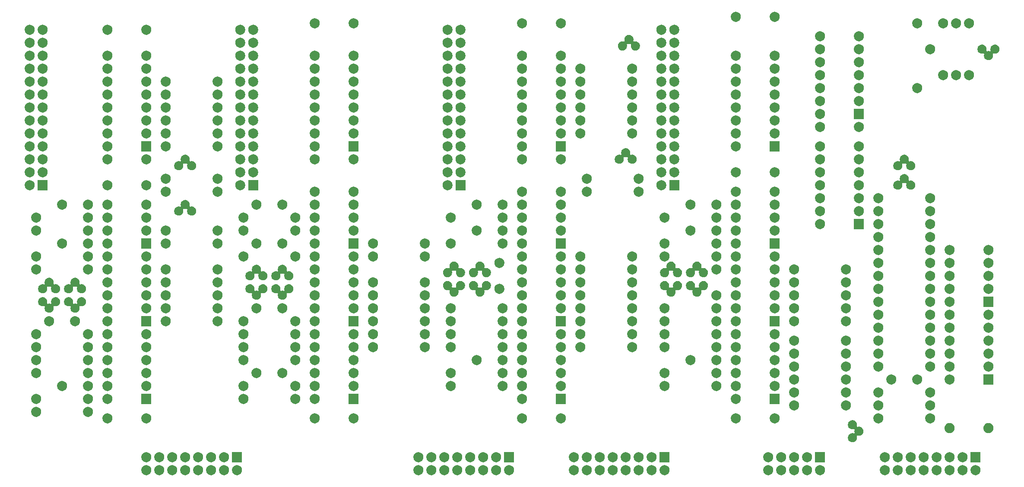
<source format=gbs>
G04 #@! TF.GenerationSoftware,KiCad,Pcbnew,(5.0.1)-3*
G04 #@! TF.CreationDate,2018-12-06T20:45:55-08:00*
G04 #@! TF.ProjectId,500-1070,3530302D313037302E6B696361645F70,rev?*
G04 #@! TF.SameCoordinates,Original*
G04 #@! TF.FileFunction,Soldermask,Bot*
G04 #@! TF.FilePolarity,Negative*
%FSLAX46Y46*%
G04 Gerber Fmt 4.6, Leading zero omitted, Abs format (unit mm)*
G04 Created by KiCad (PCBNEW (5.0.1)-3) date 12/6/2018 8:45:55 PM*
%MOMM*%
%LPD*%
G01*
G04 APERTURE LIST*
%ADD10C,0.100000*%
G04 APERTURE END LIST*
D10*
G36*
X164054426Y-109527897D02*
X164118014Y-109540545D01*
X164297709Y-109614977D01*
X164459431Y-109723036D01*
X164596964Y-109860569D01*
X164705023Y-110022291D01*
X164779455Y-110201986D01*
X164817400Y-110392750D01*
X164817400Y-110587250D01*
X164779455Y-110778014D01*
X164705023Y-110957709D01*
X164596964Y-111119431D01*
X164459431Y-111256964D01*
X164297709Y-111365023D01*
X164118014Y-111439455D01*
X164054426Y-111452103D01*
X163927252Y-111477400D01*
X163732748Y-111477400D01*
X163605574Y-111452103D01*
X163541986Y-111439455D01*
X163362291Y-111365023D01*
X163200569Y-111256964D01*
X163063036Y-111119431D01*
X162954977Y-110957709D01*
X162880545Y-110778014D01*
X162842600Y-110587250D01*
X162842600Y-110392750D01*
X162880545Y-110201986D01*
X162954977Y-110022291D01*
X163063036Y-109860569D01*
X163200569Y-109723036D01*
X163362291Y-109614977D01*
X163541986Y-109540545D01*
X163605574Y-109527897D01*
X163732748Y-109502600D01*
X163927252Y-109502600D01*
X164054426Y-109527897D01*
X164054426Y-109527897D01*
G37*
G36*
X123414426Y-109527897D02*
X123478014Y-109540545D01*
X123657709Y-109614977D01*
X123819431Y-109723036D01*
X123956964Y-109860569D01*
X124065023Y-110022291D01*
X124139455Y-110201986D01*
X124177400Y-110392750D01*
X124177400Y-110587250D01*
X124139455Y-110778014D01*
X124065023Y-110957709D01*
X123956964Y-111119431D01*
X123819431Y-111256964D01*
X123657709Y-111365023D01*
X123478014Y-111439455D01*
X123414426Y-111452103D01*
X123287252Y-111477400D01*
X123092748Y-111477400D01*
X122965574Y-111452103D01*
X122901986Y-111439455D01*
X122722291Y-111365023D01*
X122560569Y-111256964D01*
X122423036Y-111119431D01*
X122314977Y-110957709D01*
X122240545Y-110778014D01*
X122202600Y-110587250D01*
X122202600Y-110392750D01*
X122240545Y-110201986D01*
X122314977Y-110022291D01*
X122423036Y-109860569D01*
X122560569Y-109723036D01*
X122722291Y-109614977D01*
X122901986Y-109540545D01*
X122965574Y-109527897D01*
X123092748Y-109502600D01*
X123287252Y-109502600D01*
X123414426Y-109527897D01*
X123414426Y-109527897D01*
G37*
G36*
X125954426Y-109527897D02*
X126018014Y-109540545D01*
X126197709Y-109614977D01*
X126359431Y-109723036D01*
X126496964Y-109860569D01*
X126605023Y-110022291D01*
X126679455Y-110201986D01*
X126717400Y-110392750D01*
X126717400Y-110587250D01*
X126679455Y-110778014D01*
X126605023Y-110957709D01*
X126496964Y-111119431D01*
X126359431Y-111256964D01*
X126197709Y-111365023D01*
X126018014Y-111439455D01*
X125954426Y-111452103D01*
X125827252Y-111477400D01*
X125632748Y-111477400D01*
X125505574Y-111452103D01*
X125441986Y-111439455D01*
X125262291Y-111365023D01*
X125100569Y-111256964D01*
X124963036Y-111119431D01*
X124854977Y-110957709D01*
X124780545Y-110778014D01*
X124742600Y-110587250D01*
X124742600Y-110392750D01*
X124780545Y-110201986D01*
X124854977Y-110022291D01*
X124963036Y-109860569D01*
X125100569Y-109723036D01*
X125262291Y-109614977D01*
X125441986Y-109540545D01*
X125505574Y-109527897D01*
X125632748Y-109502600D01*
X125827252Y-109502600D01*
X125954426Y-109527897D01*
X125954426Y-109527897D01*
G37*
G36*
X128494426Y-109527897D02*
X128558014Y-109540545D01*
X128737709Y-109614977D01*
X128899431Y-109723036D01*
X129036964Y-109860569D01*
X129145023Y-110022291D01*
X129219455Y-110201986D01*
X129257400Y-110392750D01*
X129257400Y-110587250D01*
X129219455Y-110778014D01*
X129145023Y-110957709D01*
X129036964Y-111119431D01*
X128899431Y-111256964D01*
X128737709Y-111365023D01*
X128558014Y-111439455D01*
X128494426Y-111452103D01*
X128367252Y-111477400D01*
X128172748Y-111477400D01*
X128045574Y-111452103D01*
X127981986Y-111439455D01*
X127802291Y-111365023D01*
X127640569Y-111256964D01*
X127503036Y-111119431D01*
X127394977Y-110957709D01*
X127320545Y-110778014D01*
X127282600Y-110587250D01*
X127282600Y-110392750D01*
X127320545Y-110201986D01*
X127394977Y-110022291D01*
X127503036Y-109860569D01*
X127640569Y-109723036D01*
X127802291Y-109614977D01*
X127981986Y-109540545D01*
X128045574Y-109527897D01*
X128172748Y-109502600D01*
X128367252Y-109502600D01*
X128494426Y-109527897D01*
X128494426Y-109527897D01*
G37*
G36*
X131034426Y-109527897D02*
X131098014Y-109540545D01*
X131277709Y-109614977D01*
X131439431Y-109723036D01*
X131576964Y-109860569D01*
X131685023Y-110022291D01*
X131759455Y-110201986D01*
X131797400Y-110392750D01*
X131797400Y-110587250D01*
X131759455Y-110778014D01*
X131685023Y-110957709D01*
X131576964Y-111119431D01*
X131439431Y-111256964D01*
X131277709Y-111365023D01*
X131098014Y-111439455D01*
X131034426Y-111452103D01*
X130907252Y-111477400D01*
X130712748Y-111477400D01*
X130585574Y-111452103D01*
X130521986Y-111439455D01*
X130342291Y-111365023D01*
X130180569Y-111256964D01*
X130043036Y-111119431D01*
X129934977Y-110957709D01*
X129860545Y-110778014D01*
X129822600Y-110587250D01*
X129822600Y-110392750D01*
X129860545Y-110201986D01*
X129934977Y-110022291D01*
X130043036Y-109860569D01*
X130180569Y-109723036D01*
X130342291Y-109614977D01*
X130521986Y-109540545D01*
X130585574Y-109527897D01*
X130712748Y-109502600D01*
X130907252Y-109502600D01*
X131034426Y-109527897D01*
X131034426Y-109527897D01*
G37*
G36*
X133574426Y-109527897D02*
X133638014Y-109540545D01*
X133817709Y-109614977D01*
X133979431Y-109723036D01*
X134116964Y-109860569D01*
X134225023Y-110022291D01*
X134299455Y-110201986D01*
X134337400Y-110392750D01*
X134337400Y-110587250D01*
X134299455Y-110778014D01*
X134225023Y-110957709D01*
X134116964Y-111119431D01*
X133979431Y-111256964D01*
X133817709Y-111365023D01*
X133638014Y-111439455D01*
X133574426Y-111452103D01*
X133447252Y-111477400D01*
X133252748Y-111477400D01*
X133125574Y-111452103D01*
X133061986Y-111439455D01*
X132882291Y-111365023D01*
X132720569Y-111256964D01*
X132583036Y-111119431D01*
X132474977Y-110957709D01*
X132400545Y-110778014D01*
X132362600Y-110587250D01*
X132362600Y-110392750D01*
X132400545Y-110201986D01*
X132474977Y-110022291D01*
X132583036Y-109860569D01*
X132720569Y-109723036D01*
X132882291Y-109614977D01*
X133061986Y-109540545D01*
X133125574Y-109527897D01*
X133252748Y-109502600D01*
X133447252Y-109502600D01*
X133574426Y-109527897D01*
X133574426Y-109527897D01*
G37*
G36*
X136114426Y-109527897D02*
X136178014Y-109540545D01*
X136357709Y-109614977D01*
X136519431Y-109723036D01*
X136656964Y-109860569D01*
X136765023Y-110022291D01*
X136839455Y-110201986D01*
X136877400Y-110392750D01*
X136877400Y-110587250D01*
X136839455Y-110778014D01*
X136765023Y-110957709D01*
X136656964Y-111119431D01*
X136519431Y-111256964D01*
X136357709Y-111365023D01*
X136178014Y-111439455D01*
X136114426Y-111452103D01*
X135987252Y-111477400D01*
X135792748Y-111477400D01*
X135665574Y-111452103D01*
X135601986Y-111439455D01*
X135422291Y-111365023D01*
X135260569Y-111256964D01*
X135123036Y-111119431D01*
X135014977Y-110957709D01*
X134940545Y-110778014D01*
X134902600Y-110587250D01*
X134902600Y-110392750D01*
X134940545Y-110201986D01*
X135014977Y-110022291D01*
X135123036Y-109860569D01*
X135260569Y-109723036D01*
X135422291Y-109614977D01*
X135601986Y-109540545D01*
X135665574Y-109527897D01*
X135792748Y-109502600D01*
X135987252Y-109502600D01*
X136114426Y-109527897D01*
X136114426Y-109527897D01*
G37*
G36*
X120874426Y-109527897D02*
X120938014Y-109540545D01*
X121117709Y-109614977D01*
X121279431Y-109723036D01*
X121416964Y-109860569D01*
X121525023Y-110022291D01*
X121599455Y-110201986D01*
X121637400Y-110392750D01*
X121637400Y-110587250D01*
X121599455Y-110778014D01*
X121525023Y-110957709D01*
X121416964Y-111119431D01*
X121279431Y-111256964D01*
X121117709Y-111365023D01*
X120938014Y-111439455D01*
X120874426Y-111452103D01*
X120747252Y-111477400D01*
X120552748Y-111477400D01*
X120425574Y-111452103D01*
X120361986Y-111439455D01*
X120182291Y-111365023D01*
X120020569Y-111256964D01*
X119883036Y-111119431D01*
X119774977Y-110957709D01*
X119700545Y-110778014D01*
X119662600Y-110587250D01*
X119662600Y-110392750D01*
X119700545Y-110201986D01*
X119774977Y-110022291D01*
X119883036Y-109860569D01*
X120020569Y-109723036D01*
X120182291Y-109614977D01*
X120361986Y-109540545D01*
X120425574Y-109527897D01*
X120552748Y-109502600D01*
X120747252Y-109502600D01*
X120874426Y-109527897D01*
X120874426Y-109527897D01*
G37*
G36*
X118334426Y-109527897D02*
X118398014Y-109540545D01*
X118577709Y-109614977D01*
X118739431Y-109723036D01*
X118876964Y-109860569D01*
X118985023Y-110022291D01*
X119059455Y-110201986D01*
X119097400Y-110392750D01*
X119097400Y-110587250D01*
X119059455Y-110778014D01*
X118985023Y-110957709D01*
X118876964Y-111119431D01*
X118739431Y-111256964D01*
X118577709Y-111365023D01*
X118398014Y-111439455D01*
X118334426Y-111452103D01*
X118207252Y-111477400D01*
X118012748Y-111477400D01*
X117885574Y-111452103D01*
X117821986Y-111439455D01*
X117642291Y-111365023D01*
X117480569Y-111256964D01*
X117343036Y-111119431D01*
X117234977Y-110957709D01*
X117160545Y-110778014D01*
X117122600Y-110587250D01*
X117122600Y-110392750D01*
X117160545Y-110201986D01*
X117234977Y-110022291D01*
X117343036Y-109860569D01*
X117480569Y-109723036D01*
X117642291Y-109614977D01*
X117821986Y-109540545D01*
X117885574Y-109527897D01*
X118012748Y-109502600D01*
X118207252Y-109502600D01*
X118334426Y-109527897D01*
X118334426Y-109527897D01*
G37*
G36*
X197074426Y-109527897D02*
X197138014Y-109540545D01*
X197317709Y-109614977D01*
X197479431Y-109723036D01*
X197616964Y-109860569D01*
X197725023Y-110022291D01*
X197799455Y-110201986D01*
X197837400Y-110392750D01*
X197837400Y-110587250D01*
X197799455Y-110778014D01*
X197725023Y-110957709D01*
X197616964Y-111119431D01*
X197479431Y-111256964D01*
X197317709Y-111365023D01*
X197138014Y-111439455D01*
X197074426Y-111452103D01*
X196947252Y-111477400D01*
X196752748Y-111477400D01*
X196625574Y-111452103D01*
X196561986Y-111439455D01*
X196382291Y-111365023D01*
X196220569Y-111256964D01*
X196083036Y-111119431D01*
X195974977Y-110957709D01*
X195900545Y-110778014D01*
X195862600Y-110587250D01*
X195862600Y-110392750D01*
X195900545Y-110201986D01*
X195974977Y-110022291D01*
X196083036Y-109860569D01*
X196220569Y-109723036D01*
X196382291Y-109614977D01*
X196561986Y-109540545D01*
X196625574Y-109527897D01*
X196752748Y-109502600D01*
X196947252Y-109502600D01*
X197074426Y-109527897D01*
X197074426Y-109527897D01*
G37*
G36*
X70074426Y-109527897D02*
X70138014Y-109540545D01*
X70317709Y-109614977D01*
X70479431Y-109723036D01*
X70616964Y-109860569D01*
X70725023Y-110022291D01*
X70799455Y-110201986D01*
X70837400Y-110392750D01*
X70837400Y-110587250D01*
X70799455Y-110778014D01*
X70725023Y-110957709D01*
X70616964Y-111119431D01*
X70479431Y-111256964D01*
X70317709Y-111365023D01*
X70138014Y-111439455D01*
X70074426Y-111452103D01*
X69947252Y-111477400D01*
X69752748Y-111477400D01*
X69625574Y-111452103D01*
X69561986Y-111439455D01*
X69382291Y-111365023D01*
X69220569Y-111256964D01*
X69083036Y-111119431D01*
X68974977Y-110957709D01*
X68900545Y-110778014D01*
X68862600Y-110587250D01*
X68862600Y-110392750D01*
X68900545Y-110201986D01*
X68974977Y-110022291D01*
X69083036Y-109860569D01*
X69220569Y-109723036D01*
X69382291Y-109614977D01*
X69561986Y-109540545D01*
X69625574Y-109527897D01*
X69752748Y-109502600D01*
X69947252Y-109502600D01*
X70074426Y-109527897D01*
X70074426Y-109527897D01*
G37*
G36*
X161514426Y-109527897D02*
X161578014Y-109540545D01*
X161757709Y-109614977D01*
X161919431Y-109723036D01*
X162056964Y-109860569D01*
X162165023Y-110022291D01*
X162239455Y-110201986D01*
X162277400Y-110392750D01*
X162277400Y-110587250D01*
X162239455Y-110778014D01*
X162165023Y-110957709D01*
X162056964Y-111119431D01*
X161919431Y-111256964D01*
X161757709Y-111365023D01*
X161578014Y-111439455D01*
X161514426Y-111452103D01*
X161387252Y-111477400D01*
X161192748Y-111477400D01*
X161065574Y-111452103D01*
X161001986Y-111439455D01*
X160822291Y-111365023D01*
X160660569Y-111256964D01*
X160523036Y-111119431D01*
X160414977Y-110957709D01*
X160340545Y-110778014D01*
X160302600Y-110587250D01*
X160302600Y-110392750D01*
X160340545Y-110201986D01*
X160414977Y-110022291D01*
X160523036Y-109860569D01*
X160660569Y-109723036D01*
X160822291Y-109614977D01*
X161001986Y-109540545D01*
X161065574Y-109527897D01*
X161192748Y-109502600D01*
X161387252Y-109502600D01*
X161514426Y-109527897D01*
X161514426Y-109527897D01*
G37*
G36*
X158974426Y-109527897D02*
X159038014Y-109540545D01*
X159217709Y-109614977D01*
X159379431Y-109723036D01*
X159516964Y-109860569D01*
X159625023Y-110022291D01*
X159699455Y-110201986D01*
X159737400Y-110392750D01*
X159737400Y-110587250D01*
X159699455Y-110778014D01*
X159625023Y-110957709D01*
X159516964Y-111119431D01*
X159379431Y-111256964D01*
X159217709Y-111365023D01*
X159038014Y-111439455D01*
X158974426Y-111452103D01*
X158847252Y-111477400D01*
X158652748Y-111477400D01*
X158525574Y-111452103D01*
X158461986Y-111439455D01*
X158282291Y-111365023D01*
X158120569Y-111256964D01*
X157983036Y-111119431D01*
X157874977Y-110957709D01*
X157800545Y-110778014D01*
X157762600Y-110587250D01*
X157762600Y-110392750D01*
X157800545Y-110201986D01*
X157874977Y-110022291D01*
X157983036Y-109860569D01*
X158120569Y-109723036D01*
X158282291Y-109614977D01*
X158461986Y-109540545D01*
X158525574Y-109527897D01*
X158652748Y-109502600D01*
X158847252Y-109502600D01*
X158974426Y-109527897D01*
X158974426Y-109527897D01*
G37*
G36*
X156434426Y-109527897D02*
X156498014Y-109540545D01*
X156677709Y-109614977D01*
X156839431Y-109723036D01*
X156976964Y-109860569D01*
X157085023Y-110022291D01*
X157159455Y-110201986D01*
X157197400Y-110392750D01*
X157197400Y-110587250D01*
X157159455Y-110778014D01*
X157085023Y-110957709D01*
X156976964Y-111119431D01*
X156839431Y-111256964D01*
X156677709Y-111365023D01*
X156498014Y-111439455D01*
X156434426Y-111452103D01*
X156307252Y-111477400D01*
X156112748Y-111477400D01*
X155985574Y-111452103D01*
X155921986Y-111439455D01*
X155742291Y-111365023D01*
X155580569Y-111256964D01*
X155443036Y-111119431D01*
X155334977Y-110957709D01*
X155260545Y-110778014D01*
X155222600Y-110587250D01*
X155222600Y-110392750D01*
X155260545Y-110201986D01*
X155334977Y-110022291D01*
X155443036Y-109860569D01*
X155580569Y-109723036D01*
X155742291Y-109614977D01*
X155921986Y-109540545D01*
X155985574Y-109527897D01*
X156112748Y-109502600D01*
X156307252Y-109502600D01*
X156434426Y-109527897D01*
X156434426Y-109527897D01*
G37*
G36*
X153894426Y-109527897D02*
X153958014Y-109540545D01*
X154137709Y-109614977D01*
X154299431Y-109723036D01*
X154436964Y-109860569D01*
X154545023Y-110022291D01*
X154619455Y-110201986D01*
X154657400Y-110392750D01*
X154657400Y-110587250D01*
X154619455Y-110778014D01*
X154545023Y-110957709D01*
X154436964Y-111119431D01*
X154299431Y-111256964D01*
X154137709Y-111365023D01*
X153958014Y-111439455D01*
X153894426Y-111452103D01*
X153767252Y-111477400D01*
X153572748Y-111477400D01*
X153445574Y-111452103D01*
X153381986Y-111439455D01*
X153202291Y-111365023D01*
X153040569Y-111256964D01*
X152903036Y-111119431D01*
X152794977Y-110957709D01*
X152720545Y-110778014D01*
X152682600Y-110587250D01*
X152682600Y-110392750D01*
X152720545Y-110201986D01*
X152794977Y-110022291D01*
X152903036Y-109860569D01*
X153040569Y-109723036D01*
X153202291Y-109614977D01*
X153381986Y-109540545D01*
X153445574Y-109527897D01*
X153572748Y-109502600D01*
X153767252Y-109502600D01*
X153894426Y-109527897D01*
X153894426Y-109527897D01*
G37*
G36*
X151354426Y-109527897D02*
X151418014Y-109540545D01*
X151597709Y-109614977D01*
X151759431Y-109723036D01*
X151896964Y-109860569D01*
X152005023Y-110022291D01*
X152079455Y-110201986D01*
X152117400Y-110392750D01*
X152117400Y-110587250D01*
X152079455Y-110778014D01*
X152005023Y-110957709D01*
X151896964Y-111119431D01*
X151759431Y-111256964D01*
X151597709Y-111365023D01*
X151418014Y-111439455D01*
X151354426Y-111452103D01*
X151227252Y-111477400D01*
X151032748Y-111477400D01*
X150905574Y-111452103D01*
X150841986Y-111439455D01*
X150662291Y-111365023D01*
X150500569Y-111256964D01*
X150363036Y-111119431D01*
X150254977Y-110957709D01*
X150180545Y-110778014D01*
X150142600Y-110587250D01*
X150142600Y-110392750D01*
X150180545Y-110201986D01*
X150254977Y-110022291D01*
X150363036Y-109860569D01*
X150500569Y-109723036D01*
X150662291Y-109614977D01*
X150841986Y-109540545D01*
X150905574Y-109527897D01*
X151032748Y-109502600D01*
X151227252Y-109502600D01*
X151354426Y-109527897D01*
X151354426Y-109527897D01*
G37*
G36*
X148814426Y-109527897D02*
X148878014Y-109540545D01*
X149057709Y-109614977D01*
X149219431Y-109723036D01*
X149356964Y-109860569D01*
X149465023Y-110022291D01*
X149539455Y-110201986D01*
X149577400Y-110392750D01*
X149577400Y-110587250D01*
X149539455Y-110778014D01*
X149465023Y-110957709D01*
X149356964Y-111119431D01*
X149219431Y-111256964D01*
X149057709Y-111365023D01*
X148878014Y-111439455D01*
X148814426Y-111452103D01*
X148687252Y-111477400D01*
X148492748Y-111477400D01*
X148365574Y-111452103D01*
X148301986Y-111439455D01*
X148122291Y-111365023D01*
X147960569Y-111256964D01*
X147823036Y-111119431D01*
X147714977Y-110957709D01*
X147640545Y-110778014D01*
X147602600Y-110587250D01*
X147602600Y-110392750D01*
X147640545Y-110201986D01*
X147714977Y-110022291D01*
X147823036Y-109860569D01*
X147960569Y-109723036D01*
X148122291Y-109614977D01*
X148301986Y-109540545D01*
X148365574Y-109527897D01*
X148492748Y-109502600D01*
X148687252Y-109502600D01*
X148814426Y-109527897D01*
X148814426Y-109527897D01*
G37*
G36*
X64994426Y-109527897D02*
X65058014Y-109540545D01*
X65237709Y-109614977D01*
X65399431Y-109723036D01*
X65536964Y-109860569D01*
X65645023Y-110022291D01*
X65719455Y-110201986D01*
X65757400Y-110392750D01*
X65757400Y-110587250D01*
X65719455Y-110778014D01*
X65645023Y-110957709D01*
X65536964Y-111119431D01*
X65399431Y-111256964D01*
X65237709Y-111365023D01*
X65058014Y-111439455D01*
X64994426Y-111452103D01*
X64867252Y-111477400D01*
X64672748Y-111477400D01*
X64545574Y-111452103D01*
X64481986Y-111439455D01*
X64302291Y-111365023D01*
X64140569Y-111256964D01*
X64003036Y-111119431D01*
X63894977Y-110957709D01*
X63820545Y-110778014D01*
X63782600Y-110587250D01*
X63782600Y-110392750D01*
X63820545Y-110201986D01*
X63894977Y-110022291D01*
X64003036Y-109860569D01*
X64140569Y-109723036D01*
X64302291Y-109614977D01*
X64481986Y-109540545D01*
X64545574Y-109527897D01*
X64672748Y-109502600D01*
X64867252Y-109502600D01*
X64994426Y-109527897D01*
X64994426Y-109527897D01*
G37*
G36*
X186914426Y-109527897D02*
X186978014Y-109540545D01*
X187157709Y-109614977D01*
X187319431Y-109723036D01*
X187456964Y-109860569D01*
X187565023Y-110022291D01*
X187639455Y-110201986D01*
X187677400Y-110392750D01*
X187677400Y-110587250D01*
X187639455Y-110778014D01*
X187565023Y-110957709D01*
X187456964Y-111119431D01*
X187319431Y-111256964D01*
X187157709Y-111365023D01*
X186978014Y-111439455D01*
X186914426Y-111452103D01*
X186787252Y-111477400D01*
X186592748Y-111477400D01*
X186465574Y-111452103D01*
X186401986Y-111439455D01*
X186222291Y-111365023D01*
X186060569Y-111256964D01*
X185923036Y-111119431D01*
X185814977Y-110957709D01*
X185740545Y-110778014D01*
X185702600Y-110587250D01*
X185702600Y-110392750D01*
X185740545Y-110201986D01*
X185814977Y-110022291D01*
X185923036Y-109860569D01*
X186060569Y-109723036D01*
X186222291Y-109614977D01*
X186401986Y-109540545D01*
X186465574Y-109527897D01*
X186592748Y-109502600D01*
X186787252Y-109502600D01*
X186914426Y-109527897D01*
X186914426Y-109527897D01*
G37*
G36*
X209774426Y-109527897D02*
X209838014Y-109540545D01*
X210017709Y-109614977D01*
X210179431Y-109723036D01*
X210316964Y-109860569D01*
X210425023Y-110022291D01*
X210499455Y-110201986D01*
X210537400Y-110392750D01*
X210537400Y-110587250D01*
X210499455Y-110778014D01*
X210425023Y-110957709D01*
X210316964Y-111119431D01*
X210179431Y-111256964D01*
X210017709Y-111365023D01*
X209838014Y-111439455D01*
X209774426Y-111452103D01*
X209647252Y-111477400D01*
X209452748Y-111477400D01*
X209325574Y-111452103D01*
X209261986Y-111439455D01*
X209082291Y-111365023D01*
X208920569Y-111256964D01*
X208783036Y-111119431D01*
X208674977Y-110957709D01*
X208600545Y-110778014D01*
X208562600Y-110587250D01*
X208562600Y-110392750D01*
X208600545Y-110201986D01*
X208674977Y-110022291D01*
X208783036Y-109860569D01*
X208920569Y-109723036D01*
X209082291Y-109614977D01*
X209261986Y-109540545D01*
X209325574Y-109527897D01*
X209452748Y-109502600D01*
X209647252Y-109502600D01*
X209774426Y-109527897D01*
X209774426Y-109527897D01*
G37*
G36*
X166594426Y-109527897D02*
X166658014Y-109540545D01*
X166837709Y-109614977D01*
X166999431Y-109723036D01*
X167136964Y-109860569D01*
X167245023Y-110022291D01*
X167319455Y-110201986D01*
X167357400Y-110392750D01*
X167357400Y-110587250D01*
X167319455Y-110778014D01*
X167245023Y-110957709D01*
X167136964Y-111119431D01*
X166999431Y-111256964D01*
X166837709Y-111365023D01*
X166658014Y-111439455D01*
X166594426Y-111452103D01*
X166467252Y-111477400D01*
X166272748Y-111477400D01*
X166145574Y-111452103D01*
X166081986Y-111439455D01*
X165902291Y-111365023D01*
X165740569Y-111256964D01*
X165603036Y-111119431D01*
X165494977Y-110957709D01*
X165420545Y-110778014D01*
X165382600Y-110587250D01*
X165382600Y-110392750D01*
X165420545Y-110201986D01*
X165494977Y-110022291D01*
X165603036Y-109860569D01*
X165740569Y-109723036D01*
X165902291Y-109614977D01*
X166081986Y-109540545D01*
X166145574Y-109527897D01*
X166272748Y-109502600D01*
X166467252Y-109502600D01*
X166594426Y-109527897D01*
X166594426Y-109527897D01*
G37*
G36*
X72614426Y-109527897D02*
X72678014Y-109540545D01*
X72857709Y-109614977D01*
X73019431Y-109723036D01*
X73156964Y-109860569D01*
X73265023Y-110022291D01*
X73339455Y-110201986D01*
X73377400Y-110392750D01*
X73377400Y-110587250D01*
X73339455Y-110778014D01*
X73265023Y-110957709D01*
X73156964Y-111119431D01*
X73019431Y-111256964D01*
X72857709Y-111365023D01*
X72678014Y-111439455D01*
X72614426Y-111452103D01*
X72487252Y-111477400D01*
X72292748Y-111477400D01*
X72165574Y-111452103D01*
X72101986Y-111439455D01*
X71922291Y-111365023D01*
X71760569Y-111256964D01*
X71623036Y-111119431D01*
X71514977Y-110957709D01*
X71440545Y-110778014D01*
X71402600Y-110587250D01*
X71402600Y-110392750D01*
X71440545Y-110201986D01*
X71514977Y-110022291D01*
X71623036Y-109860569D01*
X71760569Y-109723036D01*
X71922291Y-109614977D01*
X72101986Y-109540545D01*
X72165574Y-109527897D01*
X72292748Y-109502600D01*
X72487252Y-109502600D01*
X72614426Y-109527897D01*
X72614426Y-109527897D01*
G37*
G36*
X75154426Y-109527897D02*
X75218014Y-109540545D01*
X75397709Y-109614977D01*
X75559431Y-109723036D01*
X75696964Y-109860569D01*
X75805023Y-110022291D01*
X75879455Y-110201986D01*
X75917400Y-110392750D01*
X75917400Y-110587250D01*
X75879455Y-110778014D01*
X75805023Y-110957709D01*
X75696964Y-111119431D01*
X75559431Y-111256964D01*
X75397709Y-111365023D01*
X75218014Y-111439455D01*
X75154426Y-111452103D01*
X75027252Y-111477400D01*
X74832748Y-111477400D01*
X74705574Y-111452103D01*
X74641986Y-111439455D01*
X74462291Y-111365023D01*
X74300569Y-111256964D01*
X74163036Y-111119431D01*
X74054977Y-110957709D01*
X73980545Y-110778014D01*
X73942600Y-110587250D01*
X73942600Y-110392750D01*
X73980545Y-110201986D01*
X74054977Y-110022291D01*
X74163036Y-109860569D01*
X74300569Y-109723036D01*
X74462291Y-109614977D01*
X74641986Y-109540545D01*
X74705574Y-109527897D01*
X74832748Y-109502600D01*
X75027252Y-109502600D01*
X75154426Y-109527897D01*
X75154426Y-109527897D01*
G37*
G36*
X77694426Y-109527897D02*
X77758014Y-109540545D01*
X77937709Y-109614977D01*
X78099431Y-109723036D01*
X78236964Y-109860569D01*
X78345023Y-110022291D01*
X78419455Y-110201986D01*
X78457400Y-110392750D01*
X78457400Y-110587250D01*
X78419455Y-110778014D01*
X78345023Y-110957709D01*
X78236964Y-111119431D01*
X78099431Y-111256964D01*
X77937709Y-111365023D01*
X77758014Y-111439455D01*
X77694426Y-111452103D01*
X77567252Y-111477400D01*
X77372748Y-111477400D01*
X77245574Y-111452103D01*
X77181986Y-111439455D01*
X77002291Y-111365023D01*
X76840569Y-111256964D01*
X76703036Y-111119431D01*
X76594977Y-110957709D01*
X76520545Y-110778014D01*
X76482600Y-110587250D01*
X76482600Y-110392750D01*
X76520545Y-110201986D01*
X76594977Y-110022291D01*
X76703036Y-109860569D01*
X76840569Y-109723036D01*
X77002291Y-109614977D01*
X77181986Y-109540545D01*
X77245574Y-109527897D01*
X77372748Y-109502600D01*
X77567252Y-109502600D01*
X77694426Y-109527897D01*
X77694426Y-109527897D01*
G37*
G36*
X80234426Y-109527897D02*
X80298014Y-109540545D01*
X80477709Y-109614977D01*
X80639431Y-109723036D01*
X80776964Y-109860569D01*
X80885023Y-110022291D01*
X80959455Y-110201986D01*
X80997400Y-110392750D01*
X80997400Y-110587250D01*
X80959455Y-110778014D01*
X80885023Y-110957709D01*
X80776964Y-111119431D01*
X80639431Y-111256964D01*
X80477709Y-111365023D01*
X80298014Y-111439455D01*
X80234426Y-111452103D01*
X80107252Y-111477400D01*
X79912748Y-111477400D01*
X79785574Y-111452103D01*
X79721986Y-111439455D01*
X79542291Y-111365023D01*
X79380569Y-111256964D01*
X79243036Y-111119431D01*
X79134977Y-110957709D01*
X79060545Y-110778014D01*
X79022600Y-110587250D01*
X79022600Y-110392750D01*
X79060545Y-110201986D01*
X79134977Y-110022291D01*
X79243036Y-109860569D01*
X79380569Y-109723036D01*
X79542291Y-109614977D01*
X79721986Y-109540545D01*
X79785574Y-109527897D01*
X79912748Y-109502600D01*
X80107252Y-109502600D01*
X80234426Y-109527897D01*
X80234426Y-109527897D01*
G37*
G36*
X82774426Y-109527897D02*
X82838014Y-109540545D01*
X83017709Y-109614977D01*
X83179431Y-109723036D01*
X83316964Y-109860569D01*
X83425023Y-110022291D01*
X83499455Y-110201986D01*
X83537400Y-110392750D01*
X83537400Y-110587250D01*
X83499455Y-110778014D01*
X83425023Y-110957709D01*
X83316964Y-111119431D01*
X83179431Y-111256964D01*
X83017709Y-111365023D01*
X82838014Y-111439455D01*
X82774426Y-111452103D01*
X82647252Y-111477400D01*
X82452748Y-111477400D01*
X82325574Y-111452103D01*
X82261986Y-111439455D01*
X82082291Y-111365023D01*
X81920569Y-111256964D01*
X81783036Y-111119431D01*
X81674977Y-110957709D01*
X81600545Y-110778014D01*
X81562600Y-110587250D01*
X81562600Y-110392750D01*
X81600545Y-110201986D01*
X81674977Y-110022291D01*
X81783036Y-109860569D01*
X81920569Y-109723036D01*
X82082291Y-109614977D01*
X82261986Y-109540545D01*
X82325574Y-109527897D01*
X82452748Y-109502600D01*
X82647252Y-109502600D01*
X82774426Y-109527897D01*
X82774426Y-109527897D01*
G37*
G36*
X194534426Y-109527897D02*
X194598014Y-109540545D01*
X194777709Y-109614977D01*
X194939431Y-109723036D01*
X195076964Y-109860569D01*
X195185023Y-110022291D01*
X195259455Y-110201986D01*
X195297400Y-110392750D01*
X195297400Y-110587250D01*
X195259455Y-110778014D01*
X195185023Y-110957709D01*
X195076964Y-111119431D01*
X194939431Y-111256964D01*
X194777709Y-111365023D01*
X194598014Y-111439455D01*
X194534426Y-111452103D01*
X194407252Y-111477400D01*
X194212748Y-111477400D01*
X194085574Y-111452103D01*
X194021986Y-111439455D01*
X193842291Y-111365023D01*
X193680569Y-111256964D01*
X193543036Y-111119431D01*
X193434977Y-110957709D01*
X193360545Y-110778014D01*
X193322600Y-110587250D01*
X193322600Y-110392750D01*
X193360545Y-110201986D01*
X193434977Y-110022291D01*
X193543036Y-109860569D01*
X193680569Y-109723036D01*
X193842291Y-109614977D01*
X194021986Y-109540545D01*
X194085574Y-109527897D01*
X194212748Y-109502600D01*
X194407252Y-109502600D01*
X194534426Y-109527897D01*
X194534426Y-109527897D01*
G37*
G36*
X191994426Y-109527897D02*
X192058014Y-109540545D01*
X192237709Y-109614977D01*
X192399431Y-109723036D01*
X192536964Y-109860569D01*
X192645023Y-110022291D01*
X192719455Y-110201986D01*
X192757400Y-110392750D01*
X192757400Y-110587250D01*
X192719455Y-110778014D01*
X192645023Y-110957709D01*
X192536964Y-111119431D01*
X192399431Y-111256964D01*
X192237709Y-111365023D01*
X192058014Y-111439455D01*
X191994426Y-111452103D01*
X191867252Y-111477400D01*
X191672748Y-111477400D01*
X191545574Y-111452103D01*
X191481986Y-111439455D01*
X191302291Y-111365023D01*
X191140569Y-111256964D01*
X191003036Y-111119431D01*
X190894977Y-110957709D01*
X190820545Y-110778014D01*
X190782600Y-110587250D01*
X190782600Y-110392750D01*
X190820545Y-110201986D01*
X190894977Y-110022291D01*
X191003036Y-109860569D01*
X191140569Y-109723036D01*
X191302291Y-109614977D01*
X191481986Y-109540545D01*
X191545574Y-109527897D01*
X191672748Y-109502600D01*
X191867252Y-109502600D01*
X191994426Y-109527897D01*
X191994426Y-109527897D01*
G37*
G36*
X189454426Y-109527897D02*
X189518014Y-109540545D01*
X189697709Y-109614977D01*
X189859431Y-109723036D01*
X189996964Y-109860569D01*
X190105023Y-110022291D01*
X190179455Y-110201986D01*
X190217400Y-110392750D01*
X190217400Y-110587250D01*
X190179455Y-110778014D01*
X190105023Y-110957709D01*
X189996964Y-111119431D01*
X189859431Y-111256964D01*
X189697709Y-111365023D01*
X189518014Y-111439455D01*
X189454426Y-111452103D01*
X189327252Y-111477400D01*
X189132748Y-111477400D01*
X189005574Y-111452103D01*
X188941986Y-111439455D01*
X188762291Y-111365023D01*
X188600569Y-111256964D01*
X188463036Y-111119431D01*
X188354977Y-110957709D01*
X188280545Y-110778014D01*
X188242600Y-110587250D01*
X188242600Y-110392750D01*
X188280545Y-110201986D01*
X188354977Y-110022291D01*
X188463036Y-109860569D01*
X188600569Y-109723036D01*
X188762291Y-109614977D01*
X188941986Y-109540545D01*
X189005574Y-109527897D01*
X189132748Y-109502600D01*
X189327252Y-109502600D01*
X189454426Y-109527897D01*
X189454426Y-109527897D01*
G37*
G36*
X227554426Y-109527897D02*
X227618014Y-109540545D01*
X227797709Y-109614977D01*
X227959431Y-109723036D01*
X228096964Y-109860569D01*
X228205023Y-110022291D01*
X228279455Y-110201986D01*
X228317400Y-110392750D01*
X228317400Y-110587250D01*
X228279455Y-110778014D01*
X228205023Y-110957709D01*
X228096964Y-111119431D01*
X227959431Y-111256964D01*
X227797709Y-111365023D01*
X227618014Y-111439455D01*
X227554426Y-111452103D01*
X227427252Y-111477400D01*
X227232748Y-111477400D01*
X227105574Y-111452103D01*
X227041986Y-111439455D01*
X226862291Y-111365023D01*
X226700569Y-111256964D01*
X226563036Y-111119431D01*
X226454977Y-110957709D01*
X226380545Y-110778014D01*
X226342600Y-110587250D01*
X226342600Y-110392750D01*
X226380545Y-110201986D01*
X226454977Y-110022291D01*
X226563036Y-109860569D01*
X226700569Y-109723036D01*
X226862291Y-109614977D01*
X227041986Y-109540545D01*
X227105574Y-109527897D01*
X227232748Y-109502600D01*
X227427252Y-109502600D01*
X227554426Y-109527897D01*
X227554426Y-109527897D01*
G37*
G36*
X225014426Y-109527897D02*
X225078014Y-109540545D01*
X225257709Y-109614977D01*
X225419431Y-109723036D01*
X225556964Y-109860569D01*
X225665023Y-110022291D01*
X225739455Y-110201986D01*
X225777400Y-110392750D01*
X225777400Y-110587250D01*
X225739455Y-110778014D01*
X225665023Y-110957709D01*
X225556964Y-111119431D01*
X225419431Y-111256964D01*
X225257709Y-111365023D01*
X225078014Y-111439455D01*
X225014426Y-111452103D01*
X224887252Y-111477400D01*
X224692748Y-111477400D01*
X224565574Y-111452103D01*
X224501986Y-111439455D01*
X224322291Y-111365023D01*
X224160569Y-111256964D01*
X224023036Y-111119431D01*
X223914977Y-110957709D01*
X223840545Y-110778014D01*
X223802600Y-110587250D01*
X223802600Y-110392750D01*
X223840545Y-110201986D01*
X223914977Y-110022291D01*
X224023036Y-109860569D01*
X224160569Y-109723036D01*
X224322291Y-109614977D01*
X224501986Y-109540545D01*
X224565574Y-109527897D01*
X224692748Y-109502600D01*
X224887252Y-109502600D01*
X225014426Y-109527897D01*
X225014426Y-109527897D01*
G37*
G36*
X222474426Y-109527897D02*
X222538014Y-109540545D01*
X222717709Y-109614977D01*
X222879431Y-109723036D01*
X223016964Y-109860569D01*
X223125023Y-110022291D01*
X223199455Y-110201986D01*
X223237400Y-110392750D01*
X223237400Y-110587250D01*
X223199455Y-110778014D01*
X223125023Y-110957709D01*
X223016964Y-111119431D01*
X222879431Y-111256964D01*
X222717709Y-111365023D01*
X222538014Y-111439455D01*
X222474426Y-111452103D01*
X222347252Y-111477400D01*
X222152748Y-111477400D01*
X222025574Y-111452103D01*
X221961986Y-111439455D01*
X221782291Y-111365023D01*
X221620569Y-111256964D01*
X221483036Y-111119431D01*
X221374977Y-110957709D01*
X221300545Y-110778014D01*
X221262600Y-110587250D01*
X221262600Y-110392750D01*
X221300545Y-110201986D01*
X221374977Y-110022291D01*
X221483036Y-109860569D01*
X221620569Y-109723036D01*
X221782291Y-109614977D01*
X221961986Y-109540545D01*
X222025574Y-109527897D01*
X222152748Y-109502600D01*
X222347252Y-109502600D01*
X222474426Y-109527897D01*
X222474426Y-109527897D01*
G37*
G36*
X219934426Y-109527897D02*
X219998014Y-109540545D01*
X220177709Y-109614977D01*
X220339431Y-109723036D01*
X220476964Y-109860569D01*
X220585023Y-110022291D01*
X220659455Y-110201986D01*
X220697400Y-110392750D01*
X220697400Y-110587250D01*
X220659455Y-110778014D01*
X220585023Y-110957709D01*
X220476964Y-111119431D01*
X220339431Y-111256964D01*
X220177709Y-111365023D01*
X219998014Y-111439455D01*
X219934426Y-111452103D01*
X219807252Y-111477400D01*
X219612748Y-111477400D01*
X219485574Y-111452103D01*
X219421986Y-111439455D01*
X219242291Y-111365023D01*
X219080569Y-111256964D01*
X218943036Y-111119431D01*
X218834977Y-110957709D01*
X218760545Y-110778014D01*
X218722600Y-110587250D01*
X218722600Y-110392750D01*
X218760545Y-110201986D01*
X218834977Y-110022291D01*
X218943036Y-109860569D01*
X219080569Y-109723036D01*
X219242291Y-109614977D01*
X219421986Y-109540545D01*
X219485574Y-109527897D01*
X219612748Y-109502600D01*
X219807252Y-109502600D01*
X219934426Y-109527897D01*
X219934426Y-109527897D01*
G37*
G36*
X217394426Y-109527897D02*
X217458014Y-109540545D01*
X217637709Y-109614977D01*
X217799431Y-109723036D01*
X217936964Y-109860569D01*
X218045023Y-110022291D01*
X218119455Y-110201986D01*
X218157400Y-110392750D01*
X218157400Y-110587250D01*
X218119455Y-110778014D01*
X218045023Y-110957709D01*
X217936964Y-111119431D01*
X217799431Y-111256964D01*
X217637709Y-111365023D01*
X217458014Y-111439455D01*
X217394426Y-111452103D01*
X217267252Y-111477400D01*
X217072748Y-111477400D01*
X216945574Y-111452103D01*
X216881986Y-111439455D01*
X216702291Y-111365023D01*
X216540569Y-111256964D01*
X216403036Y-111119431D01*
X216294977Y-110957709D01*
X216220545Y-110778014D01*
X216182600Y-110587250D01*
X216182600Y-110392750D01*
X216220545Y-110201986D01*
X216294977Y-110022291D01*
X216403036Y-109860569D01*
X216540569Y-109723036D01*
X216702291Y-109614977D01*
X216881986Y-109540545D01*
X216945574Y-109527897D01*
X217072748Y-109502600D01*
X217267252Y-109502600D01*
X217394426Y-109527897D01*
X217394426Y-109527897D01*
G37*
G36*
X214854426Y-109527897D02*
X214918014Y-109540545D01*
X215097709Y-109614977D01*
X215259431Y-109723036D01*
X215396964Y-109860569D01*
X215505023Y-110022291D01*
X215579455Y-110201986D01*
X215617400Y-110392750D01*
X215617400Y-110587250D01*
X215579455Y-110778014D01*
X215505023Y-110957709D01*
X215396964Y-111119431D01*
X215259431Y-111256964D01*
X215097709Y-111365023D01*
X214918014Y-111439455D01*
X214854426Y-111452103D01*
X214727252Y-111477400D01*
X214532748Y-111477400D01*
X214405574Y-111452103D01*
X214341986Y-111439455D01*
X214162291Y-111365023D01*
X214000569Y-111256964D01*
X213863036Y-111119431D01*
X213754977Y-110957709D01*
X213680545Y-110778014D01*
X213642600Y-110587250D01*
X213642600Y-110392750D01*
X213680545Y-110201986D01*
X213754977Y-110022291D01*
X213863036Y-109860569D01*
X214000569Y-109723036D01*
X214162291Y-109614977D01*
X214341986Y-109540545D01*
X214405574Y-109527897D01*
X214532748Y-109502600D01*
X214727252Y-109502600D01*
X214854426Y-109527897D01*
X214854426Y-109527897D01*
G37*
G36*
X212314426Y-109527897D02*
X212378014Y-109540545D01*
X212557709Y-109614977D01*
X212719431Y-109723036D01*
X212856964Y-109860569D01*
X212965023Y-110022291D01*
X213039455Y-110201986D01*
X213077400Y-110392750D01*
X213077400Y-110587250D01*
X213039455Y-110778014D01*
X212965023Y-110957709D01*
X212856964Y-111119431D01*
X212719431Y-111256964D01*
X212557709Y-111365023D01*
X212378014Y-111439455D01*
X212314426Y-111452103D01*
X212187252Y-111477400D01*
X211992748Y-111477400D01*
X211865574Y-111452103D01*
X211801986Y-111439455D01*
X211622291Y-111365023D01*
X211460569Y-111256964D01*
X211323036Y-111119431D01*
X211214977Y-110957709D01*
X211140545Y-110778014D01*
X211102600Y-110587250D01*
X211102600Y-110392750D01*
X211140545Y-110201986D01*
X211214977Y-110022291D01*
X211323036Y-109860569D01*
X211460569Y-109723036D01*
X211622291Y-109614977D01*
X211801986Y-109540545D01*
X211865574Y-109527897D01*
X211992748Y-109502600D01*
X212187252Y-109502600D01*
X212314426Y-109527897D01*
X212314426Y-109527897D01*
G37*
G36*
X67534426Y-109527897D02*
X67598014Y-109540545D01*
X67777709Y-109614977D01*
X67939431Y-109723036D01*
X68076964Y-109860569D01*
X68185023Y-110022291D01*
X68259455Y-110201986D01*
X68297400Y-110392750D01*
X68297400Y-110587250D01*
X68259455Y-110778014D01*
X68185023Y-110957709D01*
X68076964Y-111119431D01*
X67939431Y-111256964D01*
X67777709Y-111365023D01*
X67598014Y-111439455D01*
X67534426Y-111452103D01*
X67407252Y-111477400D01*
X67212748Y-111477400D01*
X67085574Y-111452103D01*
X67021986Y-111439455D01*
X66842291Y-111365023D01*
X66680569Y-111256964D01*
X66543036Y-111119431D01*
X66434977Y-110957709D01*
X66360545Y-110778014D01*
X66322600Y-110587250D01*
X66322600Y-110392750D01*
X66360545Y-110201986D01*
X66434977Y-110022291D01*
X66543036Y-109860569D01*
X66680569Y-109723036D01*
X66842291Y-109614977D01*
X67021986Y-109540545D01*
X67085574Y-109527897D01*
X67212748Y-109502600D01*
X67407252Y-109502600D01*
X67534426Y-109527897D01*
X67534426Y-109527897D01*
G37*
G36*
X72614426Y-106987897D02*
X72678014Y-107000545D01*
X72857709Y-107074977D01*
X73019431Y-107183036D01*
X73156964Y-107320569D01*
X73265023Y-107482291D01*
X73339455Y-107661986D01*
X73377400Y-107852750D01*
X73377400Y-108047250D01*
X73339455Y-108238014D01*
X73265023Y-108417709D01*
X73156964Y-108579431D01*
X73019431Y-108716964D01*
X72857709Y-108825023D01*
X72678014Y-108899455D01*
X72614426Y-108912103D01*
X72487252Y-108937400D01*
X72292748Y-108937400D01*
X72165574Y-108912103D01*
X72101986Y-108899455D01*
X71922291Y-108825023D01*
X71760569Y-108716964D01*
X71623036Y-108579431D01*
X71514977Y-108417709D01*
X71440545Y-108238014D01*
X71402600Y-108047250D01*
X71402600Y-107852750D01*
X71440545Y-107661986D01*
X71514977Y-107482291D01*
X71623036Y-107320569D01*
X71760569Y-107183036D01*
X71922291Y-107074977D01*
X72101986Y-107000545D01*
X72165574Y-106987897D01*
X72292748Y-106962600D01*
X72487252Y-106962600D01*
X72614426Y-106987897D01*
X72614426Y-106987897D01*
G37*
G36*
X189454426Y-106987897D02*
X189518014Y-107000545D01*
X189697709Y-107074977D01*
X189859431Y-107183036D01*
X189996964Y-107320569D01*
X190105023Y-107482291D01*
X190179455Y-107661986D01*
X190217400Y-107852750D01*
X190217400Y-108047250D01*
X190179455Y-108238014D01*
X190105023Y-108417709D01*
X189996964Y-108579431D01*
X189859431Y-108716964D01*
X189697709Y-108825023D01*
X189518014Y-108899455D01*
X189454426Y-108912103D01*
X189327252Y-108937400D01*
X189132748Y-108937400D01*
X189005574Y-108912103D01*
X188941986Y-108899455D01*
X188762291Y-108825023D01*
X188600569Y-108716964D01*
X188463036Y-108579431D01*
X188354977Y-108417709D01*
X188280545Y-108238014D01*
X188242600Y-108047250D01*
X188242600Y-107852750D01*
X188280545Y-107661986D01*
X188354977Y-107482291D01*
X188463036Y-107320569D01*
X188600569Y-107183036D01*
X188762291Y-107074977D01*
X188941986Y-107000545D01*
X189005574Y-106987897D01*
X189132748Y-106962600D01*
X189327252Y-106962600D01*
X189454426Y-106987897D01*
X189454426Y-106987897D01*
G37*
G36*
X194534426Y-106987897D02*
X194598014Y-107000545D01*
X194777709Y-107074977D01*
X194939431Y-107183036D01*
X195076964Y-107320569D01*
X195185023Y-107482291D01*
X195259455Y-107661986D01*
X195297400Y-107852750D01*
X195297400Y-108047250D01*
X195259455Y-108238014D01*
X195185023Y-108417709D01*
X195076964Y-108579431D01*
X194939431Y-108716964D01*
X194777709Y-108825023D01*
X194598014Y-108899455D01*
X194534426Y-108912103D01*
X194407252Y-108937400D01*
X194212748Y-108937400D01*
X194085574Y-108912103D01*
X194021986Y-108899455D01*
X193842291Y-108825023D01*
X193680569Y-108716964D01*
X193543036Y-108579431D01*
X193434977Y-108417709D01*
X193360545Y-108238014D01*
X193322600Y-108047250D01*
X193322600Y-107852750D01*
X193360545Y-107661986D01*
X193434977Y-107482291D01*
X193543036Y-107320569D01*
X193680569Y-107183036D01*
X193842291Y-107074977D01*
X194021986Y-107000545D01*
X194085574Y-106987897D01*
X194212748Y-106962600D01*
X194407252Y-106962600D01*
X194534426Y-106987897D01*
X194534426Y-106987897D01*
G37*
G36*
X67534426Y-106987897D02*
X67598014Y-107000545D01*
X67777709Y-107074977D01*
X67939431Y-107183036D01*
X68076964Y-107320569D01*
X68185023Y-107482291D01*
X68259455Y-107661986D01*
X68297400Y-107852750D01*
X68297400Y-108047250D01*
X68259455Y-108238014D01*
X68185023Y-108417709D01*
X68076964Y-108579431D01*
X67939431Y-108716964D01*
X67777709Y-108825023D01*
X67598014Y-108899455D01*
X67534426Y-108912103D01*
X67407252Y-108937400D01*
X67212748Y-108937400D01*
X67085574Y-108912103D01*
X67021986Y-108899455D01*
X66842291Y-108825023D01*
X66680569Y-108716964D01*
X66543036Y-108579431D01*
X66434977Y-108417709D01*
X66360545Y-108238014D01*
X66322600Y-108047250D01*
X66322600Y-107852750D01*
X66360545Y-107661986D01*
X66434977Y-107482291D01*
X66543036Y-107320569D01*
X66680569Y-107183036D01*
X66842291Y-107074977D01*
X67021986Y-107000545D01*
X67085574Y-106987897D01*
X67212748Y-106962600D01*
X67407252Y-106962600D01*
X67534426Y-106987897D01*
X67534426Y-106987897D01*
G37*
G36*
X167357400Y-108937400D02*
X165382600Y-108937400D01*
X165382600Y-106962600D01*
X167357400Y-106962600D01*
X167357400Y-108937400D01*
X167357400Y-108937400D01*
G37*
G36*
X64994426Y-106987897D02*
X65058014Y-107000545D01*
X65237709Y-107074977D01*
X65399431Y-107183036D01*
X65536964Y-107320569D01*
X65645023Y-107482291D01*
X65719455Y-107661986D01*
X65757400Y-107852750D01*
X65757400Y-108047250D01*
X65719455Y-108238014D01*
X65645023Y-108417709D01*
X65536964Y-108579431D01*
X65399431Y-108716964D01*
X65237709Y-108825023D01*
X65058014Y-108899455D01*
X64994426Y-108912103D01*
X64867252Y-108937400D01*
X64672748Y-108937400D01*
X64545574Y-108912103D01*
X64481986Y-108899455D01*
X64302291Y-108825023D01*
X64140569Y-108716964D01*
X64003036Y-108579431D01*
X63894977Y-108417709D01*
X63820545Y-108238014D01*
X63782600Y-108047250D01*
X63782600Y-107852750D01*
X63820545Y-107661986D01*
X63894977Y-107482291D01*
X64003036Y-107320569D01*
X64140569Y-107183036D01*
X64302291Y-107074977D01*
X64481986Y-107000545D01*
X64545574Y-106987897D01*
X64672748Y-106962600D01*
X64867252Y-106962600D01*
X64994426Y-106987897D01*
X64994426Y-106987897D01*
G37*
G36*
X164054426Y-106987897D02*
X164118014Y-107000545D01*
X164297709Y-107074977D01*
X164459431Y-107183036D01*
X164596964Y-107320569D01*
X164705023Y-107482291D01*
X164779455Y-107661986D01*
X164817400Y-107852750D01*
X164817400Y-108047250D01*
X164779455Y-108238014D01*
X164705023Y-108417709D01*
X164596964Y-108579431D01*
X164459431Y-108716964D01*
X164297709Y-108825023D01*
X164118014Y-108899455D01*
X164054426Y-108912103D01*
X163927252Y-108937400D01*
X163732748Y-108937400D01*
X163605574Y-108912103D01*
X163541986Y-108899455D01*
X163362291Y-108825023D01*
X163200569Y-108716964D01*
X163063036Y-108579431D01*
X162954977Y-108417709D01*
X162880545Y-108238014D01*
X162842600Y-108047250D01*
X162842600Y-107852750D01*
X162880545Y-107661986D01*
X162954977Y-107482291D01*
X163063036Y-107320569D01*
X163200569Y-107183036D01*
X163362291Y-107074977D01*
X163541986Y-107000545D01*
X163605574Y-106987897D01*
X163732748Y-106962600D01*
X163927252Y-106962600D01*
X164054426Y-106987897D01*
X164054426Y-106987897D01*
G37*
G36*
X148814426Y-106987897D02*
X148878014Y-107000545D01*
X149057709Y-107074977D01*
X149219431Y-107183036D01*
X149356964Y-107320569D01*
X149465023Y-107482291D01*
X149539455Y-107661986D01*
X149577400Y-107852750D01*
X149577400Y-108047250D01*
X149539455Y-108238014D01*
X149465023Y-108417709D01*
X149356964Y-108579431D01*
X149219431Y-108716964D01*
X149057709Y-108825023D01*
X148878014Y-108899455D01*
X148814426Y-108912103D01*
X148687252Y-108937400D01*
X148492748Y-108937400D01*
X148365574Y-108912103D01*
X148301986Y-108899455D01*
X148122291Y-108825023D01*
X147960569Y-108716964D01*
X147823036Y-108579431D01*
X147714977Y-108417709D01*
X147640545Y-108238014D01*
X147602600Y-108047250D01*
X147602600Y-107852750D01*
X147640545Y-107661986D01*
X147714977Y-107482291D01*
X147823036Y-107320569D01*
X147960569Y-107183036D01*
X148122291Y-107074977D01*
X148301986Y-107000545D01*
X148365574Y-106987897D01*
X148492748Y-106962600D01*
X148687252Y-106962600D01*
X148814426Y-106987897D01*
X148814426Y-106987897D01*
G37*
G36*
X151354426Y-106987897D02*
X151418014Y-107000545D01*
X151597709Y-107074977D01*
X151759431Y-107183036D01*
X151896964Y-107320569D01*
X152005023Y-107482291D01*
X152079455Y-107661986D01*
X152117400Y-107852750D01*
X152117400Y-108047250D01*
X152079455Y-108238014D01*
X152005023Y-108417709D01*
X151896964Y-108579431D01*
X151759431Y-108716964D01*
X151597709Y-108825023D01*
X151418014Y-108899455D01*
X151354426Y-108912103D01*
X151227252Y-108937400D01*
X151032748Y-108937400D01*
X150905574Y-108912103D01*
X150841986Y-108899455D01*
X150662291Y-108825023D01*
X150500569Y-108716964D01*
X150363036Y-108579431D01*
X150254977Y-108417709D01*
X150180545Y-108238014D01*
X150142600Y-108047250D01*
X150142600Y-107852750D01*
X150180545Y-107661986D01*
X150254977Y-107482291D01*
X150363036Y-107320569D01*
X150500569Y-107183036D01*
X150662291Y-107074977D01*
X150841986Y-107000545D01*
X150905574Y-106987897D01*
X151032748Y-106962600D01*
X151227252Y-106962600D01*
X151354426Y-106987897D01*
X151354426Y-106987897D01*
G37*
G36*
X197837400Y-108937400D02*
X195862600Y-108937400D01*
X195862600Y-106962600D01*
X197837400Y-106962600D01*
X197837400Y-108937400D01*
X197837400Y-108937400D01*
G37*
G36*
X75154426Y-106987897D02*
X75218014Y-107000545D01*
X75397709Y-107074977D01*
X75559431Y-107183036D01*
X75696964Y-107320569D01*
X75805023Y-107482291D01*
X75879455Y-107661986D01*
X75917400Y-107852750D01*
X75917400Y-108047250D01*
X75879455Y-108238014D01*
X75805023Y-108417709D01*
X75696964Y-108579431D01*
X75559431Y-108716964D01*
X75397709Y-108825023D01*
X75218014Y-108899455D01*
X75154426Y-108912103D01*
X75027252Y-108937400D01*
X74832748Y-108937400D01*
X74705574Y-108912103D01*
X74641986Y-108899455D01*
X74462291Y-108825023D01*
X74300569Y-108716964D01*
X74163036Y-108579431D01*
X74054977Y-108417709D01*
X73980545Y-108238014D01*
X73942600Y-108047250D01*
X73942600Y-107852750D01*
X73980545Y-107661986D01*
X74054977Y-107482291D01*
X74163036Y-107320569D01*
X74300569Y-107183036D01*
X74462291Y-107074977D01*
X74641986Y-107000545D01*
X74705574Y-106987897D01*
X74832748Y-106962600D01*
X75027252Y-106962600D01*
X75154426Y-106987897D01*
X75154426Y-106987897D01*
G37*
G36*
X77694426Y-106987897D02*
X77758014Y-107000545D01*
X77937709Y-107074977D01*
X78099431Y-107183036D01*
X78236964Y-107320569D01*
X78345023Y-107482291D01*
X78419455Y-107661986D01*
X78457400Y-107852750D01*
X78457400Y-108047250D01*
X78419455Y-108238014D01*
X78345023Y-108417709D01*
X78236964Y-108579431D01*
X78099431Y-108716964D01*
X77937709Y-108825023D01*
X77758014Y-108899455D01*
X77694426Y-108912103D01*
X77567252Y-108937400D01*
X77372748Y-108937400D01*
X77245574Y-108912103D01*
X77181986Y-108899455D01*
X77002291Y-108825023D01*
X76840569Y-108716964D01*
X76703036Y-108579431D01*
X76594977Y-108417709D01*
X76520545Y-108238014D01*
X76482600Y-108047250D01*
X76482600Y-107852750D01*
X76520545Y-107661986D01*
X76594977Y-107482291D01*
X76703036Y-107320569D01*
X76840569Y-107183036D01*
X77002291Y-107074977D01*
X77181986Y-107000545D01*
X77245574Y-106987897D01*
X77372748Y-106962600D01*
X77567252Y-106962600D01*
X77694426Y-106987897D01*
X77694426Y-106987897D01*
G37*
G36*
X118334426Y-106987897D02*
X118398014Y-107000545D01*
X118577709Y-107074977D01*
X118739431Y-107183036D01*
X118876964Y-107320569D01*
X118985023Y-107482291D01*
X119059455Y-107661986D01*
X119097400Y-107852750D01*
X119097400Y-108047250D01*
X119059455Y-108238014D01*
X118985023Y-108417709D01*
X118876964Y-108579431D01*
X118739431Y-108716964D01*
X118577709Y-108825023D01*
X118398014Y-108899455D01*
X118334426Y-108912103D01*
X118207252Y-108937400D01*
X118012748Y-108937400D01*
X117885574Y-108912103D01*
X117821986Y-108899455D01*
X117642291Y-108825023D01*
X117480569Y-108716964D01*
X117343036Y-108579431D01*
X117234977Y-108417709D01*
X117160545Y-108238014D01*
X117122600Y-108047250D01*
X117122600Y-107852750D01*
X117160545Y-107661986D01*
X117234977Y-107482291D01*
X117343036Y-107320569D01*
X117480569Y-107183036D01*
X117642291Y-107074977D01*
X117821986Y-107000545D01*
X117885574Y-106987897D01*
X118012748Y-106962600D01*
X118207252Y-106962600D01*
X118334426Y-106987897D01*
X118334426Y-106987897D01*
G37*
G36*
X80234426Y-106987897D02*
X80298014Y-107000545D01*
X80477709Y-107074977D01*
X80639431Y-107183036D01*
X80776964Y-107320569D01*
X80885023Y-107482291D01*
X80959455Y-107661986D01*
X80997400Y-107852750D01*
X80997400Y-108047250D01*
X80959455Y-108238014D01*
X80885023Y-108417709D01*
X80776964Y-108579431D01*
X80639431Y-108716964D01*
X80477709Y-108825023D01*
X80298014Y-108899455D01*
X80234426Y-108912103D01*
X80107252Y-108937400D01*
X79912748Y-108937400D01*
X79785574Y-108912103D01*
X79721986Y-108899455D01*
X79542291Y-108825023D01*
X79380569Y-108716964D01*
X79243036Y-108579431D01*
X79134977Y-108417709D01*
X79060545Y-108238014D01*
X79022600Y-108047250D01*
X79022600Y-107852750D01*
X79060545Y-107661986D01*
X79134977Y-107482291D01*
X79243036Y-107320569D01*
X79380569Y-107183036D01*
X79542291Y-107074977D01*
X79721986Y-107000545D01*
X79785574Y-106987897D01*
X79912748Y-106962600D01*
X80107252Y-106962600D01*
X80234426Y-106987897D01*
X80234426Y-106987897D01*
G37*
G36*
X83537400Y-108937400D02*
X81562600Y-108937400D01*
X81562600Y-106962600D01*
X83537400Y-106962600D01*
X83537400Y-108937400D01*
X83537400Y-108937400D01*
G37*
G36*
X158974426Y-106987897D02*
X159038014Y-107000545D01*
X159217709Y-107074977D01*
X159379431Y-107183036D01*
X159516964Y-107320569D01*
X159625023Y-107482291D01*
X159699455Y-107661986D01*
X159737400Y-107852750D01*
X159737400Y-108047250D01*
X159699455Y-108238014D01*
X159625023Y-108417709D01*
X159516964Y-108579431D01*
X159379431Y-108716964D01*
X159217709Y-108825023D01*
X159038014Y-108899455D01*
X158974426Y-108912103D01*
X158847252Y-108937400D01*
X158652748Y-108937400D01*
X158525574Y-108912103D01*
X158461986Y-108899455D01*
X158282291Y-108825023D01*
X158120569Y-108716964D01*
X157983036Y-108579431D01*
X157874977Y-108417709D01*
X157800545Y-108238014D01*
X157762600Y-108047250D01*
X157762600Y-107852750D01*
X157800545Y-107661986D01*
X157874977Y-107482291D01*
X157983036Y-107320569D01*
X158120569Y-107183036D01*
X158282291Y-107074977D01*
X158461986Y-107000545D01*
X158525574Y-106987897D01*
X158652748Y-106962600D01*
X158847252Y-106962600D01*
X158974426Y-106987897D01*
X158974426Y-106987897D01*
G37*
G36*
X191994426Y-106987897D02*
X192058014Y-107000545D01*
X192237709Y-107074977D01*
X192399431Y-107183036D01*
X192536964Y-107320569D01*
X192645023Y-107482291D01*
X192719455Y-107661986D01*
X192757400Y-107852750D01*
X192757400Y-108047250D01*
X192719455Y-108238014D01*
X192645023Y-108417709D01*
X192536964Y-108579431D01*
X192399431Y-108716964D01*
X192237709Y-108825023D01*
X192058014Y-108899455D01*
X191994426Y-108912103D01*
X191867252Y-108937400D01*
X191672748Y-108937400D01*
X191545574Y-108912103D01*
X191481986Y-108899455D01*
X191302291Y-108825023D01*
X191140569Y-108716964D01*
X191003036Y-108579431D01*
X190894977Y-108417709D01*
X190820545Y-108238014D01*
X190782600Y-108047250D01*
X190782600Y-107852750D01*
X190820545Y-107661986D01*
X190894977Y-107482291D01*
X191003036Y-107320569D01*
X191140569Y-107183036D01*
X191302291Y-107074977D01*
X191481986Y-107000545D01*
X191545574Y-106987897D01*
X191672748Y-106962600D01*
X191867252Y-106962600D01*
X191994426Y-106987897D01*
X191994426Y-106987897D01*
G37*
G36*
X136877400Y-108937400D02*
X134902600Y-108937400D01*
X134902600Y-106962600D01*
X136877400Y-106962600D01*
X136877400Y-108937400D01*
X136877400Y-108937400D01*
G37*
G36*
X123414426Y-106987897D02*
X123478014Y-107000545D01*
X123657709Y-107074977D01*
X123819431Y-107183036D01*
X123956964Y-107320569D01*
X124065023Y-107482291D01*
X124139455Y-107661986D01*
X124177400Y-107852750D01*
X124177400Y-108047250D01*
X124139455Y-108238014D01*
X124065023Y-108417709D01*
X123956964Y-108579431D01*
X123819431Y-108716964D01*
X123657709Y-108825023D01*
X123478014Y-108899455D01*
X123414426Y-108912103D01*
X123287252Y-108937400D01*
X123092748Y-108937400D01*
X122965574Y-108912103D01*
X122901986Y-108899455D01*
X122722291Y-108825023D01*
X122560569Y-108716964D01*
X122423036Y-108579431D01*
X122314977Y-108417709D01*
X122240545Y-108238014D01*
X122202600Y-108047250D01*
X122202600Y-107852750D01*
X122240545Y-107661986D01*
X122314977Y-107482291D01*
X122423036Y-107320569D01*
X122560569Y-107183036D01*
X122722291Y-107074977D01*
X122901986Y-107000545D01*
X122965574Y-106987897D01*
X123092748Y-106962600D01*
X123287252Y-106962600D01*
X123414426Y-106987897D01*
X123414426Y-106987897D01*
G37*
G36*
X219934426Y-106987897D02*
X219998014Y-107000545D01*
X220177709Y-107074977D01*
X220339431Y-107183036D01*
X220476964Y-107320569D01*
X220585023Y-107482291D01*
X220659455Y-107661986D01*
X220697400Y-107852750D01*
X220697400Y-108047250D01*
X220659455Y-108238014D01*
X220585023Y-108417709D01*
X220476964Y-108579431D01*
X220339431Y-108716964D01*
X220177709Y-108825023D01*
X219998014Y-108899455D01*
X219934426Y-108912103D01*
X219807252Y-108937400D01*
X219612748Y-108937400D01*
X219485574Y-108912103D01*
X219421986Y-108899455D01*
X219242291Y-108825023D01*
X219080569Y-108716964D01*
X218943036Y-108579431D01*
X218834977Y-108417709D01*
X218760545Y-108238014D01*
X218722600Y-108047250D01*
X218722600Y-107852750D01*
X218760545Y-107661986D01*
X218834977Y-107482291D01*
X218943036Y-107320569D01*
X219080569Y-107183036D01*
X219242291Y-107074977D01*
X219421986Y-107000545D01*
X219485574Y-106987897D01*
X219612748Y-106962600D01*
X219807252Y-106962600D01*
X219934426Y-106987897D01*
X219934426Y-106987897D01*
G37*
G36*
X161514426Y-106987897D02*
X161578014Y-107000545D01*
X161757709Y-107074977D01*
X161919431Y-107183036D01*
X162056964Y-107320569D01*
X162165023Y-107482291D01*
X162239455Y-107661986D01*
X162277400Y-107852750D01*
X162277400Y-108047250D01*
X162239455Y-108238014D01*
X162165023Y-108417709D01*
X162056964Y-108579431D01*
X161919431Y-108716964D01*
X161757709Y-108825023D01*
X161578014Y-108899455D01*
X161514426Y-108912103D01*
X161387252Y-108937400D01*
X161192748Y-108937400D01*
X161065574Y-108912103D01*
X161001986Y-108899455D01*
X160822291Y-108825023D01*
X160660569Y-108716964D01*
X160523036Y-108579431D01*
X160414977Y-108417709D01*
X160340545Y-108238014D01*
X160302600Y-108047250D01*
X160302600Y-107852750D01*
X160340545Y-107661986D01*
X160414977Y-107482291D01*
X160523036Y-107320569D01*
X160660569Y-107183036D01*
X160822291Y-107074977D01*
X161001986Y-107000545D01*
X161065574Y-106987897D01*
X161192748Y-106962600D01*
X161387252Y-106962600D01*
X161514426Y-106987897D01*
X161514426Y-106987897D01*
G37*
G36*
X228317400Y-108937400D02*
X226342600Y-108937400D01*
X226342600Y-106962600D01*
X228317400Y-106962600D01*
X228317400Y-108937400D01*
X228317400Y-108937400D01*
G37*
G36*
X225014426Y-106987897D02*
X225078014Y-107000545D01*
X225257709Y-107074977D01*
X225419431Y-107183036D01*
X225556964Y-107320569D01*
X225665023Y-107482291D01*
X225739455Y-107661986D01*
X225777400Y-107852750D01*
X225777400Y-108047250D01*
X225739455Y-108238014D01*
X225665023Y-108417709D01*
X225556964Y-108579431D01*
X225419431Y-108716964D01*
X225257709Y-108825023D01*
X225078014Y-108899455D01*
X225014426Y-108912103D01*
X224887252Y-108937400D01*
X224692748Y-108937400D01*
X224565574Y-108912103D01*
X224501986Y-108899455D01*
X224322291Y-108825023D01*
X224160569Y-108716964D01*
X224023036Y-108579431D01*
X223914977Y-108417709D01*
X223840545Y-108238014D01*
X223802600Y-108047250D01*
X223802600Y-107852750D01*
X223840545Y-107661986D01*
X223914977Y-107482291D01*
X224023036Y-107320569D01*
X224160569Y-107183036D01*
X224322291Y-107074977D01*
X224501986Y-107000545D01*
X224565574Y-106987897D01*
X224692748Y-106962600D01*
X224887252Y-106962600D01*
X225014426Y-106987897D01*
X225014426Y-106987897D01*
G37*
G36*
X131034426Y-106987897D02*
X131098014Y-107000545D01*
X131277709Y-107074977D01*
X131439431Y-107183036D01*
X131576964Y-107320569D01*
X131685023Y-107482291D01*
X131759455Y-107661986D01*
X131797400Y-107852750D01*
X131797400Y-108047250D01*
X131759455Y-108238014D01*
X131685023Y-108417709D01*
X131576964Y-108579431D01*
X131439431Y-108716964D01*
X131277709Y-108825023D01*
X131098014Y-108899455D01*
X131034426Y-108912103D01*
X130907252Y-108937400D01*
X130712748Y-108937400D01*
X130585574Y-108912103D01*
X130521986Y-108899455D01*
X130342291Y-108825023D01*
X130180569Y-108716964D01*
X130043036Y-108579431D01*
X129934977Y-108417709D01*
X129860545Y-108238014D01*
X129822600Y-108047250D01*
X129822600Y-107852750D01*
X129860545Y-107661986D01*
X129934977Y-107482291D01*
X130043036Y-107320569D01*
X130180569Y-107183036D01*
X130342291Y-107074977D01*
X130521986Y-107000545D01*
X130585574Y-106987897D01*
X130712748Y-106962600D01*
X130907252Y-106962600D01*
X131034426Y-106987897D01*
X131034426Y-106987897D01*
G37*
G36*
X222474426Y-106987897D02*
X222538014Y-107000545D01*
X222717709Y-107074977D01*
X222879431Y-107183036D01*
X223016964Y-107320569D01*
X223125023Y-107482291D01*
X223199455Y-107661986D01*
X223237400Y-107852750D01*
X223237400Y-108047250D01*
X223199455Y-108238014D01*
X223125023Y-108417709D01*
X223016964Y-108579431D01*
X222879431Y-108716964D01*
X222717709Y-108825023D01*
X222538014Y-108899455D01*
X222474426Y-108912103D01*
X222347252Y-108937400D01*
X222152748Y-108937400D01*
X222025574Y-108912103D01*
X221961986Y-108899455D01*
X221782291Y-108825023D01*
X221620569Y-108716964D01*
X221483036Y-108579431D01*
X221374977Y-108417709D01*
X221300545Y-108238014D01*
X221262600Y-108047250D01*
X221262600Y-107852750D01*
X221300545Y-107661986D01*
X221374977Y-107482291D01*
X221483036Y-107320569D01*
X221620569Y-107183036D01*
X221782291Y-107074977D01*
X221961986Y-107000545D01*
X222025574Y-106987897D01*
X222152748Y-106962600D01*
X222347252Y-106962600D01*
X222474426Y-106987897D01*
X222474426Y-106987897D01*
G37*
G36*
X133574426Y-106987897D02*
X133638014Y-107000545D01*
X133817709Y-107074977D01*
X133979431Y-107183036D01*
X134116964Y-107320569D01*
X134225023Y-107482291D01*
X134299455Y-107661986D01*
X134337400Y-107852750D01*
X134337400Y-108047250D01*
X134299455Y-108238014D01*
X134225023Y-108417709D01*
X134116964Y-108579431D01*
X133979431Y-108716964D01*
X133817709Y-108825023D01*
X133638014Y-108899455D01*
X133574426Y-108912103D01*
X133447252Y-108937400D01*
X133252748Y-108937400D01*
X133125574Y-108912103D01*
X133061986Y-108899455D01*
X132882291Y-108825023D01*
X132720569Y-108716964D01*
X132583036Y-108579431D01*
X132474977Y-108417709D01*
X132400545Y-108238014D01*
X132362600Y-108047250D01*
X132362600Y-107852750D01*
X132400545Y-107661986D01*
X132474977Y-107482291D01*
X132583036Y-107320569D01*
X132720569Y-107183036D01*
X132882291Y-107074977D01*
X133061986Y-107000545D01*
X133125574Y-106987897D01*
X133252748Y-106962600D01*
X133447252Y-106962600D01*
X133574426Y-106987897D01*
X133574426Y-106987897D01*
G37*
G36*
X186914426Y-106987897D02*
X186978014Y-107000545D01*
X187157709Y-107074977D01*
X187319431Y-107183036D01*
X187456964Y-107320569D01*
X187565023Y-107482291D01*
X187639455Y-107661986D01*
X187677400Y-107852750D01*
X187677400Y-108047250D01*
X187639455Y-108238014D01*
X187565023Y-108417709D01*
X187456964Y-108579431D01*
X187319431Y-108716964D01*
X187157709Y-108825023D01*
X186978014Y-108899455D01*
X186914426Y-108912103D01*
X186787252Y-108937400D01*
X186592748Y-108937400D01*
X186465574Y-108912103D01*
X186401986Y-108899455D01*
X186222291Y-108825023D01*
X186060569Y-108716964D01*
X185923036Y-108579431D01*
X185814977Y-108417709D01*
X185740545Y-108238014D01*
X185702600Y-108047250D01*
X185702600Y-107852750D01*
X185740545Y-107661986D01*
X185814977Y-107482291D01*
X185923036Y-107320569D01*
X186060569Y-107183036D01*
X186222291Y-107074977D01*
X186401986Y-107000545D01*
X186465574Y-106987897D01*
X186592748Y-106962600D01*
X186787252Y-106962600D01*
X186914426Y-106987897D01*
X186914426Y-106987897D01*
G37*
G36*
X128494426Y-106987897D02*
X128558014Y-107000545D01*
X128737709Y-107074977D01*
X128899431Y-107183036D01*
X129036964Y-107320569D01*
X129145023Y-107482291D01*
X129219455Y-107661986D01*
X129257400Y-107852750D01*
X129257400Y-108047250D01*
X129219455Y-108238014D01*
X129145023Y-108417709D01*
X129036964Y-108579431D01*
X128899431Y-108716964D01*
X128737709Y-108825023D01*
X128558014Y-108899455D01*
X128494426Y-108912103D01*
X128367252Y-108937400D01*
X128172748Y-108937400D01*
X128045574Y-108912103D01*
X127981986Y-108899455D01*
X127802291Y-108825023D01*
X127640569Y-108716964D01*
X127503036Y-108579431D01*
X127394977Y-108417709D01*
X127320545Y-108238014D01*
X127282600Y-108047250D01*
X127282600Y-107852750D01*
X127320545Y-107661986D01*
X127394977Y-107482291D01*
X127503036Y-107320569D01*
X127640569Y-107183036D01*
X127802291Y-107074977D01*
X127981986Y-107000545D01*
X128045574Y-106987897D01*
X128172748Y-106962600D01*
X128367252Y-106962600D01*
X128494426Y-106987897D01*
X128494426Y-106987897D01*
G37*
G36*
X120874426Y-106987897D02*
X120938014Y-107000545D01*
X121117709Y-107074977D01*
X121279431Y-107183036D01*
X121416964Y-107320569D01*
X121525023Y-107482291D01*
X121599455Y-107661986D01*
X121637400Y-107852750D01*
X121637400Y-108047250D01*
X121599455Y-108238014D01*
X121525023Y-108417709D01*
X121416964Y-108579431D01*
X121279431Y-108716964D01*
X121117709Y-108825023D01*
X120938014Y-108899455D01*
X120874426Y-108912103D01*
X120747252Y-108937400D01*
X120552748Y-108937400D01*
X120425574Y-108912103D01*
X120361986Y-108899455D01*
X120182291Y-108825023D01*
X120020569Y-108716964D01*
X119883036Y-108579431D01*
X119774977Y-108417709D01*
X119700545Y-108238014D01*
X119662600Y-108047250D01*
X119662600Y-107852750D01*
X119700545Y-107661986D01*
X119774977Y-107482291D01*
X119883036Y-107320569D01*
X120020569Y-107183036D01*
X120182291Y-107074977D01*
X120361986Y-107000545D01*
X120425574Y-106987897D01*
X120552748Y-106962600D01*
X120747252Y-106962600D01*
X120874426Y-106987897D01*
X120874426Y-106987897D01*
G37*
G36*
X214854426Y-106987897D02*
X214918014Y-107000545D01*
X215097709Y-107074977D01*
X215259431Y-107183036D01*
X215396964Y-107320569D01*
X215505023Y-107482291D01*
X215579455Y-107661986D01*
X215617400Y-107852750D01*
X215617400Y-108047250D01*
X215579455Y-108238014D01*
X215505023Y-108417709D01*
X215396964Y-108579431D01*
X215259431Y-108716964D01*
X215097709Y-108825023D01*
X214918014Y-108899455D01*
X214854426Y-108912103D01*
X214727252Y-108937400D01*
X214532748Y-108937400D01*
X214405574Y-108912103D01*
X214341986Y-108899455D01*
X214162291Y-108825023D01*
X214000569Y-108716964D01*
X213863036Y-108579431D01*
X213754977Y-108417709D01*
X213680545Y-108238014D01*
X213642600Y-108047250D01*
X213642600Y-107852750D01*
X213680545Y-107661986D01*
X213754977Y-107482291D01*
X213863036Y-107320569D01*
X214000569Y-107183036D01*
X214162291Y-107074977D01*
X214341986Y-107000545D01*
X214405574Y-106987897D01*
X214532748Y-106962600D01*
X214727252Y-106962600D01*
X214854426Y-106987897D01*
X214854426Y-106987897D01*
G37*
G36*
X125954426Y-106987897D02*
X126018014Y-107000545D01*
X126197709Y-107074977D01*
X126359431Y-107183036D01*
X126496964Y-107320569D01*
X126605023Y-107482291D01*
X126679455Y-107661986D01*
X126717400Y-107852750D01*
X126717400Y-108047250D01*
X126679455Y-108238014D01*
X126605023Y-108417709D01*
X126496964Y-108579431D01*
X126359431Y-108716964D01*
X126197709Y-108825023D01*
X126018014Y-108899455D01*
X125954426Y-108912103D01*
X125827252Y-108937400D01*
X125632748Y-108937400D01*
X125505574Y-108912103D01*
X125441986Y-108899455D01*
X125262291Y-108825023D01*
X125100569Y-108716964D01*
X124963036Y-108579431D01*
X124854977Y-108417709D01*
X124780545Y-108238014D01*
X124742600Y-108047250D01*
X124742600Y-107852750D01*
X124780545Y-107661986D01*
X124854977Y-107482291D01*
X124963036Y-107320569D01*
X125100569Y-107183036D01*
X125262291Y-107074977D01*
X125441986Y-107000545D01*
X125505574Y-106987897D01*
X125632748Y-106962600D01*
X125827252Y-106962600D01*
X125954426Y-106987897D01*
X125954426Y-106987897D01*
G37*
G36*
X212314426Y-106987897D02*
X212378014Y-107000545D01*
X212557709Y-107074977D01*
X212719431Y-107183036D01*
X212856964Y-107320569D01*
X212965023Y-107482291D01*
X213039455Y-107661986D01*
X213077400Y-107852750D01*
X213077400Y-108047250D01*
X213039455Y-108238014D01*
X212965023Y-108417709D01*
X212856964Y-108579431D01*
X212719431Y-108716964D01*
X212557709Y-108825023D01*
X212378014Y-108899455D01*
X212314426Y-108912103D01*
X212187252Y-108937400D01*
X211992748Y-108937400D01*
X211865574Y-108912103D01*
X211801986Y-108899455D01*
X211622291Y-108825023D01*
X211460569Y-108716964D01*
X211323036Y-108579431D01*
X211214977Y-108417709D01*
X211140545Y-108238014D01*
X211102600Y-108047250D01*
X211102600Y-107852750D01*
X211140545Y-107661986D01*
X211214977Y-107482291D01*
X211323036Y-107320569D01*
X211460569Y-107183036D01*
X211622291Y-107074977D01*
X211801986Y-107000545D01*
X211865574Y-106987897D01*
X211992748Y-106962600D01*
X212187252Y-106962600D01*
X212314426Y-106987897D01*
X212314426Y-106987897D01*
G37*
G36*
X209774426Y-106987897D02*
X209838014Y-107000545D01*
X210017709Y-107074977D01*
X210179431Y-107183036D01*
X210316964Y-107320569D01*
X210425023Y-107482291D01*
X210499455Y-107661986D01*
X210537400Y-107852750D01*
X210537400Y-108047250D01*
X210499455Y-108238014D01*
X210425023Y-108417709D01*
X210316964Y-108579431D01*
X210179431Y-108716964D01*
X210017709Y-108825023D01*
X209838014Y-108899455D01*
X209774426Y-108912103D01*
X209647252Y-108937400D01*
X209452748Y-108937400D01*
X209325574Y-108912103D01*
X209261986Y-108899455D01*
X209082291Y-108825023D01*
X208920569Y-108716964D01*
X208783036Y-108579431D01*
X208674977Y-108417709D01*
X208600545Y-108238014D01*
X208562600Y-108047250D01*
X208562600Y-107852750D01*
X208600545Y-107661986D01*
X208674977Y-107482291D01*
X208783036Y-107320569D01*
X208920569Y-107183036D01*
X209082291Y-107074977D01*
X209261986Y-107000545D01*
X209325574Y-106987897D01*
X209452748Y-106962600D01*
X209647252Y-106962600D01*
X209774426Y-106987897D01*
X209774426Y-106987897D01*
G37*
G36*
X217394426Y-106987897D02*
X217458014Y-107000545D01*
X217637709Y-107074977D01*
X217799431Y-107183036D01*
X217936964Y-107320569D01*
X218045023Y-107482291D01*
X218119455Y-107661986D01*
X218157400Y-107852750D01*
X218157400Y-108047250D01*
X218119455Y-108238014D01*
X218045023Y-108417709D01*
X217936964Y-108579431D01*
X217799431Y-108716964D01*
X217637709Y-108825023D01*
X217458014Y-108899455D01*
X217394426Y-108912103D01*
X217267252Y-108937400D01*
X217072748Y-108937400D01*
X216945574Y-108912103D01*
X216881986Y-108899455D01*
X216702291Y-108825023D01*
X216540569Y-108716964D01*
X216403036Y-108579431D01*
X216294977Y-108417709D01*
X216220545Y-108238014D01*
X216182600Y-108047250D01*
X216182600Y-107852750D01*
X216220545Y-107661986D01*
X216294977Y-107482291D01*
X216403036Y-107320569D01*
X216540569Y-107183036D01*
X216702291Y-107074977D01*
X216881986Y-107000545D01*
X216945574Y-106987897D01*
X217072748Y-106962600D01*
X217267252Y-106962600D01*
X217394426Y-106987897D01*
X217394426Y-106987897D01*
G37*
G36*
X70074426Y-106987897D02*
X70138014Y-107000545D01*
X70317709Y-107074977D01*
X70479431Y-107183036D01*
X70616964Y-107320569D01*
X70725023Y-107482291D01*
X70799455Y-107661986D01*
X70837400Y-107852750D01*
X70837400Y-108047250D01*
X70799455Y-108238014D01*
X70725023Y-108417709D01*
X70616964Y-108579431D01*
X70479431Y-108716964D01*
X70317709Y-108825023D01*
X70138014Y-108899455D01*
X70074426Y-108912103D01*
X69947252Y-108937400D01*
X69752748Y-108937400D01*
X69625574Y-108912103D01*
X69561986Y-108899455D01*
X69382291Y-108825023D01*
X69220569Y-108716964D01*
X69083036Y-108579431D01*
X68974977Y-108417709D01*
X68900545Y-108238014D01*
X68862600Y-108047250D01*
X68862600Y-107852750D01*
X68900545Y-107661986D01*
X68974977Y-107482291D01*
X69083036Y-107320569D01*
X69220569Y-107183036D01*
X69382291Y-107074977D01*
X69561986Y-107000545D01*
X69625574Y-106987897D01*
X69752748Y-106962600D01*
X69947252Y-106962600D01*
X70074426Y-106987897D01*
X70074426Y-106987897D01*
G37*
G36*
X156434426Y-106987897D02*
X156498014Y-107000545D01*
X156677709Y-107074977D01*
X156839431Y-107183036D01*
X156976964Y-107320569D01*
X157085023Y-107482291D01*
X157159455Y-107661986D01*
X157197400Y-107852750D01*
X157197400Y-108047250D01*
X157159455Y-108238014D01*
X157085023Y-108417709D01*
X156976964Y-108579431D01*
X156839431Y-108716964D01*
X156677709Y-108825023D01*
X156498014Y-108899455D01*
X156434426Y-108912103D01*
X156307252Y-108937400D01*
X156112748Y-108937400D01*
X155985574Y-108912103D01*
X155921986Y-108899455D01*
X155742291Y-108825023D01*
X155580569Y-108716964D01*
X155443036Y-108579431D01*
X155334977Y-108417709D01*
X155260545Y-108238014D01*
X155222600Y-108047250D01*
X155222600Y-107852750D01*
X155260545Y-107661986D01*
X155334977Y-107482291D01*
X155443036Y-107320569D01*
X155580569Y-107183036D01*
X155742291Y-107074977D01*
X155921986Y-107000545D01*
X155985574Y-106987897D01*
X156112748Y-106962600D01*
X156307252Y-106962600D01*
X156434426Y-106987897D01*
X156434426Y-106987897D01*
G37*
G36*
X153894426Y-106987897D02*
X153958014Y-107000545D01*
X154137709Y-107074977D01*
X154299431Y-107183036D01*
X154436964Y-107320569D01*
X154545023Y-107482291D01*
X154619455Y-107661986D01*
X154657400Y-107852750D01*
X154657400Y-108047250D01*
X154619455Y-108238014D01*
X154545023Y-108417709D01*
X154436964Y-108579431D01*
X154299431Y-108716964D01*
X154137709Y-108825023D01*
X153958014Y-108899455D01*
X153894426Y-108912103D01*
X153767252Y-108937400D01*
X153572748Y-108937400D01*
X153445574Y-108912103D01*
X153381986Y-108899455D01*
X153202291Y-108825023D01*
X153040569Y-108716964D01*
X152903036Y-108579431D01*
X152794977Y-108417709D01*
X152720545Y-108238014D01*
X152682600Y-108047250D01*
X152682600Y-107852750D01*
X152720545Y-107661986D01*
X152794977Y-107482291D01*
X152903036Y-107320569D01*
X153040569Y-107183036D01*
X153202291Y-107074977D01*
X153381986Y-107000545D01*
X153445574Y-106987897D01*
X153572748Y-106962600D01*
X153767252Y-106962600D01*
X153894426Y-106987897D01*
X153894426Y-106987897D01*
G37*
G36*
X203462083Y-100736029D02*
X203625596Y-100803758D01*
X203772764Y-100902093D01*
X203897907Y-101027236D01*
X203996242Y-101174404D01*
X204063971Y-101337917D01*
X204089854Y-101468037D01*
X204098500Y-101511506D01*
X204098500Y-101688494D01*
X204082827Y-101767290D01*
X204064725Y-101858290D01*
X204062323Y-101882677D01*
X204064725Y-101907063D01*
X204071838Y-101930512D01*
X204083389Y-101952123D01*
X204098934Y-101971065D01*
X204117876Y-101986610D01*
X204139487Y-101998162D01*
X204162936Y-102005275D01*
X204187323Y-102007677D01*
X204211705Y-102005275D01*
X204381506Y-101971500D01*
X204558495Y-101971500D01*
X204732083Y-102006029D01*
X204895596Y-102073758D01*
X204895599Y-102073760D01*
X204991367Y-102137750D01*
X205042764Y-102172093D01*
X205167907Y-102297236D01*
X205167909Y-102297239D01*
X205167910Y-102297240D01*
X205191303Y-102332250D01*
X205266242Y-102444404D01*
X205333971Y-102607917D01*
X205368500Y-102781505D01*
X205368500Y-102958495D01*
X205333971Y-103132083D01*
X205266242Y-103295596D01*
X205266240Y-103295599D01*
X205168356Y-103442093D01*
X205167907Y-103442764D01*
X205042764Y-103567907D01*
X204895596Y-103666242D01*
X204732083Y-103733971D01*
X204558495Y-103768500D01*
X204381506Y-103768500D01*
X204211705Y-103734725D01*
X204187323Y-103732323D01*
X204162937Y-103734725D01*
X204139488Y-103741838D01*
X204117877Y-103753389D01*
X204098935Y-103768934D01*
X204083390Y-103787876D01*
X204071838Y-103809487D01*
X204064725Y-103832936D01*
X204062323Y-103857323D01*
X204064725Y-103881710D01*
X204098500Y-104051506D01*
X204098500Y-104228495D01*
X204063971Y-104402083D01*
X203996242Y-104565596D01*
X203897907Y-104712764D01*
X203772764Y-104837907D01*
X203625596Y-104936242D01*
X203462083Y-105003971D01*
X203288495Y-105038500D01*
X203111505Y-105038500D01*
X202937917Y-105003971D01*
X202774404Y-104936242D01*
X202627236Y-104837907D01*
X202502093Y-104712764D01*
X202403758Y-104565596D01*
X202336029Y-104402083D01*
X202301500Y-104228495D01*
X202301500Y-104051505D01*
X202336029Y-103877917D01*
X202403758Y-103714404D01*
X202435940Y-103666240D01*
X202502090Y-103567240D01*
X202502091Y-103567239D01*
X202502093Y-103567236D01*
X202627236Y-103442093D01*
X202774404Y-103343758D01*
X202937917Y-103276029D01*
X203111505Y-103241500D01*
X203288494Y-103241500D01*
X203458295Y-103275275D01*
X203482677Y-103277677D01*
X203507063Y-103275275D01*
X203530512Y-103268162D01*
X203552123Y-103256611D01*
X203571065Y-103241066D01*
X203586610Y-103222124D01*
X203598162Y-103200513D01*
X203605275Y-103177064D01*
X203607677Y-103152677D01*
X203605275Y-103128290D01*
X203571500Y-102958494D01*
X203571500Y-102781505D01*
X203605275Y-102611705D01*
X203607677Y-102587323D01*
X203605275Y-102562937D01*
X203598162Y-102539488D01*
X203586611Y-102517877D01*
X203571066Y-102498935D01*
X203552124Y-102483390D01*
X203530513Y-102471838D01*
X203507064Y-102464725D01*
X203482677Y-102462323D01*
X203458295Y-102464725D01*
X203288494Y-102498500D01*
X203111505Y-102498500D01*
X202937917Y-102463971D01*
X202774404Y-102396242D01*
X202774401Y-102396240D01*
X202627240Y-102297910D01*
X202627239Y-102297909D01*
X202627236Y-102297907D01*
X202502093Y-102172764D01*
X202501645Y-102172093D01*
X202403760Y-102025599D01*
X202403758Y-102025596D01*
X202336029Y-101862083D01*
X202301500Y-101688495D01*
X202301500Y-101511505D01*
X202336029Y-101337917D01*
X202403758Y-101174404D01*
X202502093Y-101027236D01*
X202627236Y-100902093D01*
X202774404Y-100803758D01*
X202937917Y-100736029D01*
X203111505Y-100701500D01*
X203288495Y-100701500D01*
X203462083Y-100736029D01*
X203462083Y-100736029D01*
G37*
G36*
X222474426Y-101272897D02*
X222538014Y-101285545D01*
X222717709Y-101359977D01*
X222879431Y-101468036D01*
X223016964Y-101605569D01*
X223125023Y-101767291D01*
X223199455Y-101946986D01*
X223204331Y-101971500D01*
X223237400Y-102137748D01*
X223237400Y-102332252D01*
X223215092Y-102444401D01*
X223199455Y-102523014D01*
X223125023Y-102702709D01*
X223016964Y-102864431D01*
X222879431Y-103001964D01*
X222717709Y-103110023D01*
X222538014Y-103184455D01*
X222474426Y-103197103D01*
X222347252Y-103222400D01*
X222152748Y-103222400D01*
X222025574Y-103197103D01*
X221961986Y-103184455D01*
X221782291Y-103110023D01*
X221620569Y-103001964D01*
X221483036Y-102864431D01*
X221374977Y-102702709D01*
X221300545Y-102523014D01*
X221284908Y-102444401D01*
X221262600Y-102332252D01*
X221262600Y-102137748D01*
X221295669Y-101971500D01*
X221300545Y-101946986D01*
X221374977Y-101767291D01*
X221483036Y-101605569D01*
X221620569Y-101468036D01*
X221782291Y-101359977D01*
X221961986Y-101285545D01*
X222025574Y-101272897D01*
X222152748Y-101247600D01*
X222347252Y-101247600D01*
X222474426Y-101272897D01*
X222474426Y-101272897D01*
G37*
G36*
X230094426Y-101272897D02*
X230158014Y-101285545D01*
X230337709Y-101359977D01*
X230499431Y-101468036D01*
X230636964Y-101605569D01*
X230745023Y-101767291D01*
X230819455Y-101946986D01*
X230824331Y-101971500D01*
X230857400Y-102137748D01*
X230857400Y-102332252D01*
X230835092Y-102444401D01*
X230819455Y-102523014D01*
X230745023Y-102702709D01*
X230636964Y-102864431D01*
X230499431Y-103001964D01*
X230337709Y-103110023D01*
X230158014Y-103184455D01*
X230094426Y-103197103D01*
X229967252Y-103222400D01*
X229772748Y-103222400D01*
X229645574Y-103197103D01*
X229581986Y-103184455D01*
X229402291Y-103110023D01*
X229240569Y-103001964D01*
X229103036Y-102864431D01*
X228994977Y-102702709D01*
X228920545Y-102523014D01*
X228904908Y-102444401D01*
X228882600Y-102332252D01*
X228882600Y-102137748D01*
X228915669Y-101971500D01*
X228920545Y-101946986D01*
X228994977Y-101767291D01*
X229103036Y-101605569D01*
X229240569Y-101468036D01*
X229402291Y-101359977D01*
X229581986Y-101285545D01*
X229645574Y-101272897D01*
X229772748Y-101247600D01*
X229967252Y-101247600D01*
X230094426Y-101272897D01*
X230094426Y-101272897D01*
G37*
G36*
X64994426Y-99367897D02*
X65058014Y-99380545D01*
X65237709Y-99454977D01*
X65399431Y-99563036D01*
X65536964Y-99700569D01*
X65645023Y-99862291D01*
X65719455Y-100041986D01*
X65757400Y-100232750D01*
X65757400Y-100427250D01*
X65719455Y-100618014D01*
X65645023Y-100797709D01*
X65536964Y-100959431D01*
X65399431Y-101096964D01*
X65237709Y-101205023D01*
X65058014Y-101279455D01*
X65027397Y-101285545D01*
X64867252Y-101317400D01*
X64672748Y-101317400D01*
X64512603Y-101285545D01*
X64481986Y-101279455D01*
X64302291Y-101205023D01*
X64140569Y-101096964D01*
X64003036Y-100959431D01*
X63894977Y-100797709D01*
X63820545Y-100618014D01*
X63782600Y-100427250D01*
X63782600Y-100232750D01*
X63820545Y-100041986D01*
X63894977Y-99862291D01*
X64003036Y-99700569D01*
X64140569Y-99563036D01*
X64302291Y-99454977D01*
X64481986Y-99380545D01*
X64545574Y-99367897D01*
X64672748Y-99342600D01*
X64867252Y-99342600D01*
X64994426Y-99367897D01*
X64994426Y-99367897D01*
G37*
G36*
X98014426Y-99367897D02*
X98078014Y-99380545D01*
X98257709Y-99454977D01*
X98419431Y-99563036D01*
X98556964Y-99700569D01*
X98665023Y-99862291D01*
X98739455Y-100041986D01*
X98777400Y-100232750D01*
X98777400Y-100427250D01*
X98739455Y-100618014D01*
X98665023Y-100797709D01*
X98556964Y-100959431D01*
X98419431Y-101096964D01*
X98257709Y-101205023D01*
X98078014Y-101279455D01*
X98047397Y-101285545D01*
X97887252Y-101317400D01*
X97692748Y-101317400D01*
X97532603Y-101285545D01*
X97501986Y-101279455D01*
X97322291Y-101205023D01*
X97160569Y-101096964D01*
X97023036Y-100959431D01*
X96914977Y-100797709D01*
X96840545Y-100618014D01*
X96802600Y-100427250D01*
X96802600Y-100232750D01*
X96840545Y-100041986D01*
X96914977Y-99862291D01*
X97023036Y-99700569D01*
X97160569Y-99563036D01*
X97322291Y-99454977D01*
X97501986Y-99380545D01*
X97565574Y-99367897D01*
X97692748Y-99342600D01*
X97887252Y-99342600D01*
X98014426Y-99367897D01*
X98014426Y-99367897D01*
G37*
G36*
X57374426Y-99367897D02*
X57438014Y-99380545D01*
X57617709Y-99454977D01*
X57779431Y-99563036D01*
X57916964Y-99700569D01*
X58025023Y-99862291D01*
X58099455Y-100041986D01*
X58137400Y-100232750D01*
X58137400Y-100427250D01*
X58099455Y-100618014D01*
X58025023Y-100797709D01*
X57916964Y-100959431D01*
X57779431Y-101096964D01*
X57617709Y-101205023D01*
X57438014Y-101279455D01*
X57407397Y-101285545D01*
X57247252Y-101317400D01*
X57052748Y-101317400D01*
X56892603Y-101285545D01*
X56861986Y-101279455D01*
X56682291Y-101205023D01*
X56520569Y-101096964D01*
X56383036Y-100959431D01*
X56274977Y-100797709D01*
X56200545Y-100618014D01*
X56162600Y-100427250D01*
X56162600Y-100232750D01*
X56200545Y-100041986D01*
X56274977Y-99862291D01*
X56383036Y-99700569D01*
X56520569Y-99563036D01*
X56682291Y-99454977D01*
X56861986Y-99380545D01*
X56925574Y-99367897D01*
X57052748Y-99342600D01*
X57247252Y-99342600D01*
X57374426Y-99367897D01*
X57374426Y-99367897D01*
G37*
G36*
X188184426Y-99367897D02*
X188248014Y-99380545D01*
X188427709Y-99454977D01*
X188589431Y-99563036D01*
X188726964Y-99700569D01*
X188835023Y-99862291D01*
X188909455Y-100041986D01*
X188947400Y-100232750D01*
X188947400Y-100427250D01*
X188909455Y-100618014D01*
X188835023Y-100797709D01*
X188726964Y-100959431D01*
X188589431Y-101096964D01*
X188427709Y-101205023D01*
X188248014Y-101279455D01*
X188217397Y-101285545D01*
X188057252Y-101317400D01*
X187862748Y-101317400D01*
X187702603Y-101285545D01*
X187671986Y-101279455D01*
X187492291Y-101205023D01*
X187330569Y-101096964D01*
X187193036Y-100959431D01*
X187084977Y-100797709D01*
X187010545Y-100618014D01*
X186972600Y-100427250D01*
X186972600Y-100232750D01*
X187010545Y-100041986D01*
X187084977Y-99862291D01*
X187193036Y-99700569D01*
X187330569Y-99563036D01*
X187492291Y-99454977D01*
X187671986Y-99380545D01*
X187735574Y-99367897D01*
X187862748Y-99342600D01*
X188057252Y-99342600D01*
X188184426Y-99367897D01*
X188184426Y-99367897D01*
G37*
G36*
X180564426Y-99367897D02*
X180628014Y-99380545D01*
X180807709Y-99454977D01*
X180969431Y-99563036D01*
X181106964Y-99700569D01*
X181215023Y-99862291D01*
X181289455Y-100041986D01*
X181327400Y-100232750D01*
X181327400Y-100427250D01*
X181289455Y-100618014D01*
X181215023Y-100797709D01*
X181106964Y-100959431D01*
X180969431Y-101096964D01*
X180807709Y-101205023D01*
X180628014Y-101279455D01*
X180597397Y-101285545D01*
X180437252Y-101317400D01*
X180242748Y-101317400D01*
X180082603Y-101285545D01*
X180051986Y-101279455D01*
X179872291Y-101205023D01*
X179710569Y-101096964D01*
X179573036Y-100959431D01*
X179464977Y-100797709D01*
X179390545Y-100618014D01*
X179352600Y-100427250D01*
X179352600Y-100232750D01*
X179390545Y-100041986D01*
X179464977Y-99862291D01*
X179573036Y-99700569D01*
X179710569Y-99563036D01*
X179872291Y-99454977D01*
X180051986Y-99380545D01*
X180115574Y-99367897D01*
X180242748Y-99342600D01*
X180437252Y-99342600D01*
X180564426Y-99367897D01*
X180564426Y-99367897D01*
G37*
G36*
X146274426Y-99367897D02*
X146338014Y-99380545D01*
X146517709Y-99454977D01*
X146679431Y-99563036D01*
X146816964Y-99700569D01*
X146925023Y-99862291D01*
X146999455Y-100041986D01*
X147037400Y-100232750D01*
X147037400Y-100427250D01*
X146999455Y-100618014D01*
X146925023Y-100797709D01*
X146816964Y-100959431D01*
X146679431Y-101096964D01*
X146517709Y-101205023D01*
X146338014Y-101279455D01*
X146307397Y-101285545D01*
X146147252Y-101317400D01*
X145952748Y-101317400D01*
X145792603Y-101285545D01*
X145761986Y-101279455D01*
X145582291Y-101205023D01*
X145420569Y-101096964D01*
X145283036Y-100959431D01*
X145174977Y-100797709D01*
X145100545Y-100618014D01*
X145062600Y-100427250D01*
X145062600Y-100232750D01*
X145100545Y-100041986D01*
X145174977Y-99862291D01*
X145283036Y-99700569D01*
X145420569Y-99563036D01*
X145582291Y-99454977D01*
X145761986Y-99380545D01*
X145825574Y-99367897D01*
X145952748Y-99342600D01*
X146147252Y-99342600D01*
X146274426Y-99367897D01*
X146274426Y-99367897D01*
G37*
G36*
X105634426Y-99367897D02*
X105698014Y-99380545D01*
X105877709Y-99454977D01*
X106039431Y-99563036D01*
X106176964Y-99700569D01*
X106285023Y-99862291D01*
X106359455Y-100041986D01*
X106397400Y-100232750D01*
X106397400Y-100427250D01*
X106359455Y-100618014D01*
X106285023Y-100797709D01*
X106176964Y-100959431D01*
X106039431Y-101096964D01*
X105877709Y-101205023D01*
X105698014Y-101279455D01*
X105667397Y-101285545D01*
X105507252Y-101317400D01*
X105312748Y-101317400D01*
X105152603Y-101285545D01*
X105121986Y-101279455D01*
X104942291Y-101205023D01*
X104780569Y-101096964D01*
X104643036Y-100959431D01*
X104534977Y-100797709D01*
X104460545Y-100618014D01*
X104422600Y-100427250D01*
X104422600Y-100232750D01*
X104460545Y-100041986D01*
X104534977Y-99862291D01*
X104643036Y-99700569D01*
X104780569Y-99563036D01*
X104942291Y-99454977D01*
X105121986Y-99380545D01*
X105185574Y-99367897D01*
X105312748Y-99342600D01*
X105507252Y-99342600D01*
X105634426Y-99367897D01*
X105634426Y-99367897D01*
G37*
G36*
X138654426Y-99367897D02*
X138718014Y-99380545D01*
X138897709Y-99454977D01*
X139059431Y-99563036D01*
X139196964Y-99700569D01*
X139305023Y-99862291D01*
X139379455Y-100041986D01*
X139417400Y-100232750D01*
X139417400Y-100427250D01*
X139379455Y-100618014D01*
X139305023Y-100797709D01*
X139196964Y-100959431D01*
X139059431Y-101096964D01*
X138897709Y-101205023D01*
X138718014Y-101279455D01*
X138687397Y-101285545D01*
X138527252Y-101317400D01*
X138332748Y-101317400D01*
X138172603Y-101285545D01*
X138141986Y-101279455D01*
X137962291Y-101205023D01*
X137800569Y-101096964D01*
X137663036Y-100959431D01*
X137554977Y-100797709D01*
X137480545Y-100618014D01*
X137442600Y-100427250D01*
X137442600Y-100232750D01*
X137480545Y-100041986D01*
X137554977Y-99862291D01*
X137663036Y-99700569D01*
X137800569Y-99563036D01*
X137962291Y-99454977D01*
X138141986Y-99380545D01*
X138205574Y-99367897D01*
X138332748Y-99342600D01*
X138527252Y-99342600D01*
X138654426Y-99367897D01*
X138654426Y-99367897D01*
G37*
G36*
X208504426Y-99367897D02*
X208568014Y-99380545D01*
X208747709Y-99454977D01*
X208909431Y-99563036D01*
X209046964Y-99700569D01*
X209155023Y-99862291D01*
X209229455Y-100041986D01*
X209267400Y-100232750D01*
X209267400Y-100427250D01*
X209229455Y-100618014D01*
X209155023Y-100797709D01*
X209046964Y-100959431D01*
X208909431Y-101096964D01*
X208747709Y-101205023D01*
X208568014Y-101279455D01*
X208537397Y-101285545D01*
X208377252Y-101317400D01*
X208182748Y-101317400D01*
X208022603Y-101285545D01*
X207991986Y-101279455D01*
X207812291Y-101205023D01*
X207650569Y-101096964D01*
X207513036Y-100959431D01*
X207404977Y-100797709D01*
X207330545Y-100618014D01*
X207292600Y-100427250D01*
X207292600Y-100232750D01*
X207330545Y-100041986D01*
X207404977Y-99862291D01*
X207513036Y-99700569D01*
X207650569Y-99563036D01*
X207812291Y-99454977D01*
X207991986Y-99380545D01*
X208055574Y-99367897D01*
X208182748Y-99342600D01*
X208377252Y-99342600D01*
X208504426Y-99367897D01*
X208504426Y-99367897D01*
G37*
G36*
X218664426Y-99367897D02*
X218728014Y-99380545D01*
X218907709Y-99454977D01*
X219069431Y-99563036D01*
X219206964Y-99700569D01*
X219315023Y-99862291D01*
X219389455Y-100041986D01*
X219427400Y-100232750D01*
X219427400Y-100427250D01*
X219389455Y-100618014D01*
X219315023Y-100797709D01*
X219206964Y-100959431D01*
X219069431Y-101096964D01*
X218907709Y-101205023D01*
X218728014Y-101279455D01*
X218697397Y-101285545D01*
X218537252Y-101317400D01*
X218342748Y-101317400D01*
X218182603Y-101285545D01*
X218151986Y-101279455D01*
X217972291Y-101205023D01*
X217810569Y-101096964D01*
X217673036Y-100959431D01*
X217564977Y-100797709D01*
X217490545Y-100618014D01*
X217452600Y-100427250D01*
X217452600Y-100232750D01*
X217490545Y-100041986D01*
X217564977Y-99862291D01*
X217673036Y-99700569D01*
X217810569Y-99563036D01*
X217972291Y-99454977D01*
X218151986Y-99380545D01*
X218215574Y-99367897D01*
X218342748Y-99342600D01*
X218537252Y-99342600D01*
X218664426Y-99367897D01*
X218664426Y-99367897D01*
G37*
G36*
X43404426Y-98097897D02*
X43468014Y-98110545D01*
X43647709Y-98184977D01*
X43809431Y-98293036D01*
X43946964Y-98430569D01*
X44055023Y-98592291D01*
X44129455Y-98771986D01*
X44167400Y-98962750D01*
X44167400Y-99157250D01*
X44129455Y-99348014D01*
X44055023Y-99527709D01*
X43946964Y-99689431D01*
X43809431Y-99826964D01*
X43647709Y-99935023D01*
X43468014Y-100009455D01*
X43404426Y-100022103D01*
X43277252Y-100047400D01*
X43082748Y-100047400D01*
X42955574Y-100022103D01*
X42891986Y-100009455D01*
X42712291Y-99935023D01*
X42550569Y-99826964D01*
X42413036Y-99689431D01*
X42304977Y-99527709D01*
X42230545Y-99348014D01*
X42192600Y-99157250D01*
X42192600Y-98962750D01*
X42230545Y-98771986D01*
X42304977Y-98592291D01*
X42413036Y-98430569D01*
X42550569Y-98293036D01*
X42712291Y-98184977D01*
X42891986Y-98110545D01*
X42955574Y-98097897D01*
X43082748Y-98072600D01*
X43277252Y-98072600D01*
X43404426Y-98097897D01*
X43404426Y-98097897D01*
G37*
G36*
X53564426Y-98097897D02*
X53628014Y-98110545D01*
X53807709Y-98184977D01*
X53969431Y-98293036D01*
X54106964Y-98430569D01*
X54215023Y-98592291D01*
X54289455Y-98771986D01*
X54327400Y-98962750D01*
X54327400Y-99157250D01*
X54289455Y-99348014D01*
X54215023Y-99527709D01*
X54106964Y-99689431D01*
X53969431Y-99826964D01*
X53807709Y-99935023D01*
X53628014Y-100009455D01*
X53564426Y-100022103D01*
X53437252Y-100047400D01*
X53242748Y-100047400D01*
X53115574Y-100022103D01*
X53051986Y-100009455D01*
X52872291Y-99935023D01*
X52710569Y-99826964D01*
X52573036Y-99689431D01*
X52464977Y-99527709D01*
X52390545Y-99348014D01*
X52352600Y-99157250D01*
X52352600Y-98962750D01*
X52390545Y-98771986D01*
X52464977Y-98592291D01*
X52573036Y-98430569D01*
X52710569Y-98293036D01*
X52872291Y-98184977D01*
X53051986Y-98110545D01*
X53115574Y-98097897D01*
X53242748Y-98072600D01*
X53437252Y-98072600D01*
X53564426Y-98097897D01*
X53564426Y-98097897D01*
G37*
G36*
X208504426Y-96827897D02*
X208568014Y-96840545D01*
X208747709Y-96914977D01*
X208909431Y-97023036D01*
X209046964Y-97160569D01*
X209155023Y-97322291D01*
X209229455Y-97501986D01*
X209267400Y-97692750D01*
X209267400Y-97887250D01*
X209229455Y-98078014D01*
X209155023Y-98257709D01*
X209046964Y-98419431D01*
X208909431Y-98556964D01*
X208747709Y-98665023D01*
X208568014Y-98739455D01*
X208504426Y-98752103D01*
X208377252Y-98777400D01*
X208182748Y-98777400D01*
X208055574Y-98752103D01*
X207991986Y-98739455D01*
X207812291Y-98665023D01*
X207650569Y-98556964D01*
X207513036Y-98419431D01*
X207404977Y-98257709D01*
X207330545Y-98078014D01*
X207292600Y-97887250D01*
X207292600Y-97692750D01*
X207330545Y-97501986D01*
X207404977Y-97322291D01*
X207513036Y-97160569D01*
X207650569Y-97023036D01*
X207812291Y-96914977D01*
X207991986Y-96840545D01*
X208055574Y-96827897D01*
X208182748Y-96802600D01*
X208377252Y-96802600D01*
X208504426Y-96827897D01*
X208504426Y-96827897D01*
G37*
G36*
X218664426Y-96827897D02*
X218728014Y-96840545D01*
X218907709Y-96914977D01*
X219069431Y-97023036D01*
X219206964Y-97160569D01*
X219315023Y-97322291D01*
X219389455Y-97501986D01*
X219427400Y-97692750D01*
X219427400Y-97887250D01*
X219389455Y-98078014D01*
X219315023Y-98257709D01*
X219206964Y-98419431D01*
X219069431Y-98556964D01*
X218907709Y-98665023D01*
X218728014Y-98739455D01*
X218664426Y-98752103D01*
X218537252Y-98777400D01*
X218342748Y-98777400D01*
X218215574Y-98752103D01*
X218151986Y-98739455D01*
X217972291Y-98665023D01*
X217810569Y-98556964D01*
X217673036Y-98419431D01*
X217564977Y-98257709D01*
X217490545Y-98078014D01*
X217452600Y-97887250D01*
X217452600Y-97692750D01*
X217490545Y-97501986D01*
X217564977Y-97322291D01*
X217673036Y-97160569D01*
X217810569Y-97023036D01*
X217972291Y-96914977D01*
X218151986Y-96840545D01*
X218215574Y-96827897D01*
X218342748Y-96802600D01*
X218537252Y-96802600D01*
X218664426Y-96827897D01*
X218664426Y-96827897D01*
G37*
G36*
X202154426Y-96827897D02*
X202218014Y-96840545D01*
X202397709Y-96914977D01*
X202559431Y-97023036D01*
X202696964Y-97160569D01*
X202805023Y-97322291D01*
X202879455Y-97501986D01*
X202917400Y-97692750D01*
X202917400Y-97887250D01*
X202879455Y-98078014D01*
X202805023Y-98257709D01*
X202696964Y-98419431D01*
X202559431Y-98556964D01*
X202397709Y-98665023D01*
X202218014Y-98739455D01*
X202154426Y-98752103D01*
X202027252Y-98777400D01*
X201832748Y-98777400D01*
X201705574Y-98752103D01*
X201641986Y-98739455D01*
X201462291Y-98665023D01*
X201300569Y-98556964D01*
X201163036Y-98419431D01*
X201054977Y-98257709D01*
X200980545Y-98078014D01*
X200942600Y-97887250D01*
X200942600Y-97692750D01*
X200980545Y-97501986D01*
X201054977Y-97322291D01*
X201163036Y-97160569D01*
X201300569Y-97023036D01*
X201462291Y-96914977D01*
X201641986Y-96840545D01*
X201705574Y-96827897D01*
X201832748Y-96802600D01*
X202027252Y-96802600D01*
X202154426Y-96827897D01*
X202154426Y-96827897D01*
G37*
G36*
X191994426Y-96827897D02*
X192058014Y-96840545D01*
X192237709Y-96914977D01*
X192399431Y-97023036D01*
X192536964Y-97160569D01*
X192645023Y-97322291D01*
X192719455Y-97501986D01*
X192757400Y-97692750D01*
X192757400Y-97887250D01*
X192719455Y-98078014D01*
X192645023Y-98257709D01*
X192536964Y-98419431D01*
X192399431Y-98556964D01*
X192237709Y-98665023D01*
X192058014Y-98739455D01*
X191994426Y-98752103D01*
X191867252Y-98777400D01*
X191672748Y-98777400D01*
X191545574Y-98752103D01*
X191481986Y-98739455D01*
X191302291Y-98665023D01*
X191140569Y-98556964D01*
X191003036Y-98419431D01*
X190894977Y-98257709D01*
X190820545Y-98078014D01*
X190782600Y-97887250D01*
X190782600Y-97692750D01*
X190820545Y-97501986D01*
X190894977Y-97322291D01*
X191003036Y-97160569D01*
X191140569Y-97023036D01*
X191302291Y-96914977D01*
X191481986Y-96840545D01*
X191545574Y-96827897D01*
X191672748Y-96802600D01*
X191867252Y-96802600D01*
X191994426Y-96827897D01*
X191994426Y-96827897D01*
G37*
G36*
X147037400Y-97507400D02*
X145062600Y-97507400D01*
X145062600Y-95532600D01*
X147037400Y-95532600D01*
X147037400Y-97507400D01*
X147037400Y-97507400D01*
G37*
G36*
X84044426Y-95557897D02*
X84108014Y-95570545D01*
X84287709Y-95644977D01*
X84449431Y-95753036D01*
X84586964Y-95890569D01*
X84695023Y-96052291D01*
X84769455Y-96231986D01*
X84807400Y-96422750D01*
X84807400Y-96617250D01*
X84769455Y-96808014D01*
X84695023Y-96987709D01*
X84586964Y-97149431D01*
X84449431Y-97286964D01*
X84287709Y-97395023D01*
X84108014Y-97469455D01*
X84044426Y-97482103D01*
X83917252Y-97507400D01*
X83722748Y-97507400D01*
X83595574Y-97482103D01*
X83531986Y-97469455D01*
X83352291Y-97395023D01*
X83190569Y-97286964D01*
X83053036Y-97149431D01*
X82944977Y-96987709D01*
X82870545Y-96808014D01*
X82832600Y-96617250D01*
X82832600Y-96422750D01*
X82870545Y-96231986D01*
X82944977Y-96052291D01*
X83053036Y-95890569D01*
X83190569Y-95753036D01*
X83352291Y-95644977D01*
X83531986Y-95570545D01*
X83595574Y-95557897D01*
X83722748Y-95532600D01*
X83917252Y-95532600D01*
X84044426Y-95557897D01*
X84044426Y-95557897D01*
G37*
G36*
X94204426Y-95557897D02*
X94268014Y-95570545D01*
X94447709Y-95644977D01*
X94609431Y-95753036D01*
X94746964Y-95890569D01*
X94855023Y-96052291D01*
X94929455Y-96231986D01*
X94967400Y-96422750D01*
X94967400Y-96617250D01*
X94929455Y-96808014D01*
X94855023Y-96987709D01*
X94746964Y-97149431D01*
X94609431Y-97286964D01*
X94447709Y-97395023D01*
X94268014Y-97469455D01*
X94204426Y-97482103D01*
X94077252Y-97507400D01*
X93882748Y-97507400D01*
X93755574Y-97482103D01*
X93691986Y-97469455D01*
X93512291Y-97395023D01*
X93350569Y-97286964D01*
X93213036Y-97149431D01*
X93104977Y-96987709D01*
X93030545Y-96808014D01*
X92992600Y-96617250D01*
X92992600Y-96422750D01*
X93030545Y-96231986D01*
X93104977Y-96052291D01*
X93213036Y-95890569D01*
X93350569Y-95753036D01*
X93512291Y-95644977D01*
X93691986Y-95570545D01*
X93755574Y-95557897D01*
X93882748Y-95532600D01*
X94077252Y-95532600D01*
X94204426Y-95557897D01*
X94204426Y-95557897D01*
G37*
G36*
X65757400Y-97507400D02*
X63782600Y-97507400D01*
X63782600Y-95532600D01*
X65757400Y-95532600D01*
X65757400Y-97507400D01*
X65757400Y-97507400D01*
G37*
G36*
X53564426Y-95557897D02*
X53628014Y-95570545D01*
X53807709Y-95644977D01*
X53969431Y-95753036D01*
X54106964Y-95890569D01*
X54215023Y-96052291D01*
X54289455Y-96231986D01*
X54327400Y-96422750D01*
X54327400Y-96617250D01*
X54289455Y-96808014D01*
X54215023Y-96987709D01*
X54106964Y-97149431D01*
X53969431Y-97286964D01*
X53807709Y-97395023D01*
X53628014Y-97469455D01*
X53564426Y-97482103D01*
X53437252Y-97507400D01*
X53242748Y-97507400D01*
X53115574Y-97482103D01*
X53051986Y-97469455D01*
X52872291Y-97395023D01*
X52710569Y-97286964D01*
X52573036Y-97149431D01*
X52464977Y-96987709D01*
X52390545Y-96808014D01*
X52352600Y-96617250D01*
X52352600Y-96422750D01*
X52390545Y-96231986D01*
X52464977Y-96052291D01*
X52573036Y-95890569D01*
X52710569Y-95753036D01*
X52872291Y-95644977D01*
X53051986Y-95570545D01*
X53115574Y-95557897D01*
X53242748Y-95532600D01*
X53437252Y-95532600D01*
X53564426Y-95557897D01*
X53564426Y-95557897D01*
G37*
G36*
X43404426Y-95557897D02*
X43468014Y-95570545D01*
X43647709Y-95644977D01*
X43809431Y-95753036D01*
X43946964Y-95890569D01*
X44055023Y-96052291D01*
X44129455Y-96231986D01*
X44167400Y-96422750D01*
X44167400Y-96617250D01*
X44129455Y-96808014D01*
X44055023Y-96987709D01*
X43946964Y-97149431D01*
X43809431Y-97286964D01*
X43647709Y-97395023D01*
X43468014Y-97469455D01*
X43404426Y-97482103D01*
X43277252Y-97507400D01*
X43082748Y-97507400D01*
X42955574Y-97482103D01*
X42891986Y-97469455D01*
X42712291Y-97395023D01*
X42550569Y-97286964D01*
X42413036Y-97149431D01*
X42304977Y-96987709D01*
X42230545Y-96808014D01*
X42192600Y-96617250D01*
X42192600Y-96422750D01*
X42230545Y-96231986D01*
X42304977Y-96052291D01*
X42413036Y-95890569D01*
X42550569Y-95753036D01*
X42712291Y-95644977D01*
X42891986Y-95570545D01*
X42955574Y-95557897D01*
X43082748Y-95532600D01*
X43277252Y-95532600D01*
X43404426Y-95557897D01*
X43404426Y-95557897D01*
G37*
G36*
X138654426Y-95557897D02*
X138718014Y-95570545D01*
X138897709Y-95644977D01*
X139059431Y-95753036D01*
X139196964Y-95890569D01*
X139305023Y-96052291D01*
X139379455Y-96231986D01*
X139417400Y-96422750D01*
X139417400Y-96617250D01*
X139379455Y-96808014D01*
X139305023Y-96987709D01*
X139196964Y-97149431D01*
X139059431Y-97286964D01*
X138897709Y-97395023D01*
X138718014Y-97469455D01*
X138654426Y-97482103D01*
X138527252Y-97507400D01*
X138332748Y-97507400D01*
X138205574Y-97482103D01*
X138141986Y-97469455D01*
X137962291Y-97395023D01*
X137800569Y-97286964D01*
X137663036Y-97149431D01*
X137554977Y-96987709D01*
X137480545Y-96808014D01*
X137442600Y-96617250D01*
X137442600Y-96422750D01*
X137480545Y-96231986D01*
X137554977Y-96052291D01*
X137663036Y-95890569D01*
X137800569Y-95753036D01*
X137962291Y-95644977D01*
X138141986Y-95570545D01*
X138205574Y-95557897D01*
X138332748Y-95532600D01*
X138527252Y-95532600D01*
X138654426Y-95557897D01*
X138654426Y-95557897D01*
G37*
G36*
X98014426Y-95557897D02*
X98078014Y-95570545D01*
X98257709Y-95644977D01*
X98419431Y-95753036D01*
X98556964Y-95890569D01*
X98665023Y-96052291D01*
X98739455Y-96231986D01*
X98777400Y-96422750D01*
X98777400Y-96617250D01*
X98739455Y-96808014D01*
X98665023Y-96987709D01*
X98556964Y-97149431D01*
X98419431Y-97286964D01*
X98257709Y-97395023D01*
X98078014Y-97469455D01*
X98014426Y-97482103D01*
X97887252Y-97507400D01*
X97692748Y-97507400D01*
X97565574Y-97482103D01*
X97501986Y-97469455D01*
X97322291Y-97395023D01*
X97160569Y-97286964D01*
X97023036Y-97149431D01*
X96914977Y-96987709D01*
X96840545Y-96808014D01*
X96802600Y-96617250D01*
X96802600Y-96422750D01*
X96840545Y-96231986D01*
X96914977Y-96052291D01*
X97023036Y-95890569D01*
X97160569Y-95753036D01*
X97322291Y-95644977D01*
X97501986Y-95570545D01*
X97565574Y-95557897D01*
X97692748Y-95532600D01*
X97887252Y-95532600D01*
X98014426Y-95557897D01*
X98014426Y-95557897D01*
G37*
G36*
X180564426Y-95557897D02*
X180628014Y-95570545D01*
X180807709Y-95644977D01*
X180969431Y-95753036D01*
X181106964Y-95890569D01*
X181215023Y-96052291D01*
X181289455Y-96231986D01*
X181327400Y-96422750D01*
X181327400Y-96617250D01*
X181289455Y-96808014D01*
X181215023Y-96987709D01*
X181106964Y-97149431D01*
X180969431Y-97286964D01*
X180807709Y-97395023D01*
X180628014Y-97469455D01*
X180564426Y-97482103D01*
X180437252Y-97507400D01*
X180242748Y-97507400D01*
X180115574Y-97482103D01*
X180051986Y-97469455D01*
X179872291Y-97395023D01*
X179710569Y-97286964D01*
X179573036Y-97149431D01*
X179464977Y-96987709D01*
X179390545Y-96808014D01*
X179352600Y-96617250D01*
X179352600Y-96422750D01*
X179390545Y-96231986D01*
X179464977Y-96052291D01*
X179573036Y-95890569D01*
X179710569Y-95753036D01*
X179872291Y-95644977D01*
X180051986Y-95570545D01*
X180115574Y-95557897D01*
X180242748Y-95532600D01*
X180437252Y-95532600D01*
X180564426Y-95557897D01*
X180564426Y-95557897D01*
G37*
G36*
X188947400Y-97507400D02*
X186972600Y-97507400D01*
X186972600Y-95532600D01*
X188947400Y-95532600D01*
X188947400Y-97507400D01*
X188947400Y-97507400D01*
G37*
G36*
X106397400Y-97507400D02*
X104422600Y-97507400D01*
X104422600Y-95532600D01*
X106397400Y-95532600D01*
X106397400Y-97507400D01*
X106397400Y-97507400D01*
G37*
G36*
X57374426Y-95557897D02*
X57438014Y-95570545D01*
X57617709Y-95644977D01*
X57779431Y-95753036D01*
X57916964Y-95890569D01*
X58025023Y-96052291D01*
X58099455Y-96231986D01*
X58137400Y-96422750D01*
X58137400Y-96617250D01*
X58099455Y-96808014D01*
X58025023Y-96987709D01*
X57916964Y-97149431D01*
X57779431Y-97286964D01*
X57617709Y-97395023D01*
X57438014Y-97469455D01*
X57374426Y-97482103D01*
X57247252Y-97507400D01*
X57052748Y-97507400D01*
X56925574Y-97482103D01*
X56861986Y-97469455D01*
X56682291Y-97395023D01*
X56520569Y-97286964D01*
X56383036Y-97149431D01*
X56274977Y-96987709D01*
X56200545Y-96808014D01*
X56162600Y-96617250D01*
X56162600Y-96422750D01*
X56200545Y-96231986D01*
X56274977Y-96052291D01*
X56383036Y-95890569D01*
X56520569Y-95753036D01*
X56682291Y-95644977D01*
X56861986Y-95570545D01*
X56925574Y-95557897D01*
X57052748Y-95532600D01*
X57247252Y-95532600D01*
X57374426Y-95557897D01*
X57374426Y-95557897D01*
G37*
G36*
X218664426Y-94287897D02*
X218728014Y-94300545D01*
X218907709Y-94374977D01*
X219069431Y-94483036D01*
X219206964Y-94620569D01*
X219315023Y-94782291D01*
X219389455Y-94961986D01*
X219427400Y-95152750D01*
X219427400Y-95347250D01*
X219389455Y-95538014D01*
X219315023Y-95717709D01*
X219206964Y-95879431D01*
X219069431Y-96016964D01*
X218907709Y-96125023D01*
X218728014Y-96199455D01*
X218664426Y-96212103D01*
X218537252Y-96237400D01*
X218342748Y-96237400D01*
X218215574Y-96212103D01*
X218151986Y-96199455D01*
X217972291Y-96125023D01*
X217810569Y-96016964D01*
X217673036Y-95879431D01*
X217564977Y-95717709D01*
X217490545Y-95538014D01*
X217452600Y-95347250D01*
X217452600Y-95152750D01*
X217490545Y-94961986D01*
X217564977Y-94782291D01*
X217673036Y-94620569D01*
X217810569Y-94483036D01*
X217972291Y-94374977D01*
X218151986Y-94300545D01*
X218215574Y-94287897D01*
X218342748Y-94262600D01*
X218537252Y-94262600D01*
X218664426Y-94287897D01*
X218664426Y-94287897D01*
G37*
G36*
X208504426Y-94287897D02*
X208568014Y-94300545D01*
X208747709Y-94374977D01*
X208909431Y-94483036D01*
X209046964Y-94620569D01*
X209155023Y-94782291D01*
X209229455Y-94961986D01*
X209267400Y-95152750D01*
X209267400Y-95347250D01*
X209229455Y-95538014D01*
X209155023Y-95717709D01*
X209046964Y-95879431D01*
X208909431Y-96016964D01*
X208747709Y-96125023D01*
X208568014Y-96199455D01*
X208504426Y-96212103D01*
X208377252Y-96237400D01*
X208182748Y-96237400D01*
X208055574Y-96212103D01*
X207991986Y-96199455D01*
X207812291Y-96125023D01*
X207650569Y-96016964D01*
X207513036Y-95879431D01*
X207404977Y-95717709D01*
X207330545Y-95538014D01*
X207292600Y-95347250D01*
X207292600Y-95152750D01*
X207330545Y-94961986D01*
X207404977Y-94782291D01*
X207513036Y-94620569D01*
X207650569Y-94483036D01*
X207812291Y-94374977D01*
X207991986Y-94300545D01*
X208055574Y-94287897D01*
X208182748Y-94262600D01*
X208377252Y-94262600D01*
X208504426Y-94287897D01*
X208504426Y-94287897D01*
G37*
G36*
X202154426Y-94287897D02*
X202218014Y-94300545D01*
X202397709Y-94374977D01*
X202559431Y-94483036D01*
X202696964Y-94620569D01*
X202805023Y-94782291D01*
X202879455Y-94961986D01*
X202917400Y-95152750D01*
X202917400Y-95347250D01*
X202879455Y-95538014D01*
X202805023Y-95717709D01*
X202696964Y-95879431D01*
X202559431Y-96016964D01*
X202397709Y-96125023D01*
X202218014Y-96199455D01*
X202154426Y-96212103D01*
X202027252Y-96237400D01*
X201832748Y-96237400D01*
X201705574Y-96212103D01*
X201641986Y-96199455D01*
X201462291Y-96125023D01*
X201300569Y-96016964D01*
X201163036Y-95879431D01*
X201054977Y-95717709D01*
X200980545Y-95538014D01*
X200942600Y-95347250D01*
X200942600Y-95152750D01*
X200980545Y-94961986D01*
X201054977Y-94782291D01*
X201163036Y-94620569D01*
X201300569Y-94483036D01*
X201462291Y-94374977D01*
X201641986Y-94300545D01*
X201705574Y-94287897D01*
X201832748Y-94262600D01*
X202027252Y-94262600D01*
X202154426Y-94287897D01*
X202154426Y-94287897D01*
G37*
G36*
X191994426Y-94287897D02*
X192058014Y-94300545D01*
X192237709Y-94374977D01*
X192399431Y-94483036D01*
X192536964Y-94620569D01*
X192645023Y-94782291D01*
X192719455Y-94961986D01*
X192757400Y-95152750D01*
X192757400Y-95347250D01*
X192719455Y-95538014D01*
X192645023Y-95717709D01*
X192536964Y-95879431D01*
X192399431Y-96016964D01*
X192237709Y-96125023D01*
X192058014Y-96199455D01*
X191994426Y-96212103D01*
X191867252Y-96237400D01*
X191672748Y-96237400D01*
X191545574Y-96212103D01*
X191481986Y-96199455D01*
X191302291Y-96125023D01*
X191140569Y-96016964D01*
X191003036Y-95879431D01*
X190894977Y-95717709D01*
X190820545Y-95538014D01*
X190782600Y-95347250D01*
X190782600Y-95152750D01*
X190820545Y-94961986D01*
X190894977Y-94782291D01*
X191003036Y-94620569D01*
X191140569Y-94483036D01*
X191302291Y-94374977D01*
X191481986Y-94300545D01*
X191545574Y-94287897D01*
X191672748Y-94262600D01*
X191867252Y-94262600D01*
X191994426Y-94287897D01*
X191994426Y-94287897D01*
G37*
G36*
X53564426Y-93017897D02*
X53628014Y-93030545D01*
X53807709Y-93104977D01*
X53969431Y-93213036D01*
X54106964Y-93350569D01*
X54215023Y-93512291D01*
X54289455Y-93691986D01*
X54327400Y-93882750D01*
X54327400Y-94077250D01*
X54289455Y-94268014D01*
X54215023Y-94447709D01*
X54106964Y-94609431D01*
X53969431Y-94746964D01*
X53807709Y-94855023D01*
X53628014Y-94929455D01*
X53564426Y-94942103D01*
X53437252Y-94967400D01*
X53242748Y-94967400D01*
X53115574Y-94942103D01*
X53051986Y-94929455D01*
X52872291Y-94855023D01*
X52710569Y-94746964D01*
X52573036Y-94609431D01*
X52464977Y-94447709D01*
X52390545Y-94268014D01*
X52352600Y-94077250D01*
X52352600Y-93882750D01*
X52390545Y-93691986D01*
X52464977Y-93512291D01*
X52573036Y-93350569D01*
X52710569Y-93213036D01*
X52872291Y-93104977D01*
X53051986Y-93030545D01*
X53115574Y-93017897D01*
X53242748Y-92992600D01*
X53437252Y-92992600D01*
X53564426Y-93017897D01*
X53564426Y-93017897D01*
G37*
G36*
X138654426Y-93017897D02*
X138718014Y-93030545D01*
X138897709Y-93104977D01*
X139059431Y-93213036D01*
X139196964Y-93350569D01*
X139305023Y-93512291D01*
X139379455Y-93691986D01*
X139417400Y-93882750D01*
X139417400Y-94077250D01*
X139379455Y-94268014D01*
X139305023Y-94447709D01*
X139196964Y-94609431D01*
X139059431Y-94746964D01*
X138897709Y-94855023D01*
X138718014Y-94929455D01*
X138654426Y-94942103D01*
X138527252Y-94967400D01*
X138332748Y-94967400D01*
X138205574Y-94942103D01*
X138141986Y-94929455D01*
X137962291Y-94855023D01*
X137800569Y-94746964D01*
X137663036Y-94609431D01*
X137554977Y-94447709D01*
X137480545Y-94268014D01*
X137442600Y-94077250D01*
X137442600Y-93882750D01*
X137480545Y-93691986D01*
X137554977Y-93512291D01*
X137663036Y-93350569D01*
X137800569Y-93213036D01*
X137962291Y-93104977D01*
X138141986Y-93030545D01*
X138205574Y-93017897D01*
X138332748Y-92992600D01*
X138527252Y-92992600D01*
X138654426Y-93017897D01*
X138654426Y-93017897D01*
G37*
G36*
X146274426Y-93017897D02*
X146338014Y-93030545D01*
X146517709Y-93104977D01*
X146679431Y-93213036D01*
X146816964Y-93350569D01*
X146925023Y-93512291D01*
X146999455Y-93691986D01*
X147037400Y-93882750D01*
X147037400Y-94077250D01*
X146999455Y-94268014D01*
X146925023Y-94447709D01*
X146816964Y-94609431D01*
X146679431Y-94746964D01*
X146517709Y-94855023D01*
X146338014Y-94929455D01*
X146274426Y-94942103D01*
X146147252Y-94967400D01*
X145952748Y-94967400D01*
X145825574Y-94942103D01*
X145761986Y-94929455D01*
X145582291Y-94855023D01*
X145420569Y-94746964D01*
X145283036Y-94609431D01*
X145174977Y-94447709D01*
X145100545Y-94268014D01*
X145062600Y-94077250D01*
X145062600Y-93882750D01*
X145100545Y-93691986D01*
X145174977Y-93512291D01*
X145283036Y-93350569D01*
X145420569Y-93213036D01*
X145582291Y-93104977D01*
X145761986Y-93030545D01*
X145825574Y-93017897D01*
X145952748Y-92992600D01*
X146147252Y-92992600D01*
X146274426Y-93017897D01*
X146274426Y-93017897D01*
G37*
G36*
X98014426Y-93017897D02*
X98078014Y-93030545D01*
X98257709Y-93104977D01*
X98419431Y-93213036D01*
X98556964Y-93350569D01*
X98665023Y-93512291D01*
X98739455Y-93691986D01*
X98777400Y-93882750D01*
X98777400Y-94077250D01*
X98739455Y-94268014D01*
X98665023Y-94447709D01*
X98556964Y-94609431D01*
X98419431Y-94746964D01*
X98257709Y-94855023D01*
X98078014Y-94929455D01*
X98014426Y-94942103D01*
X97887252Y-94967400D01*
X97692748Y-94967400D01*
X97565574Y-94942103D01*
X97501986Y-94929455D01*
X97322291Y-94855023D01*
X97160569Y-94746964D01*
X97023036Y-94609431D01*
X96914977Y-94447709D01*
X96840545Y-94268014D01*
X96802600Y-94077250D01*
X96802600Y-93882750D01*
X96840545Y-93691986D01*
X96914977Y-93512291D01*
X97023036Y-93350569D01*
X97160569Y-93213036D01*
X97322291Y-93104977D01*
X97501986Y-93030545D01*
X97565574Y-93017897D01*
X97692748Y-92992600D01*
X97887252Y-92992600D01*
X98014426Y-93017897D01*
X98014426Y-93017897D01*
G37*
G36*
X48484426Y-93017897D02*
X48548014Y-93030545D01*
X48727709Y-93104977D01*
X48889431Y-93213036D01*
X49026964Y-93350569D01*
X49135023Y-93512291D01*
X49209455Y-93691986D01*
X49247400Y-93882750D01*
X49247400Y-94077250D01*
X49209455Y-94268014D01*
X49135023Y-94447709D01*
X49026964Y-94609431D01*
X48889431Y-94746964D01*
X48727709Y-94855023D01*
X48548014Y-94929455D01*
X48484426Y-94942103D01*
X48357252Y-94967400D01*
X48162748Y-94967400D01*
X48035574Y-94942103D01*
X47971986Y-94929455D01*
X47792291Y-94855023D01*
X47630569Y-94746964D01*
X47493036Y-94609431D01*
X47384977Y-94447709D01*
X47310545Y-94268014D01*
X47272600Y-94077250D01*
X47272600Y-93882750D01*
X47310545Y-93691986D01*
X47384977Y-93512291D01*
X47493036Y-93350569D01*
X47630569Y-93213036D01*
X47792291Y-93104977D01*
X47971986Y-93030545D01*
X48035574Y-93017897D01*
X48162748Y-92992600D01*
X48357252Y-92992600D01*
X48484426Y-93017897D01*
X48484426Y-93017897D01*
G37*
G36*
X84044426Y-93017897D02*
X84108014Y-93030545D01*
X84287709Y-93104977D01*
X84449431Y-93213036D01*
X84586964Y-93350569D01*
X84695023Y-93512291D01*
X84769455Y-93691986D01*
X84807400Y-93882750D01*
X84807400Y-94077250D01*
X84769455Y-94268014D01*
X84695023Y-94447709D01*
X84586964Y-94609431D01*
X84449431Y-94746964D01*
X84287709Y-94855023D01*
X84108014Y-94929455D01*
X84044426Y-94942103D01*
X83917252Y-94967400D01*
X83722748Y-94967400D01*
X83595574Y-94942103D01*
X83531986Y-94929455D01*
X83352291Y-94855023D01*
X83190569Y-94746964D01*
X83053036Y-94609431D01*
X82944977Y-94447709D01*
X82870545Y-94268014D01*
X82832600Y-94077250D01*
X82832600Y-93882750D01*
X82870545Y-93691986D01*
X82944977Y-93512291D01*
X83053036Y-93350569D01*
X83190569Y-93213036D01*
X83352291Y-93104977D01*
X83531986Y-93030545D01*
X83595574Y-93017897D01*
X83722748Y-92992600D01*
X83917252Y-92992600D01*
X84044426Y-93017897D01*
X84044426Y-93017897D01*
G37*
G36*
X94204426Y-93017897D02*
X94268014Y-93030545D01*
X94447709Y-93104977D01*
X94609431Y-93213036D01*
X94746964Y-93350569D01*
X94855023Y-93512291D01*
X94929455Y-93691986D01*
X94967400Y-93882750D01*
X94967400Y-94077250D01*
X94929455Y-94268014D01*
X94855023Y-94447709D01*
X94746964Y-94609431D01*
X94609431Y-94746964D01*
X94447709Y-94855023D01*
X94268014Y-94929455D01*
X94204426Y-94942103D01*
X94077252Y-94967400D01*
X93882748Y-94967400D01*
X93755574Y-94942103D01*
X93691986Y-94929455D01*
X93512291Y-94855023D01*
X93350569Y-94746964D01*
X93213036Y-94609431D01*
X93104977Y-94447709D01*
X93030545Y-94268014D01*
X92992600Y-94077250D01*
X92992600Y-93882750D01*
X93030545Y-93691986D01*
X93104977Y-93512291D01*
X93213036Y-93350569D01*
X93350569Y-93213036D01*
X93512291Y-93104977D01*
X93691986Y-93030545D01*
X93755574Y-93017897D01*
X93882748Y-92992600D01*
X94077252Y-92992600D01*
X94204426Y-93017897D01*
X94204426Y-93017897D01*
G37*
G36*
X134844426Y-93017897D02*
X134908014Y-93030545D01*
X135087709Y-93104977D01*
X135249431Y-93213036D01*
X135386964Y-93350569D01*
X135495023Y-93512291D01*
X135569455Y-93691986D01*
X135607400Y-93882750D01*
X135607400Y-94077250D01*
X135569455Y-94268014D01*
X135495023Y-94447709D01*
X135386964Y-94609431D01*
X135249431Y-94746964D01*
X135087709Y-94855023D01*
X134908014Y-94929455D01*
X134844426Y-94942103D01*
X134717252Y-94967400D01*
X134522748Y-94967400D01*
X134395574Y-94942103D01*
X134331986Y-94929455D01*
X134152291Y-94855023D01*
X133990569Y-94746964D01*
X133853036Y-94609431D01*
X133744977Y-94447709D01*
X133670545Y-94268014D01*
X133632600Y-94077250D01*
X133632600Y-93882750D01*
X133670545Y-93691986D01*
X133744977Y-93512291D01*
X133853036Y-93350569D01*
X133990569Y-93213036D01*
X134152291Y-93104977D01*
X134331986Y-93030545D01*
X134395574Y-93017897D01*
X134522748Y-92992600D01*
X134717252Y-92992600D01*
X134844426Y-93017897D01*
X134844426Y-93017897D01*
G37*
G36*
X176754426Y-93017897D02*
X176818014Y-93030545D01*
X176997709Y-93104977D01*
X177159431Y-93213036D01*
X177296964Y-93350569D01*
X177405023Y-93512291D01*
X177479455Y-93691986D01*
X177517400Y-93882750D01*
X177517400Y-94077250D01*
X177479455Y-94268014D01*
X177405023Y-94447709D01*
X177296964Y-94609431D01*
X177159431Y-94746964D01*
X176997709Y-94855023D01*
X176818014Y-94929455D01*
X176754426Y-94942103D01*
X176627252Y-94967400D01*
X176432748Y-94967400D01*
X176305574Y-94942103D01*
X176241986Y-94929455D01*
X176062291Y-94855023D01*
X175900569Y-94746964D01*
X175763036Y-94609431D01*
X175654977Y-94447709D01*
X175580545Y-94268014D01*
X175542600Y-94077250D01*
X175542600Y-93882750D01*
X175580545Y-93691986D01*
X175654977Y-93512291D01*
X175763036Y-93350569D01*
X175900569Y-93213036D01*
X176062291Y-93104977D01*
X176241986Y-93030545D01*
X176305574Y-93017897D01*
X176432748Y-92992600D01*
X176627252Y-92992600D01*
X176754426Y-93017897D01*
X176754426Y-93017897D01*
G37*
G36*
X166594426Y-93017897D02*
X166658014Y-93030545D01*
X166837709Y-93104977D01*
X166999431Y-93213036D01*
X167136964Y-93350569D01*
X167245023Y-93512291D01*
X167319455Y-93691986D01*
X167357400Y-93882750D01*
X167357400Y-94077250D01*
X167319455Y-94268014D01*
X167245023Y-94447709D01*
X167136964Y-94609431D01*
X166999431Y-94746964D01*
X166837709Y-94855023D01*
X166658014Y-94929455D01*
X166594426Y-94942103D01*
X166467252Y-94967400D01*
X166272748Y-94967400D01*
X166145574Y-94942103D01*
X166081986Y-94929455D01*
X165902291Y-94855023D01*
X165740569Y-94746964D01*
X165603036Y-94609431D01*
X165494977Y-94447709D01*
X165420545Y-94268014D01*
X165382600Y-94077250D01*
X165382600Y-93882750D01*
X165420545Y-93691986D01*
X165494977Y-93512291D01*
X165603036Y-93350569D01*
X165740569Y-93213036D01*
X165902291Y-93104977D01*
X166081986Y-93030545D01*
X166145574Y-93017897D01*
X166272748Y-92992600D01*
X166467252Y-92992600D01*
X166594426Y-93017897D01*
X166594426Y-93017897D01*
G37*
G36*
X64994426Y-93017897D02*
X65058014Y-93030545D01*
X65237709Y-93104977D01*
X65399431Y-93213036D01*
X65536964Y-93350569D01*
X65645023Y-93512291D01*
X65719455Y-93691986D01*
X65757400Y-93882750D01*
X65757400Y-94077250D01*
X65719455Y-94268014D01*
X65645023Y-94447709D01*
X65536964Y-94609431D01*
X65399431Y-94746964D01*
X65237709Y-94855023D01*
X65058014Y-94929455D01*
X64994426Y-94942103D01*
X64867252Y-94967400D01*
X64672748Y-94967400D01*
X64545574Y-94942103D01*
X64481986Y-94929455D01*
X64302291Y-94855023D01*
X64140569Y-94746964D01*
X64003036Y-94609431D01*
X63894977Y-94447709D01*
X63820545Y-94268014D01*
X63782600Y-94077250D01*
X63782600Y-93882750D01*
X63820545Y-93691986D01*
X63894977Y-93512291D01*
X64003036Y-93350569D01*
X64140569Y-93213036D01*
X64302291Y-93104977D01*
X64481986Y-93030545D01*
X64545574Y-93017897D01*
X64672748Y-92992600D01*
X64867252Y-92992600D01*
X64994426Y-93017897D01*
X64994426Y-93017897D01*
G37*
G36*
X57374426Y-93017897D02*
X57438014Y-93030545D01*
X57617709Y-93104977D01*
X57779431Y-93213036D01*
X57916964Y-93350569D01*
X58025023Y-93512291D01*
X58099455Y-93691986D01*
X58137400Y-93882750D01*
X58137400Y-94077250D01*
X58099455Y-94268014D01*
X58025023Y-94447709D01*
X57916964Y-94609431D01*
X57779431Y-94746964D01*
X57617709Y-94855023D01*
X57438014Y-94929455D01*
X57374426Y-94942103D01*
X57247252Y-94967400D01*
X57052748Y-94967400D01*
X56925574Y-94942103D01*
X56861986Y-94929455D01*
X56682291Y-94855023D01*
X56520569Y-94746964D01*
X56383036Y-94609431D01*
X56274977Y-94447709D01*
X56200545Y-94268014D01*
X56162600Y-94077250D01*
X56162600Y-93882750D01*
X56200545Y-93691986D01*
X56274977Y-93512291D01*
X56383036Y-93350569D01*
X56520569Y-93213036D01*
X56682291Y-93104977D01*
X56861986Y-93030545D01*
X56925574Y-93017897D01*
X57052748Y-92992600D01*
X57247252Y-92992600D01*
X57374426Y-93017897D01*
X57374426Y-93017897D01*
G37*
G36*
X105634426Y-93017897D02*
X105698014Y-93030545D01*
X105877709Y-93104977D01*
X106039431Y-93213036D01*
X106176964Y-93350569D01*
X106285023Y-93512291D01*
X106359455Y-93691986D01*
X106397400Y-93882750D01*
X106397400Y-94077250D01*
X106359455Y-94268014D01*
X106285023Y-94447709D01*
X106176964Y-94609431D01*
X106039431Y-94746964D01*
X105877709Y-94855023D01*
X105698014Y-94929455D01*
X105634426Y-94942103D01*
X105507252Y-94967400D01*
X105312748Y-94967400D01*
X105185574Y-94942103D01*
X105121986Y-94929455D01*
X104942291Y-94855023D01*
X104780569Y-94746964D01*
X104643036Y-94609431D01*
X104534977Y-94447709D01*
X104460545Y-94268014D01*
X104422600Y-94077250D01*
X104422600Y-93882750D01*
X104460545Y-93691986D01*
X104534977Y-93512291D01*
X104643036Y-93350569D01*
X104780569Y-93213036D01*
X104942291Y-93104977D01*
X105121986Y-93030545D01*
X105185574Y-93017897D01*
X105312748Y-92992600D01*
X105507252Y-92992600D01*
X105634426Y-93017897D01*
X105634426Y-93017897D01*
G37*
G36*
X180564426Y-93017897D02*
X180628014Y-93030545D01*
X180807709Y-93104977D01*
X180969431Y-93213036D01*
X181106964Y-93350569D01*
X181215023Y-93512291D01*
X181289455Y-93691986D01*
X181327400Y-93882750D01*
X181327400Y-94077250D01*
X181289455Y-94268014D01*
X181215023Y-94447709D01*
X181106964Y-94609431D01*
X180969431Y-94746964D01*
X180807709Y-94855023D01*
X180628014Y-94929455D01*
X180564426Y-94942103D01*
X180437252Y-94967400D01*
X180242748Y-94967400D01*
X180115574Y-94942103D01*
X180051986Y-94929455D01*
X179872291Y-94855023D01*
X179710569Y-94746964D01*
X179573036Y-94609431D01*
X179464977Y-94447709D01*
X179390545Y-94268014D01*
X179352600Y-94077250D01*
X179352600Y-93882750D01*
X179390545Y-93691986D01*
X179464977Y-93512291D01*
X179573036Y-93350569D01*
X179710569Y-93213036D01*
X179872291Y-93104977D01*
X180051986Y-93030545D01*
X180115574Y-93017897D01*
X180242748Y-92992600D01*
X180437252Y-92992600D01*
X180564426Y-93017897D01*
X180564426Y-93017897D01*
G37*
G36*
X188184426Y-93017897D02*
X188248014Y-93030545D01*
X188427709Y-93104977D01*
X188589431Y-93213036D01*
X188726964Y-93350569D01*
X188835023Y-93512291D01*
X188909455Y-93691986D01*
X188947400Y-93882750D01*
X188947400Y-94077250D01*
X188909455Y-94268014D01*
X188835023Y-94447709D01*
X188726964Y-94609431D01*
X188589431Y-94746964D01*
X188427709Y-94855023D01*
X188248014Y-94929455D01*
X188184426Y-94942103D01*
X188057252Y-94967400D01*
X187862748Y-94967400D01*
X187735574Y-94942103D01*
X187671986Y-94929455D01*
X187492291Y-94855023D01*
X187330569Y-94746964D01*
X187193036Y-94609431D01*
X187084977Y-94447709D01*
X187010545Y-94268014D01*
X186972600Y-94077250D01*
X186972600Y-93882750D01*
X187010545Y-93691986D01*
X187084977Y-93512291D01*
X187193036Y-93350569D01*
X187330569Y-93213036D01*
X187492291Y-93104977D01*
X187671986Y-93030545D01*
X187735574Y-93017897D01*
X187862748Y-92992600D01*
X188057252Y-92992600D01*
X188184426Y-93017897D01*
X188184426Y-93017897D01*
G37*
G36*
X124684426Y-93017897D02*
X124748014Y-93030545D01*
X124927709Y-93104977D01*
X125089431Y-93213036D01*
X125226964Y-93350569D01*
X125335023Y-93512291D01*
X125409455Y-93691986D01*
X125447400Y-93882750D01*
X125447400Y-94077250D01*
X125409455Y-94268014D01*
X125335023Y-94447709D01*
X125226964Y-94609431D01*
X125089431Y-94746964D01*
X124927709Y-94855023D01*
X124748014Y-94929455D01*
X124684426Y-94942103D01*
X124557252Y-94967400D01*
X124362748Y-94967400D01*
X124235574Y-94942103D01*
X124171986Y-94929455D01*
X123992291Y-94855023D01*
X123830569Y-94746964D01*
X123693036Y-94609431D01*
X123584977Y-94447709D01*
X123510545Y-94268014D01*
X123472600Y-94077250D01*
X123472600Y-93882750D01*
X123510545Y-93691986D01*
X123584977Y-93512291D01*
X123693036Y-93350569D01*
X123830569Y-93213036D01*
X123992291Y-93104977D01*
X124171986Y-93030545D01*
X124235574Y-93017897D01*
X124362748Y-92992600D01*
X124557252Y-92992600D01*
X124684426Y-93017897D01*
X124684426Y-93017897D01*
G37*
G36*
X216124426Y-91747897D02*
X216188014Y-91760545D01*
X216367709Y-91834977D01*
X216529431Y-91943036D01*
X216666964Y-92080569D01*
X216775023Y-92242291D01*
X216849455Y-92421986D01*
X216887400Y-92612750D01*
X216887400Y-92807250D01*
X216849455Y-92998014D01*
X216775023Y-93177709D01*
X216666964Y-93339431D01*
X216529431Y-93476964D01*
X216367709Y-93585023D01*
X216188014Y-93659455D01*
X216124426Y-93672103D01*
X215997252Y-93697400D01*
X215802748Y-93697400D01*
X215675574Y-93672103D01*
X215611986Y-93659455D01*
X215432291Y-93585023D01*
X215270569Y-93476964D01*
X215133036Y-93339431D01*
X215024977Y-93177709D01*
X214950545Y-92998014D01*
X214912600Y-92807250D01*
X214912600Y-92612750D01*
X214950545Y-92421986D01*
X215024977Y-92242291D01*
X215133036Y-92080569D01*
X215270569Y-91943036D01*
X215432291Y-91834977D01*
X215611986Y-91760545D01*
X215675574Y-91747897D01*
X215802748Y-91722600D01*
X215997252Y-91722600D01*
X216124426Y-91747897D01*
X216124426Y-91747897D01*
G37*
G36*
X222474426Y-91747897D02*
X222538014Y-91760545D01*
X222717709Y-91834977D01*
X222879431Y-91943036D01*
X223016964Y-92080569D01*
X223125023Y-92242291D01*
X223199455Y-92421986D01*
X223237400Y-92612750D01*
X223237400Y-92807250D01*
X223199455Y-92998014D01*
X223125023Y-93177709D01*
X223016964Y-93339431D01*
X222879431Y-93476964D01*
X222717709Y-93585023D01*
X222538014Y-93659455D01*
X222474426Y-93672103D01*
X222347252Y-93697400D01*
X222152748Y-93697400D01*
X222025574Y-93672103D01*
X221961986Y-93659455D01*
X221782291Y-93585023D01*
X221620569Y-93476964D01*
X221483036Y-93339431D01*
X221374977Y-93177709D01*
X221300545Y-92998014D01*
X221262600Y-92807250D01*
X221262600Y-92612750D01*
X221300545Y-92421986D01*
X221374977Y-92242291D01*
X221483036Y-92080569D01*
X221620569Y-91943036D01*
X221782291Y-91834977D01*
X221961986Y-91760545D01*
X222025574Y-91747897D01*
X222152748Y-91722600D01*
X222347252Y-91722600D01*
X222474426Y-91747897D01*
X222474426Y-91747897D01*
G37*
G36*
X230857400Y-93697400D02*
X228882600Y-93697400D01*
X228882600Y-91722600D01*
X230857400Y-91722600D01*
X230857400Y-93697400D01*
X230857400Y-93697400D01*
G37*
G36*
X191994426Y-91747897D02*
X192058014Y-91760545D01*
X192237709Y-91834977D01*
X192399431Y-91943036D01*
X192536964Y-92080569D01*
X192645023Y-92242291D01*
X192719455Y-92421986D01*
X192757400Y-92612750D01*
X192757400Y-92807250D01*
X192719455Y-92998014D01*
X192645023Y-93177709D01*
X192536964Y-93339431D01*
X192399431Y-93476964D01*
X192237709Y-93585023D01*
X192058014Y-93659455D01*
X191994426Y-93672103D01*
X191867252Y-93697400D01*
X191672748Y-93697400D01*
X191545574Y-93672103D01*
X191481986Y-93659455D01*
X191302291Y-93585023D01*
X191140569Y-93476964D01*
X191003036Y-93339431D01*
X190894977Y-93177709D01*
X190820545Y-92998014D01*
X190782600Y-92807250D01*
X190782600Y-92612750D01*
X190820545Y-92421986D01*
X190894977Y-92242291D01*
X191003036Y-92080569D01*
X191140569Y-91943036D01*
X191302291Y-91834977D01*
X191481986Y-91760545D01*
X191545574Y-91747897D01*
X191672748Y-91722600D01*
X191867252Y-91722600D01*
X191994426Y-91747897D01*
X191994426Y-91747897D01*
G37*
G36*
X202154426Y-91747897D02*
X202218014Y-91760545D01*
X202397709Y-91834977D01*
X202559431Y-91943036D01*
X202696964Y-92080569D01*
X202805023Y-92242291D01*
X202879455Y-92421986D01*
X202917400Y-92612750D01*
X202917400Y-92807250D01*
X202879455Y-92998014D01*
X202805023Y-93177709D01*
X202696964Y-93339431D01*
X202559431Y-93476964D01*
X202397709Y-93585023D01*
X202218014Y-93659455D01*
X202154426Y-93672103D01*
X202027252Y-93697400D01*
X201832748Y-93697400D01*
X201705574Y-93672103D01*
X201641986Y-93659455D01*
X201462291Y-93585023D01*
X201300569Y-93476964D01*
X201163036Y-93339431D01*
X201054977Y-93177709D01*
X200980545Y-92998014D01*
X200942600Y-92807250D01*
X200942600Y-92612750D01*
X200980545Y-92421986D01*
X201054977Y-92242291D01*
X201163036Y-92080569D01*
X201300569Y-91943036D01*
X201462291Y-91834977D01*
X201641986Y-91760545D01*
X201705574Y-91747897D01*
X201832748Y-91722600D01*
X202027252Y-91722600D01*
X202154426Y-91747897D01*
X202154426Y-91747897D01*
G37*
G36*
X211044426Y-91747897D02*
X211108014Y-91760545D01*
X211287709Y-91834977D01*
X211449431Y-91943036D01*
X211586964Y-92080569D01*
X211695023Y-92242291D01*
X211769455Y-92421986D01*
X211807400Y-92612750D01*
X211807400Y-92807250D01*
X211769455Y-92998014D01*
X211695023Y-93177709D01*
X211586964Y-93339431D01*
X211449431Y-93476964D01*
X211287709Y-93585023D01*
X211108014Y-93659455D01*
X211044426Y-93672103D01*
X210917252Y-93697400D01*
X210722748Y-93697400D01*
X210595574Y-93672103D01*
X210531986Y-93659455D01*
X210352291Y-93585023D01*
X210190569Y-93476964D01*
X210053036Y-93339431D01*
X209944977Y-93177709D01*
X209870545Y-92998014D01*
X209832600Y-92807250D01*
X209832600Y-92612750D01*
X209870545Y-92421986D01*
X209944977Y-92242291D01*
X210053036Y-92080569D01*
X210190569Y-91943036D01*
X210352291Y-91834977D01*
X210531986Y-91760545D01*
X210595574Y-91747897D01*
X210722748Y-91722600D01*
X210917252Y-91722600D01*
X211044426Y-91747897D01*
X211044426Y-91747897D01*
G37*
G36*
X138654426Y-90477897D02*
X138718014Y-90490545D01*
X138897709Y-90564977D01*
X139059431Y-90673036D01*
X139196964Y-90810569D01*
X139305023Y-90972291D01*
X139379455Y-91151986D01*
X139417400Y-91342750D01*
X139417400Y-91537250D01*
X139379455Y-91728014D01*
X139305023Y-91907709D01*
X139196964Y-92069431D01*
X139059431Y-92206964D01*
X138897709Y-92315023D01*
X138718014Y-92389455D01*
X138654426Y-92402103D01*
X138527252Y-92427400D01*
X138332748Y-92427400D01*
X138205574Y-92402103D01*
X138141986Y-92389455D01*
X137962291Y-92315023D01*
X137800569Y-92206964D01*
X137663036Y-92069431D01*
X137554977Y-91907709D01*
X137480545Y-91728014D01*
X137442600Y-91537250D01*
X137442600Y-91342750D01*
X137480545Y-91151986D01*
X137554977Y-90972291D01*
X137663036Y-90810569D01*
X137800569Y-90673036D01*
X137962291Y-90564977D01*
X138141986Y-90490545D01*
X138205574Y-90477897D01*
X138332748Y-90452600D01*
X138527252Y-90452600D01*
X138654426Y-90477897D01*
X138654426Y-90477897D01*
G37*
G36*
X64994426Y-90477897D02*
X65058014Y-90490545D01*
X65237709Y-90564977D01*
X65399431Y-90673036D01*
X65536964Y-90810569D01*
X65645023Y-90972291D01*
X65719455Y-91151986D01*
X65757400Y-91342750D01*
X65757400Y-91537250D01*
X65719455Y-91728014D01*
X65645023Y-91907709D01*
X65536964Y-92069431D01*
X65399431Y-92206964D01*
X65237709Y-92315023D01*
X65058014Y-92389455D01*
X64994426Y-92402103D01*
X64867252Y-92427400D01*
X64672748Y-92427400D01*
X64545574Y-92402103D01*
X64481986Y-92389455D01*
X64302291Y-92315023D01*
X64140569Y-92206964D01*
X64003036Y-92069431D01*
X63894977Y-91907709D01*
X63820545Y-91728014D01*
X63782600Y-91537250D01*
X63782600Y-91342750D01*
X63820545Y-91151986D01*
X63894977Y-90972291D01*
X64003036Y-90810569D01*
X64140569Y-90673036D01*
X64302291Y-90564977D01*
X64481986Y-90490545D01*
X64545574Y-90477897D01*
X64672748Y-90452600D01*
X64867252Y-90452600D01*
X64994426Y-90477897D01*
X64994426Y-90477897D01*
G37*
G36*
X53564426Y-90477897D02*
X53628014Y-90490545D01*
X53807709Y-90564977D01*
X53969431Y-90673036D01*
X54106964Y-90810569D01*
X54215023Y-90972291D01*
X54289455Y-91151986D01*
X54327400Y-91342750D01*
X54327400Y-91537250D01*
X54289455Y-91728014D01*
X54215023Y-91907709D01*
X54106964Y-92069431D01*
X53969431Y-92206964D01*
X53807709Y-92315023D01*
X53628014Y-92389455D01*
X53564426Y-92402103D01*
X53437252Y-92427400D01*
X53242748Y-92427400D01*
X53115574Y-92402103D01*
X53051986Y-92389455D01*
X52872291Y-92315023D01*
X52710569Y-92206964D01*
X52573036Y-92069431D01*
X52464977Y-91907709D01*
X52390545Y-91728014D01*
X52352600Y-91537250D01*
X52352600Y-91342750D01*
X52390545Y-91151986D01*
X52464977Y-90972291D01*
X52573036Y-90810569D01*
X52710569Y-90673036D01*
X52872291Y-90564977D01*
X53051986Y-90490545D01*
X53115574Y-90477897D01*
X53242748Y-90452600D01*
X53437252Y-90452600D01*
X53564426Y-90477897D01*
X53564426Y-90477897D01*
G37*
G36*
X180564426Y-90477897D02*
X180628014Y-90490545D01*
X180807709Y-90564977D01*
X180969431Y-90673036D01*
X181106964Y-90810569D01*
X181215023Y-90972291D01*
X181289455Y-91151986D01*
X181327400Y-91342750D01*
X181327400Y-91537250D01*
X181289455Y-91728014D01*
X181215023Y-91907709D01*
X181106964Y-92069431D01*
X180969431Y-92206964D01*
X180807709Y-92315023D01*
X180628014Y-92389455D01*
X180564426Y-92402103D01*
X180437252Y-92427400D01*
X180242748Y-92427400D01*
X180115574Y-92402103D01*
X180051986Y-92389455D01*
X179872291Y-92315023D01*
X179710569Y-92206964D01*
X179573036Y-92069431D01*
X179464977Y-91907709D01*
X179390545Y-91728014D01*
X179352600Y-91537250D01*
X179352600Y-91342750D01*
X179390545Y-91151986D01*
X179464977Y-90972291D01*
X179573036Y-90810569D01*
X179710569Y-90673036D01*
X179872291Y-90564977D01*
X180051986Y-90490545D01*
X180115574Y-90477897D01*
X180242748Y-90452600D01*
X180437252Y-90452600D01*
X180564426Y-90477897D01*
X180564426Y-90477897D01*
G37*
G36*
X43404426Y-90477897D02*
X43468014Y-90490545D01*
X43647709Y-90564977D01*
X43809431Y-90673036D01*
X43946964Y-90810569D01*
X44055023Y-90972291D01*
X44129455Y-91151986D01*
X44167400Y-91342750D01*
X44167400Y-91537250D01*
X44129455Y-91728014D01*
X44055023Y-91907709D01*
X43946964Y-92069431D01*
X43809431Y-92206964D01*
X43647709Y-92315023D01*
X43468014Y-92389455D01*
X43404426Y-92402103D01*
X43277252Y-92427400D01*
X43082748Y-92427400D01*
X42955574Y-92402103D01*
X42891986Y-92389455D01*
X42712291Y-92315023D01*
X42550569Y-92206964D01*
X42413036Y-92069431D01*
X42304977Y-91907709D01*
X42230545Y-91728014D01*
X42192600Y-91537250D01*
X42192600Y-91342750D01*
X42230545Y-91151986D01*
X42304977Y-90972291D01*
X42413036Y-90810569D01*
X42550569Y-90673036D01*
X42712291Y-90564977D01*
X42891986Y-90490545D01*
X42955574Y-90477897D01*
X43082748Y-90452600D01*
X43277252Y-90452600D01*
X43404426Y-90477897D01*
X43404426Y-90477897D01*
G37*
G36*
X188184426Y-90477897D02*
X188248014Y-90490545D01*
X188427709Y-90564977D01*
X188589431Y-90673036D01*
X188726964Y-90810569D01*
X188835023Y-90972291D01*
X188909455Y-91151986D01*
X188947400Y-91342750D01*
X188947400Y-91537250D01*
X188909455Y-91728014D01*
X188835023Y-91907709D01*
X188726964Y-92069431D01*
X188589431Y-92206964D01*
X188427709Y-92315023D01*
X188248014Y-92389455D01*
X188184426Y-92402103D01*
X188057252Y-92427400D01*
X187862748Y-92427400D01*
X187735574Y-92402103D01*
X187671986Y-92389455D01*
X187492291Y-92315023D01*
X187330569Y-92206964D01*
X187193036Y-92069431D01*
X187084977Y-91907709D01*
X187010545Y-91728014D01*
X186972600Y-91537250D01*
X186972600Y-91342750D01*
X187010545Y-91151986D01*
X187084977Y-90972291D01*
X187193036Y-90810569D01*
X187330569Y-90673036D01*
X187492291Y-90564977D01*
X187671986Y-90490545D01*
X187735574Y-90477897D01*
X187862748Y-90452600D01*
X188057252Y-90452600D01*
X188184426Y-90477897D01*
X188184426Y-90477897D01*
G37*
G36*
X98014426Y-90477897D02*
X98078014Y-90490545D01*
X98257709Y-90564977D01*
X98419431Y-90673036D01*
X98556964Y-90810569D01*
X98665023Y-90972291D01*
X98739455Y-91151986D01*
X98777400Y-91342750D01*
X98777400Y-91537250D01*
X98739455Y-91728014D01*
X98665023Y-91907709D01*
X98556964Y-92069431D01*
X98419431Y-92206964D01*
X98257709Y-92315023D01*
X98078014Y-92389455D01*
X98014426Y-92402103D01*
X97887252Y-92427400D01*
X97692748Y-92427400D01*
X97565574Y-92402103D01*
X97501986Y-92389455D01*
X97322291Y-92315023D01*
X97160569Y-92206964D01*
X97023036Y-92069431D01*
X96914977Y-91907709D01*
X96840545Y-91728014D01*
X96802600Y-91537250D01*
X96802600Y-91342750D01*
X96840545Y-91151986D01*
X96914977Y-90972291D01*
X97023036Y-90810569D01*
X97160569Y-90673036D01*
X97322291Y-90564977D01*
X97501986Y-90490545D01*
X97565574Y-90477897D01*
X97692748Y-90452600D01*
X97887252Y-90452600D01*
X98014426Y-90477897D01*
X98014426Y-90477897D01*
G37*
G36*
X176754426Y-90477897D02*
X176818014Y-90490545D01*
X176997709Y-90564977D01*
X177159431Y-90673036D01*
X177296964Y-90810569D01*
X177405023Y-90972291D01*
X177479455Y-91151986D01*
X177517400Y-91342750D01*
X177517400Y-91537250D01*
X177479455Y-91728014D01*
X177405023Y-91907709D01*
X177296964Y-92069431D01*
X177159431Y-92206964D01*
X176997709Y-92315023D01*
X176818014Y-92389455D01*
X176754426Y-92402103D01*
X176627252Y-92427400D01*
X176432748Y-92427400D01*
X176305574Y-92402103D01*
X176241986Y-92389455D01*
X176062291Y-92315023D01*
X175900569Y-92206964D01*
X175763036Y-92069431D01*
X175654977Y-91907709D01*
X175580545Y-91728014D01*
X175542600Y-91537250D01*
X175542600Y-91342750D01*
X175580545Y-91151986D01*
X175654977Y-90972291D01*
X175763036Y-90810569D01*
X175900569Y-90673036D01*
X176062291Y-90564977D01*
X176241986Y-90490545D01*
X176305574Y-90477897D01*
X176432748Y-90452600D01*
X176627252Y-90452600D01*
X176754426Y-90477897D01*
X176754426Y-90477897D01*
G37*
G36*
X166594426Y-90477897D02*
X166658014Y-90490545D01*
X166837709Y-90564977D01*
X166999431Y-90673036D01*
X167136964Y-90810569D01*
X167245023Y-90972291D01*
X167319455Y-91151986D01*
X167357400Y-91342750D01*
X167357400Y-91537250D01*
X167319455Y-91728014D01*
X167245023Y-91907709D01*
X167136964Y-92069431D01*
X166999431Y-92206964D01*
X166837709Y-92315023D01*
X166658014Y-92389455D01*
X166594426Y-92402103D01*
X166467252Y-92427400D01*
X166272748Y-92427400D01*
X166145574Y-92402103D01*
X166081986Y-92389455D01*
X165902291Y-92315023D01*
X165740569Y-92206964D01*
X165603036Y-92069431D01*
X165494977Y-91907709D01*
X165420545Y-91728014D01*
X165382600Y-91537250D01*
X165382600Y-91342750D01*
X165420545Y-91151986D01*
X165494977Y-90972291D01*
X165603036Y-90810569D01*
X165740569Y-90673036D01*
X165902291Y-90564977D01*
X166081986Y-90490545D01*
X166145574Y-90477897D01*
X166272748Y-90452600D01*
X166467252Y-90452600D01*
X166594426Y-90477897D01*
X166594426Y-90477897D01*
G37*
G36*
X124684426Y-90477897D02*
X124748014Y-90490545D01*
X124927709Y-90564977D01*
X125089431Y-90673036D01*
X125226964Y-90810569D01*
X125335023Y-90972291D01*
X125409455Y-91151986D01*
X125447400Y-91342750D01*
X125447400Y-91537250D01*
X125409455Y-91728014D01*
X125335023Y-91907709D01*
X125226964Y-92069431D01*
X125089431Y-92206964D01*
X124927709Y-92315023D01*
X124748014Y-92389455D01*
X124684426Y-92402103D01*
X124557252Y-92427400D01*
X124362748Y-92427400D01*
X124235574Y-92402103D01*
X124171986Y-92389455D01*
X123992291Y-92315023D01*
X123830569Y-92206964D01*
X123693036Y-92069431D01*
X123584977Y-91907709D01*
X123510545Y-91728014D01*
X123472600Y-91537250D01*
X123472600Y-91342750D01*
X123510545Y-91151986D01*
X123584977Y-90972291D01*
X123693036Y-90810569D01*
X123830569Y-90673036D01*
X123992291Y-90564977D01*
X124171986Y-90490545D01*
X124235574Y-90477897D01*
X124362748Y-90452600D01*
X124557252Y-90452600D01*
X124684426Y-90477897D01*
X124684426Y-90477897D01*
G37*
G36*
X134844426Y-90477897D02*
X134908014Y-90490545D01*
X135087709Y-90564977D01*
X135249431Y-90673036D01*
X135386964Y-90810569D01*
X135495023Y-90972291D01*
X135569455Y-91151986D01*
X135607400Y-91342750D01*
X135607400Y-91537250D01*
X135569455Y-91728014D01*
X135495023Y-91907709D01*
X135386964Y-92069431D01*
X135249431Y-92206964D01*
X135087709Y-92315023D01*
X134908014Y-92389455D01*
X134844426Y-92402103D01*
X134717252Y-92427400D01*
X134522748Y-92427400D01*
X134395574Y-92402103D01*
X134331986Y-92389455D01*
X134152291Y-92315023D01*
X133990569Y-92206964D01*
X133853036Y-92069431D01*
X133744977Y-91907709D01*
X133670545Y-91728014D01*
X133632600Y-91537250D01*
X133632600Y-91342750D01*
X133670545Y-91151986D01*
X133744977Y-90972291D01*
X133853036Y-90810569D01*
X133990569Y-90673036D01*
X134152291Y-90564977D01*
X134331986Y-90490545D01*
X134395574Y-90477897D01*
X134522748Y-90452600D01*
X134717252Y-90452600D01*
X134844426Y-90477897D01*
X134844426Y-90477897D01*
G37*
G36*
X91664426Y-90477897D02*
X91728014Y-90490545D01*
X91907709Y-90564977D01*
X92069431Y-90673036D01*
X92206964Y-90810569D01*
X92315023Y-90972291D01*
X92389455Y-91151986D01*
X92427400Y-91342750D01*
X92427400Y-91537250D01*
X92389455Y-91728014D01*
X92315023Y-91907709D01*
X92206964Y-92069431D01*
X92069431Y-92206964D01*
X91907709Y-92315023D01*
X91728014Y-92389455D01*
X91664426Y-92402103D01*
X91537252Y-92427400D01*
X91342748Y-92427400D01*
X91215574Y-92402103D01*
X91151986Y-92389455D01*
X90972291Y-92315023D01*
X90810569Y-92206964D01*
X90673036Y-92069431D01*
X90564977Y-91907709D01*
X90490545Y-91728014D01*
X90452600Y-91537250D01*
X90452600Y-91342750D01*
X90490545Y-91151986D01*
X90564977Y-90972291D01*
X90673036Y-90810569D01*
X90810569Y-90673036D01*
X90972291Y-90564977D01*
X91151986Y-90490545D01*
X91215574Y-90477897D01*
X91342748Y-90452600D01*
X91537252Y-90452600D01*
X91664426Y-90477897D01*
X91664426Y-90477897D01*
G37*
G36*
X86584426Y-90477897D02*
X86648014Y-90490545D01*
X86827709Y-90564977D01*
X86989431Y-90673036D01*
X87126964Y-90810569D01*
X87235023Y-90972291D01*
X87309455Y-91151986D01*
X87347400Y-91342750D01*
X87347400Y-91537250D01*
X87309455Y-91728014D01*
X87235023Y-91907709D01*
X87126964Y-92069431D01*
X86989431Y-92206964D01*
X86827709Y-92315023D01*
X86648014Y-92389455D01*
X86584426Y-92402103D01*
X86457252Y-92427400D01*
X86262748Y-92427400D01*
X86135574Y-92402103D01*
X86071986Y-92389455D01*
X85892291Y-92315023D01*
X85730569Y-92206964D01*
X85593036Y-92069431D01*
X85484977Y-91907709D01*
X85410545Y-91728014D01*
X85372600Y-91537250D01*
X85372600Y-91342750D01*
X85410545Y-91151986D01*
X85484977Y-90972291D01*
X85593036Y-90810569D01*
X85730569Y-90673036D01*
X85892291Y-90564977D01*
X86071986Y-90490545D01*
X86135574Y-90477897D01*
X86262748Y-90452600D01*
X86457252Y-90452600D01*
X86584426Y-90477897D01*
X86584426Y-90477897D01*
G37*
G36*
X105634426Y-90477897D02*
X105698014Y-90490545D01*
X105877709Y-90564977D01*
X106039431Y-90673036D01*
X106176964Y-90810569D01*
X106285023Y-90972291D01*
X106359455Y-91151986D01*
X106397400Y-91342750D01*
X106397400Y-91537250D01*
X106359455Y-91728014D01*
X106285023Y-91907709D01*
X106176964Y-92069431D01*
X106039431Y-92206964D01*
X105877709Y-92315023D01*
X105698014Y-92389455D01*
X105634426Y-92402103D01*
X105507252Y-92427400D01*
X105312748Y-92427400D01*
X105185574Y-92402103D01*
X105121986Y-92389455D01*
X104942291Y-92315023D01*
X104780569Y-92206964D01*
X104643036Y-92069431D01*
X104534977Y-91907709D01*
X104460545Y-91728014D01*
X104422600Y-91537250D01*
X104422600Y-91342750D01*
X104460545Y-91151986D01*
X104534977Y-90972291D01*
X104643036Y-90810569D01*
X104780569Y-90673036D01*
X104942291Y-90564977D01*
X105121986Y-90490545D01*
X105185574Y-90477897D01*
X105312748Y-90452600D01*
X105507252Y-90452600D01*
X105634426Y-90477897D01*
X105634426Y-90477897D01*
G37*
G36*
X146274426Y-90477897D02*
X146338014Y-90490545D01*
X146517709Y-90564977D01*
X146679431Y-90673036D01*
X146816964Y-90810569D01*
X146925023Y-90972291D01*
X146999455Y-91151986D01*
X147037400Y-91342750D01*
X147037400Y-91537250D01*
X146999455Y-91728014D01*
X146925023Y-91907709D01*
X146816964Y-92069431D01*
X146679431Y-92206964D01*
X146517709Y-92315023D01*
X146338014Y-92389455D01*
X146274426Y-92402103D01*
X146147252Y-92427400D01*
X145952748Y-92427400D01*
X145825574Y-92402103D01*
X145761986Y-92389455D01*
X145582291Y-92315023D01*
X145420569Y-92206964D01*
X145283036Y-92069431D01*
X145174977Y-91907709D01*
X145100545Y-91728014D01*
X145062600Y-91537250D01*
X145062600Y-91342750D01*
X145100545Y-91151986D01*
X145174977Y-90972291D01*
X145283036Y-90810569D01*
X145420569Y-90673036D01*
X145582291Y-90564977D01*
X145761986Y-90490545D01*
X145825574Y-90477897D01*
X145952748Y-90452600D01*
X146147252Y-90452600D01*
X146274426Y-90477897D01*
X146274426Y-90477897D01*
G37*
G36*
X57374426Y-90477897D02*
X57438014Y-90490545D01*
X57617709Y-90564977D01*
X57779431Y-90673036D01*
X57916964Y-90810569D01*
X58025023Y-90972291D01*
X58099455Y-91151986D01*
X58137400Y-91342750D01*
X58137400Y-91537250D01*
X58099455Y-91728014D01*
X58025023Y-91907709D01*
X57916964Y-92069431D01*
X57779431Y-92206964D01*
X57617709Y-92315023D01*
X57438014Y-92389455D01*
X57374426Y-92402103D01*
X57247252Y-92427400D01*
X57052748Y-92427400D01*
X56925574Y-92402103D01*
X56861986Y-92389455D01*
X56682291Y-92315023D01*
X56520569Y-92206964D01*
X56383036Y-92069431D01*
X56274977Y-91907709D01*
X56200545Y-91728014D01*
X56162600Y-91537250D01*
X56162600Y-91342750D01*
X56200545Y-91151986D01*
X56274977Y-90972291D01*
X56383036Y-90810569D01*
X56520569Y-90673036D01*
X56682291Y-90564977D01*
X56861986Y-90490545D01*
X56925574Y-90477897D01*
X57052748Y-90452600D01*
X57247252Y-90452600D01*
X57374426Y-90477897D01*
X57374426Y-90477897D01*
G37*
G36*
X208504426Y-89207897D02*
X208568014Y-89220545D01*
X208747709Y-89294977D01*
X208909431Y-89403036D01*
X209046964Y-89540569D01*
X209155023Y-89702291D01*
X209229455Y-89881986D01*
X209267400Y-90072750D01*
X209267400Y-90267250D01*
X209229455Y-90458014D01*
X209155023Y-90637709D01*
X209046964Y-90799431D01*
X208909431Y-90936964D01*
X208747709Y-91045023D01*
X208568014Y-91119455D01*
X208504426Y-91132103D01*
X208377252Y-91157400D01*
X208182748Y-91157400D01*
X208055574Y-91132103D01*
X207991986Y-91119455D01*
X207812291Y-91045023D01*
X207650569Y-90936964D01*
X207513036Y-90799431D01*
X207404977Y-90637709D01*
X207330545Y-90458014D01*
X207292600Y-90267250D01*
X207292600Y-90072750D01*
X207330545Y-89881986D01*
X207404977Y-89702291D01*
X207513036Y-89540569D01*
X207650569Y-89403036D01*
X207812291Y-89294977D01*
X207991986Y-89220545D01*
X208055574Y-89207897D01*
X208182748Y-89182600D01*
X208377252Y-89182600D01*
X208504426Y-89207897D01*
X208504426Y-89207897D01*
G37*
G36*
X218664426Y-89207897D02*
X218728014Y-89220545D01*
X218907709Y-89294977D01*
X219069431Y-89403036D01*
X219206964Y-89540569D01*
X219315023Y-89702291D01*
X219389455Y-89881986D01*
X219427400Y-90072750D01*
X219427400Y-90267250D01*
X219389455Y-90458014D01*
X219315023Y-90637709D01*
X219206964Y-90799431D01*
X219069431Y-90936964D01*
X218907709Y-91045023D01*
X218728014Y-91119455D01*
X218664426Y-91132103D01*
X218537252Y-91157400D01*
X218342748Y-91157400D01*
X218215574Y-91132103D01*
X218151986Y-91119455D01*
X217972291Y-91045023D01*
X217810569Y-90936964D01*
X217673036Y-90799431D01*
X217564977Y-90637709D01*
X217490545Y-90458014D01*
X217452600Y-90267250D01*
X217452600Y-90072750D01*
X217490545Y-89881986D01*
X217564977Y-89702291D01*
X217673036Y-89540569D01*
X217810569Y-89403036D01*
X217972291Y-89294977D01*
X218151986Y-89220545D01*
X218215574Y-89207897D01*
X218342748Y-89182600D01*
X218537252Y-89182600D01*
X218664426Y-89207897D01*
X218664426Y-89207897D01*
G37*
G36*
X222474426Y-89207897D02*
X222538014Y-89220545D01*
X222717709Y-89294977D01*
X222879431Y-89403036D01*
X223016964Y-89540569D01*
X223125023Y-89702291D01*
X223199455Y-89881986D01*
X223237400Y-90072750D01*
X223237400Y-90267250D01*
X223199455Y-90458014D01*
X223125023Y-90637709D01*
X223016964Y-90799431D01*
X222879431Y-90936964D01*
X222717709Y-91045023D01*
X222538014Y-91119455D01*
X222474426Y-91132103D01*
X222347252Y-91157400D01*
X222152748Y-91157400D01*
X222025574Y-91132103D01*
X221961986Y-91119455D01*
X221782291Y-91045023D01*
X221620569Y-90936964D01*
X221483036Y-90799431D01*
X221374977Y-90637709D01*
X221300545Y-90458014D01*
X221262600Y-90267250D01*
X221262600Y-90072750D01*
X221300545Y-89881986D01*
X221374977Y-89702291D01*
X221483036Y-89540569D01*
X221620569Y-89403036D01*
X221782291Y-89294977D01*
X221961986Y-89220545D01*
X222025574Y-89207897D01*
X222152748Y-89182600D01*
X222347252Y-89182600D01*
X222474426Y-89207897D01*
X222474426Y-89207897D01*
G37*
G36*
X202154426Y-89207897D02*
X202218014Y-89220545D01*
X202397709Y-89294977D01*
X202559431Y-89403036D01*
X202696964Y-89540569D01*
X202805023Y-89702291D01*
X202879455Y-89881986D01*
X202917400Y-90072750D01*
X202917400Y-90267250D01*
X202879455Y-90458014D01*
X202805023Y-90637709D01*
X202696964Y-90799431D01*
X202559431Y-90936964D01*
X202397709Y-91045023D01*
X202218014Y-91119455D01*
X202154426Y-91132103D01*
X202027252Y-91157400D01*
X201832748Y-91157400D01*
X201705574Y-91132103D01*
X201641986Y-91119455D01*
X201462291Y-91045023D01*
X201300569Y-90936964D01*
X201163036Y-90799431D01*
X201054977Y-90637709D01*
X200980545Y-90458014D01*
X200942600Y-90267250D01*
X200942600Y-90072750D01*
X200980545Y-89881986D01*
X201054977Y-89702291D01*
X201163036Y-89540569D01*
X201300569Y-89403036D01*
X201462291Y-89294977D01*
X201641986Y-89220545D01*
X201705574Y-89207897D01*
X201832748Y-89182600D01*
X202027252Y-89182600D01*
X202154426Y-89207897D01*
X202154426Y-89207897D01*
G37*
G36*
X230094426Y-89207897D02*
X230158014Y-89220545D01*
X230337709Y-89294977D01*
X230499431Y-89403036D01*
X230636964Y-89540569D01*
X230745023Y-89702291D01*
X230819455Y-89881986D01*
X230857400Y-90072750D01*
X230857400Y-90267250D01*
X230819455Y-90458014D01*
X230745023Y-90637709D01*
X230636964Y-90799431D01*
X230499431Y-90936964D01*
X230337709Y-91045023D01*
X230158014Y-91119455D01*
X230094426Y-91132103D01*
X229967252Y-91157400D01*
X229772748Y-91157400D01*
X229645574Y-91132103D01*
X229581986Y-91119455D01*
X229402291Y-91045023D01*
X229240569Y-90936964D01*
X229103036Y-90799431D01*
X228994977Y-90637709D01*
X228920545Y-90458014D01*
X228882600Y-90267250D01*
X228882600Y-90072750D01*
X228920545Y-89881986D01*
X228994977Y-89702291D01*
X229103036Y-89540569D01*
X229240569Y-89403036D01*
X229402291Y-89294977D01*
X229581986Y-89220545D01*
X229645574Y-89207897D01*
X229772748Y-89182600D01*
X229967252Y-89182600D01*
X230094426Y-89207897D01*
X230094426Y-89207897D01*
G37*
G36*
X191994426Y-89207897D02*
X192058014Y-89220545D01*
X192237709Y-89294977D01*
X192399431Y-89403036D01*
X192536964Y-89540569D01*
X192645023Y-89702291D01*
X192719455Y-89881986D01*
X192757400Y-90072750D01*
X192757400Y-90267250D01*
X192719455Y-90458014D01*
X192645023Y-90637709D01*
X192536964Y-90799431D01*
X192399431Y-90936964D01*
X192237709Y-91045023D01*
X192058014Y-91119455D01*
X191994426Y-91132103D01*
X191867252Y-91157400D01*
X191672748Y-91157400D01*
X191545574Y-91132103D01*
X191481986Y-91119455D01*
X191302291Y-91045023D01*
X191140569Y-90936964D01*
X191003036Y-90799431D01*
X190894977Y-90637709D01*
X190820545Y-90458014D01*
X190782600Y-90267250D01*
X190782600Y-90072750D01*
X190820545Y-89881986D01*
X190894977Y-89702291D01*
X191003036Y-89540569D01*
X191140569Y-89403036D01*
X191302291Y-89294977D01*
X191481986Y-89220545D01*
X191545574Y-89207897D01*
X191672748Y-89182600D01*
X191867252Y-89182600D01*
X191994426Y-89207897D01*
X191994426Y-89207897D01*
G37*
G36*
X138654426Y-87937897D02*
X138718014Y-87950545D01*
X138897709Y-88024977D01*
X139059431Y-88133036D01*
X139196964Y-88270569D01*
X139305023Y-88432291D01*
X139379455Y-88611986D01*
X139417400Y-88802750D01*
X139417400Y-88997250D01*
X139379455Y-89188014D01*
X139305023Y-89367709D01*
X139196964Y-89529431D01*
X139059431Y-89666964D01*
X138897709Y-89775023D01*
X138718014Y-89849455D01*
X138654426Y-89862103D01*
X138527252Y-89887400D01*
X138332748Y-89887400D01*
X138205574Y-89862103D01*
X138141986Y-89849455D01*
X137962291Y-89775023D01*
X137800569Y-89666964D01*
X137663036Y-89529431D01*
X137554977Y-89367709D01*
X137480545Y-89188014D01*
X137442600Y-88997250D01*
X137442600Y-88802750D01*
X137480545Y-88611986D01*
X137554977Y-88432291D01*
X137663036Y-88270569D01*
X137800569Y-88133036D01*
X137962291Y-88024977D01*
X138141986Y-87950545D01*
X138205574Y-87937897D01*
X138332748Y-87912600D01*
X138527252Y-87912600D01*
X138654426Y-87937897D01*
X138654426Y-87937897D01*
G37*
G36*
X188184426Y-87937897D02*
X188248014Y-87950545D01*
X188427709Y-88024977D01*
X188589431Y-88133036D01*
X188726964Y-88270569D01*
X188835023Y-88432291D01*
X188909455Y-88611986D01*
X188947400Y-88802750D01*
X188947400Y-88997250D01*
X188909455Y-89188014D01*
X188835023Y-89367709D01*
X188726964Y-89529431D01*
X188589431Y-89666964D01*
X188427709Y-89775023D01*
X188248014Y-89849455D01*
X188184426Y-89862103D01*
X188057252Y-89887400D01*
X187862748Y-89887400D01*
X187735574Y-89862103D01*
X187671986Y-89849455D01*
X187492291Y-89775023D01*
X187330569Y-89666964D01*
X187193036Y-89529431D01*
X187084977Y-89367709D01*
X187010545Y-89188014D01*
X186972600Y-88997250D01*
X186972600Y-88802750D01*
X187010545Y-88611986D01*
X187084977Y-88432291D01*
X187193036Y-88270569D01*
X187330569Y-88133036D01*
X187492291Y-88024977D01*
X187671986Y-87950545D01*
X187735574Y-87937897D01*
X187862748Y-87912600D01*
X188057252Y-87912600D01*
X188184426Y-87937897D01*
X188184426Y-87937897D01*
G37*
G36*
X180564426Y-87937897D02*
X180628014Y-87950545D01*
X180807709Y-88024977D01*
X180969431Y-88133036D01*
X181106964Y-88270569D01*
X181215023Y-88432291D01*
X181289455Y-88611986D01*
X181327400Y-88802750D01*
X181327400Y-88997250D01*
X181289455Y-89188014D01*
X181215023Y-89367709D01*
X181106964Y-89529431D01*
X180969431Y-89666964D01*
X180807709Y-89775023D01*
X180628014Y-89849455D01*
X180564426Y-89862103D01*
X180437252Y-89887400D01*
X180242748Y-89887400D01*
X180115574Y-89862103D01*
X180051986Y-89849455D01*
X179872291Y-89775023D01*
X179710569Y-89666964D01*
X179573036Y-89529431D01*
X179464977Y-89367709D01*
X179390545Y-89188014D01*
X179352600Y-88997250D01*
X179352600Y-88802750D01*
X179390545Y-88611986D01*
X179464977Y-88432291D01*
X179573036Y-88270569D01*
X179710569Y-88133036D01*
X179872291Y-88024977D01*
X180051986Y-87950545D01*
X180115574Y-87937897D01*
X180242748Y-87912600D01*
X180437252Y-87912600D01*
X180564426Y-87937897D01*
X180564426Y-87937897D01*
G37*
G36*
X105634426Y-87937897D02*
X105698014Y-87950545D01*
X105877709Y-88024977D01*
X106039431Y-88133036D01*
X106176964Y-88270569D01*
X106285023Y-88432291D01*
X106359455Y-88611986D01*
X106397400Y-88802750D01*
X106397400Y-88997250D01*
X106359455Y-89188014D01*
X106285023Y-89367709D01*
X106176964Y-89529431D01*
X106039431Y-89666964D01*
X105877709Y-89775023D01*
X105698014Y-89849455D01*
X105634426Y-89862103D01*
X105507252Y-89887400D01*
X105312748Y-89887400D01*
X105185574Y-89862103D01*
X105121986Y-89849455D01*
X104942291Y-89775023D01*
X104780569Y-89666964D01*
X104643036Y-89529431D01*
X104534977Y-89367709D01*
X104460545Y-89188014D01*
X104422600Y-88997250D01*
X104422600Y-88802750D01*
X104460545Y-88611986D01*
X104534977Y-88432291D01*
X104643036Y-88270569D01*
X104780569Y-88133036D01*
X104942291Y-88024977D01*
X105121986Y-87950545D01*
X105185574Y-87937897D01*
X105312748Y-87912600D01*
X105507252Y-87912600D01*
X105634426Y-87937897D01*
X105634426Y-87937897D01*
G37*
G36*
X176754426Y-87937897D02*
X176818014Y-87950545D01*
X176997709Y-88024977D01*
X177159431Y-88133036D01*
X177296964Y-88270569D01*
X177405023Y-88432291D01*
X177479455Y-88611986D01*
X177517400Y-88802750D01*
X177517400Y-88997250D01*
X177479455Y-89188014D01*
X177405023Y-89367709D01*
X177296964Y-89529431D01*
X177159431Y-89666964D01*
X176997709Y-89775023D01*
X176818014Y-89849455D01*
X176754426Y-89862103D01*
X176627252Y-89887400D01*
X176432748Y-89887400D01*
X176305574Y-89862103D01*
X176241986Y-89849455D01*
X176062291Y-89775023D01*
X175900569Y-89666964D01*
X175763036Y-89529431D01*
X175654977Y-89367709D01*
X175580545Y-89188014D01*
X175542600Y-88997250D01*
X175542600Y-88802750D01*
X175580545Y-88611986D01*
X175654977Y-88432291D01*
X175763036Y-88270569D01*
X175900569Y-88133036D01*
X176062291Y-88024977D01*
X176241986Y-87950545D01*
X176305574Y-87937897D01*
X176432748Y-87912600D01*
X176627252Y-87912600D01*
X176754426Y-87937897D01*
X176754426Y-87937897D01*
G37*
G36*
X171674426Y-87937897D02*
X171738014Y-87950545D01*
X171917709Y-88024977D01*
X172079431Y-88133036D01*
X172216964Y-88270569D01*
X172325023Y-88432291D01*
X172399455Y-88611986D01*
X172437400Y-88802750D01*
X172437400Y-88997250D01*
X172399455Y-89188014D01*
X172325023Y-89367709D01*
X172216964Y-89529431D01*
X172079431Y-89666964D01*
X171917709Y-89775023D01*
X171738014Y-89849455D01*
X171674426Y-89862103D01*
X171547252Y-89887400D01*
X171352748Y-89887400D01*
X171225574Y-89862103D01*
X171161986Y-89849455D01*
X170982291Y-89775023D01*
X170820569Y-89666964D01*
X170683036Y-89529431D01*
X170574977Y-89367709D01*
X170500545Y-89188014D01*
X170462600Y-88997250D01*
X170462600Y-88802750D01*
X170500545Y-88611986D01*
X170574977Y-88432291D01*
X170683036Y-88270569D01*
X170820569Y-88133036D01*
X170982291Y-88024977D01*
X171161986Y-87950545D01*
X171225574Y-87937897D01*
X171352748Y-87912600D01*
X171547252Y-87912600D01*
X171674426Y-87937897D01*
X171674426Y-87937897D01*
G37*
G36*
X98014426Y-87937897D02*
X98078014Y-87950545D01*
X98257709Y-88024977D01*
X98419431Y-88133036D01*
X98556964Y-88270569D01*
X98665023Y-88432291D01*
X98739455Y-88611986D01*
X98777400Y-88802750D01*
X98777400Y-88997250D01*
X98739455Y-89188014D01*
X98665023Y-89367709D01*
X98556964Y-89529431D01*
X98419431Y-89666964D01*
X98257709Y-89775023D01*
X98078014Y-89849455D01*
X98014426Y-89862103D01*
X97887252Y-89887400D01*
X97692748Y-89887400D01*
X97565574Y-89862103D01*
X97501986Y-89849455D01*
X97322291Y-89775023D01*
X97160569Y-89666964D01*
X97023036Y-89529431D01*
X96914977Y-89367709D01*
X96840545Y-89188014D01*
X96802600Y-88997250D01*
X96802600Y-88802750D01*
X96840545Y-88611986D01*
X96914977Y-88432291D01*
X97023036Y-88270569D01*
X97160569Y-88133036D01*
X97322291Y-88024977D01*
X97501986Y-87950545D01*
X97565574Y-87937897D01*
X97692748Y-87912600D01*
X97887252Y-87912600D01*
X98014426Y-87937897D01*
X98014426Y-87937897D01*
G37*
G36*
X134844426Y-87937897D02*
X134908014Y-87950545D01*
X135087709Y-88024977D01*
X135249431Y-88133036D01*
X135386964Y-88270569D01*
X135495023Y-88432291D01*
X135569455Y-88611986D01*
X135607400Y-88802750D01*
X135607400Y-88997250D01*
X135569455Y-89188014D01*
X135495023Y-89367709D01*
X135386964Y-89529431D01*
X135249431Y-89666964D01*
X135087709Y-89775023D01*
X134908014Y-89849455D01*
X134844426Y-89862103D01*
X134717252Y-89887400D01*
X134522748Y-89887400D01*
X134395574Y-89862103D01*
X134331986Y-89849455D01*
X134152291Y-89775023D01*
X133990569Y-89666964D01*
X133853036Y-89529431D01*
X133744977Y-89367709D01*
X133670545Y-89188014D01*
X133632600Y-88997250D01*
X133632600Y-88802750D01*
X133670545Y-88611986D01*
X133744977Y-88432291D01*
X133853036Y-88270569D01*
X133990569Y-88133036D01*
X134152291Y-88024977D01*
X134331986Y-87950545D01*
X134395574Y-87937897D01*
X134522748Y-87912600D01*
X134717252Y-87912600D01*
X134844426Y-87937897D01*
X134844426Y-87937897D01*
G37*
G36*
X129764426Y-87937897D02*
X129828014Y-87950545D01*
X130007709Y-88024977D01*
X130169431Y-88133036D01*
X130306964Y-88270569D01*
X130415023Y-88432291D01*
X130489455Y-88611986D01*
X130527400Y-88802750D01*
X130527400Y-88997250D01*
X130489455Y-89188014D01*
X130415023Y-89367709D01*
X130306964Y-89529431D01*
X130169431Y-89666964D01*
X130007709Y-89775023D01*
X129828014Y-89849455D01*
X129764426Y-89862103D01*
X129637252Y-89887400D01*
X129442748Y-89887400D01*
X129315574Y-89862103D01*
X129251986Y-89849455D01*
X129072291Y-89775023D01*
X128910569Y-89666964D01*
X128773036Y-89529431D01*
X128664977Y-89367709D01*
X128590545Y-89188014D01*
X128552600Y-88997250D01*
X128552600Y-88802750D01*
X128590545Y-88611986D01*
X128664977Y-88432291D01*
X128773036Y-88270569D01*
X128910569Y-88133036D01*
X129072291Y-88024977D01*
X129251986Y-87950545D01*
X129315574Y-87937897D01*
X129442748Y-87912600D01*
X129637252Y-87912600D01*
X129764426Y-87937897D01*
X129764426Y-87937897D01*
G37*
G36*
X43404426Y-87937897D02*
X43468014Y-87950545D01*
X43647709Y-88024977D01*
X43809431Y-88133036D01*
X43946964Y-88270569D01*
X44055023Y-88432291D01*
X44129455Y-88611986D01*
X44167400Y-88802750D01*
X44167400Y-88997250D01*
X44129455Y-89188014D01*
X44055023Y-89367709D01*
X43946964Y-89529431D01*
X43809431Y-89666964D01*
X43647709Y-89775023D01*
X43468014Y-89849455D01*
X43404426Y-89862103D01*
X43277252Y-89887400D01*
X43082748Y-89887400D01*
X42955574Y-89862103D01*
X42891986Y-89849455D01*
X42712291Y-89775023D01*
X42550569Y-89666964D01*
X42413036Y-89529431D01*
X42304977Y-89367709D01*
X42230545Y-89188014D01*
X42192600Y-88997250D01*
X42192600Y-88802750D01*
X42230545Y-88611986D01*
X42304977Y-88432291D01*
X42413036Y-88270569D01*
X42550569Y-88133036D01*
X42712291Y-88024977D01*
X42891986Y-87950545D01*
X42955574Y-87937897D01*
X43082748Y-87912600D01*
X43277252Y-87912600D01*
X43404426Y-87937897D01*
X43404426Y-87937897D01*
G37*
G36*
X53564426Y-87937897D02*
X53628014Y-87950545D01*
X53807709Y-88024977D01*
X53969431Y-88133036D01*
X54106964Y-88270569D01*
X54215023Y-88432291D01*
X54289455Y-88611986D01*
X54327400Y-88802750D01*
X54327400Y-88997250D01*
X54289455Y-89188014D01*
X54215023Y-89367709D01*
X54106964Y-89529431D01*
X53969431Y-89666964D01*
X53807709Y-89775023D01*
X53628014Y-89849455D01*
X53564426Y-89862103D01*
X53437252Y-89887400D01*
X53242748Y-89887400D01*
X53115574Y-89862103D01*
X53051986Y-89849455D01*
X52872291Y-89775023D01*
X52710569Y-89666964D01*
X52573036Y-89529431D01*
X52464977Y-89367709D01*
X52390545Y-89188014D01*
X52352600Y-88997250D01*
X52352600Y-88802750D01*
X52390545Y-88611986D01*
X52464977Y-88432291D01*
X52573036Y-88270569D01*
X52710569Y-88133036D01*
X52872291Y-88024977D01*
X53051986Y-87950545D01*
X53115574Y-87937897D01*
X53242748Y-87912600D01*
X53437252Y-87912600D01*
X53564426Y-87937897D01*
X53564426Y-87937897D01*
G37*
G36*
X57374426Y-87937897D02*
X57438014Y-87950545D01*
X57617709Y-88024977D01*
X57779431Y-88133036D01*
X57916964Y-88270569D01*
X58025023Y-88432291D01*
X58099455Y-88611986D01*
X58137400Y-88802750D01*
X58137400Y-88997250D01*
X58099455Y-89188014D01*
X58025023Y-89367709D01*
X57916964Y-89529431D01*
X57779431Y-89666964D01*
X57617709Y-89775023D01*
X57438014Y-89849455D01*
X57374426Y-89862103D01*
X57247252Y-89887400D01*
X57052748Y-89887400D01*
X56925574Y-89862103D01*
X56861986Y-89849455D01*
X56682291Y-89775023D01*
X56520569Y-89666964D01*
X56383036Y-89529431D01*
X56274977Y-89367709D01*
X56200545Y-89188014D01*
X56162600Y-88997250D01*
X56162600Y-88802750D01*
X56200545Y-88611986D01*
X56274977Y-88432291D01*
X56383036Y-88270569D01*
X56520569Y-88133036D01*
X56682291Y-88024977D01*
X56861986Y-87950545D01*
X56925574Y-87937897D01*
X57052748Y-87912600D01*
X57247252Y-87912600D01*
X57374426Y-87937897D01*
X57374426Y-87937897D01*
G37*
G36*
X64994426Y-87937897D02*
X65058014Y-87950545D01*
X65237709Y-88024977D01*
X65399431Y-88133036D01*
X65536964Y-88270569D01*
X65645023Y-88432291D01*
X65719455Y-88611986D01*
X65757400Y-88802750D01*
X65757400Y-88997250D01*
X65719455Y-89188014D01*
X65645023Y-89367709D01*
X65536964Y-89529431D01*
X65399431Y-89666964D01*
X65237709Y-89775023D01*
X65058014Y-89849455D01*
X64994426Y-89862103D01*
X64867252Y-89887400D01*
X64672748Y-89887400D01*
X64545574Y-89862103D01*
X64481986Y-89849455D01*
X64302291Y-89775023D01*
X64140569Y-89666964D01*
X64003036Y-89529431D01*
X63894977Y-89367709D01*
X63820545Y-89188014D01*
X63782600Y-88997250D01*
X63782600Y-88802750D01*
X63820545Y-88611986D01*
X63894977Y-88432291D01*
X64003036Y-88270569D01*
X64140569Y-88133036D01*
X64302291Y-88024977D01*
X64481986Y-87950545D01*
X64545574Y-87937897D01*
X64672748Y-87912600D01*
X64867252Y-87912600D01*
X64994426Y-87937897D01*
X64994426Y-87937897D01*
G37*
G36*
X94204426Y-87937897D02*
X94268014Y-87950545D01*
X94447709Y-88024977D01*
X94609431Y-88133036D01*
X94746964Y-88270569D01*
X94855023Y-88432291D01*
X94929455Y-88611986D01*
X94967400Y-88802750D01*
X94967400Y-88997250D01*
X94929455Y-89188014D01*
X94855023Y-89367709D01*
X94746964Y-89529431D01*
X94609431Y-89666964D01*
X94447709Y-89775023D01*
X94268014Y-89849455D01*
X94204426Y-89862103D01*
X94077252Y-89887400D01*
X93882748Y-89887400D01*
X93755574Y-89862103D01*
X93691986Y-89849455D01*
X93512291Y-89775023D01*
X93350569Y-89666964D01*
X93213036Y-89529431D01*
X93104977Y-89367709D01*
X93030545Y-89188014D01*
X92992600Y-88997250D01*
X92992600Y-88802750D01*
X93030545Y-88611986D01*
X93104977Y-88432291D01*
X93213036Y-88270569D01*
X93350569Y-88133036D01*
X93512291Y-88024977D01*
X93691986Y-87950545D01*
X93755574Y-87937897D01*
X93882748Y-87912600D01*
X94077252Y-87912600D01*
X94204426Y-87937897D01*
X94204426Y-87937897D01*
G37*
G36*
X84044426Y-87937897D02*
X84108014Y-87950545D01*
X84287709Y-88024977D01*
X84449431Y-88133036D01*
X84586964Y-88270569D01*
X84695023Y-88432291D01*
X84769455Y-88611986D01*
X84807400Y-88802750D01*
X84807400Y-88997250D01*
X84769455Y-89188014D01*
X84695023Y-89367709D01*
X84586964Y-89529431D01*
X84449431Y-89666964D01*
X84287709Y-89775023D01*
X84108014Y-89849455D01*
X84044426Y-89862103D01*
X83917252Y-89887400D01*
X83722748Y-89887400D01*
X83595574Y-89862103D01*
X83531986Y-89849455D01*
X83352291Y-89775023D01*
X83190569Y-89666964D01*
X83053036Y-89529431D01*
X82944977Y-89367709D01*
X82870545Y-89188014D01*
X82832600Y-88997250D01*
X82832600Y-88802750D01*
X82870545Y-88611986D01*
X82944977Y-88432291D01*
X83053036Y-88270569D01*
X83190569Y-88133036D01*
X83352291Y-88024977D01*
X83531986Y-87950545D01*
X83595574Y-87937897D01*
X83722748Y-87912600D01*
X83917252Y-87912600D01*
X84044426Y-87937897D01*
X84044426Y-87937897D01*
G37*
G36*
X146274426Y-87937897D02*
X146338014Y-87950545D01*
X146517709Y-88024977D01*
X146679431Y-88133036D01*
X146816964Y-88270569D01*
X146925023Y-88432291D01*
X146999455Y-88611986D01*
X147037400Y-88802750D01*
X147037400Y-88997250D01*
X146999455Y-89188014D01*
X146925023Y-89367709D01*
X146816964Y-89529431D01*
X146679431Y-89666964D01*
X146517709Y-89775023D01*
X146338014Y-89849455D01*
X146274426Y-89862103D01*
X146147252Y-89887400D01*
X145952748Y-89887400D01*
X145825574Y-89862103D01*
X145761986Y-89849455D01*
X145582291Y-89775023D01*
X145420569Y-89666964D01*
X145283036Y-89529431D01*
X145174977Y-89367709D01*
X145100545Y-89188014D01*
X145062600Y-88997250D01*
X145062600Y-88802750D01*
X145100545Y-88611986D01*
X145174977Y-88432291D01*
X145283036Y-88270569D01*
X145420569Y-88133036D01*
X145582291Y-88024977D01*
X145761986Y-87950545D01*
X145825574Y-87937897D01*
X145952748Y-87912600D01*
X146147252Y-87912600D01*
X146274426Y-87937897D01*
X146274426Y-87937897D01*
G37*
G36*
X218664426Y-86667897D02*
X218728014Y-86680545D01*
X218907709Y-86754977D01*
X219069431Y-86863036D01*
X219206964Y-87000569D01*
X219315023Y-87162291D01*
X219389455Y-87341986D01*
X219427400Y-87532750D01*
X219427400Y-87727250D01*
X219389455Y-87918014D01*
X219315023Y-88097709D01*
X219206964Y-88259431D01*
X219069431Y-88396964D01*
X218907709Y-88505023D01*
X218728014Y-88579455D01*
X218664426Y-88592103D01*
X218537252Y-88617400D01*
X218342748Y-88617400D01*
X218215574Y-88592103D01*
X218151986Y-88579455D01*
X217972291Y-88505023D01*
X217810569Y-88396964D01*
X217673036Y-88259431D01*
X217564977Y-88097709D01*
X217490545Y-87918014D01*
X217452600Y-87727250D01*
X217452600Y-87532750D01*
X217490545Y-87341986D01*
X217564977Y-87162291D01*
X217673036Y-87000569D01*
X217810569Y-86863036D01*
X217972291Y-86754977D01*
X218151986Y-86680545D01*
X218215574Y-86667897D01*
X218342748Y-86642600D01*
X218537252Y-86642600D01*
X218664426Y-86667897D01*
X218664426Y-86667897D01*
G37*
G36*
X230094426Y-86667897D02*
X230158014Y-86680545D01*
X230337709Y-86754977D01*
X230499431Y-86863036D01*
X230636964Y-87000569D01*
X230745023Y-87162291D01*
X230819455Y-87341986D01*
X230857400Y-87532750D01*
X230857400Y-87727250D01*
X230819455Y-87918014D01*
X230745023Y-88097709D01*
X230636964Y-88259431D01*
X230499431Y-88396964D01*
X230337709Y-88505023D01*
X230158014Y-88579455D01*
X230094426Y-88592103D01*
X229967252Y-88617400D01*
X229772748Y-88617400D01*
X229645574Y-88592103D01*
X229581986Y-88579455D01*
X229402291Y-88505023D01*
X229240569Y-88396964D01*
X229103036Y-88259431D01*
X228994977Y-88097709D01*
X228920545Y-87918014D01*
X228882600Y-87727250D01*
X228882600Y-87532750D01*
X228920545Y-87341986D01*
X228994977Y-87162291D01*
X229103036Y-87000569D01*
X229240569Y-86863036D01*
X229402291Y-86754977D01*
X229581986Y-86680545D01*
X229645574Y-86667897D01*
X229772748Y-86642600D01*
X229967252Y-86642600D01*
X230094426Y-86667897D01*
X230094426Y-86667897D01*
G37*
G36*
X191994426Y-86667897D02*
X192058014Y-86680545D01*
X192237709Y-86754977D01*
X192399431Y-86863036D01*
X192536964Y-87000569D01*
X192645023Y-87162291D01*
X192719455Y-87341986D01*
X192757400Y-87532750D01*
X192757400Y-87727250D01*
X192719455Y-87918014D01*
X192645023Y-88097709D01*
X192536964Y-88259431D01*
X192399431Y-88396964D01*
X192237709Y-88505023D01*
X192058014Y-88579455D01*
X191994426Y-88592103D01*
X191867252Y-88617400D01*
X191672748Y-88617400D01*
X191545574Y-88592103D01*
X191481986Y-88579455D01*
X191302291Y-88505023D01*
X191140569Y-88396964D01*
X191003036Y-88259431D01*
X190894977Y-88097709D01*
X190820545Y-87918014D01*
X190782600Y-87727250D01*
X190782600Y-87532750D01*
X190820545Y-87341986D01*
X190894977Y-87162291D01*
X191003036Y-87000569D01*
X191140569Y-86863036D01*
X191302291Y-86754977D01*
X191481986Y-86680545D01*
X191545574Y-86667897D01*
X191672748Y-86642600D01*
X191867252Y-86642600D01*
X191994426Y-86667897D01*
X191994426Y-86667897D01*
G37*
G36*
X202154426Y-86667897D02*
X202218014Y-86680545D01*
X202397709Y-86754977D01*
X202559431Y-86863036D01*
X202696964Y-87000569D01*
X202805023Y-87162291D01*
X202879455Y-87341986D01*
X202917400Y-87532750D01*
X202917400Y-87727250D01*
X202879455Y-87918014D01*
X202805023Y-88097709D01*
X202696964Y-88259431D01*
X202559431Y-88396964D01*
X202397709Y-88505023D01*
X202218014Y-88579455D01*
X202154426Y-88592103D01*
X202027252Y-88617400D01*
X201832748Y-88617400D01*
X201705574Y-88592103D01*
X201641986Y-88579455D01*
X201462291Y-88505023D01*
X201300569Y-88396964D01*
X201163036Y-88259431D01*
X201054977Y-88097709D01*
X200980545Y-87918014D01*
X200942600Y-87727250D01*
X200942600Y-87532750D01*
X200980545Y-87341986D01*
X201054977Y-87162291D01*
X201163036Y-87000569D01*
X201300569Y-86863036D01*
X201462291Y-86754977D01*
X201641986Y-86680545D01*
X201705574Y-86667897D01*
X201832748Y-86642600D01*
X202027252Y-86642600D01*
X202154426Y-86667897D01*
X202154426Y-86667897D01*
G37*
G36*
X222474426Y-86667897D02*
X222538014Y-86680545D01*
X222717709Y-86754977D01*
X222879431Y-86863036D01*
X223016964Y-87000569D01*
X223125023Y-87162291D01*
X223199455Y-87341986D01*
X223237400Y-87532750D01*
X223237400Y-87727250D01*
X223199455Y-87918014D01*
X223125023Y-88097709D01*
X223016964Y-88259431D01*
X222879431Y-88396964D01*
X222717709Y-88505023D01*
X222538014Y-88579455D01*
X222474426Y-88592103D01*
X222347252Y-88617400D01*
X222152748Y-88617400D01*
X222025574Y-88592103D01*
X221961986Y-88579455D01*
X221782291Y-88505023D01*
X221620569Y-88396964D01*
X221483036Y-88259431D01*
X221374977Y-88097709D01*
X221300545Y-87918014D01*
X221262600Y-87727250D01*
X221262600Y-87532750D01*
X221300545Y-87341986D01*
X221374977Y-87162291D01*
X221483036Y-87000569D01*
X221620569Y-86863036D01*
X221782291Y-86754977D01*
X221961986Y-86680545D01*
X222025574Y-86667897D01*
X222152748Y-86642600D01*
X222347252Y-86642600D01*
X222474426Y-86667897D01*
X222474426Y-86667897D01*
G37*
G36*
X208504426Y-86667897D02*
X208568014Y-86680545D01*
X208747709Y-86754977D01*
X208909431Y-86863036D01*
X209046964Y-87000569D01*
X209155023Y-87162291D01*
X209229455Y-87341986D01*
X209267400Y-87532750D01*
X209267400Y-87727250D01*
X209229455Y-87918014D01*
X209155023Y-88097709D01*
X209046964Y-88259431D01*
X208909431Y-88396964D01*
X208747709Y-88505023D01*
X208568014Y-88579455D01*
X208504426Y-88592103D01*
X208377252Y-88617400D01*
X208182748Y-88617400D01*
X208055574Y-88592103D01*
X207991986Y-88579455D01*
X207812291Y-88505023D01*
X207650569Y-88396964D01*
X207513036Y-88259431D01*
X207404977Y-88097709D01*
X207330545Y-87918014D01*
X207292600Y-87727250D01*
X207292600Y-87532750D01*
X207330545Y-87341986D01*
X207404977Y-87162291D01*
X207513036Y-87000569D01*
X207650569Y-86863036D01*
X207812291Y-86754977D01*
X207991986Y-86680545D01*
X208055574Y-86667897D01*
X208182748Y-86642600D01*
X208377252Y-86642600D01*
X208504426Y-86667897D01*
X208504426Y-86667897D01*
G37*
G36*
X134844426Y-85397897D02*
X134908014Y-85410545D01*
X135087709Y-85484977D01*
X135249431Y-85593036D01*
X135386964Y-85730569D01*
X135495023Y-85892291D01*
X135569455Y-86071986D01*
X135607400Y-86262750D01*
X135607400Y-86457250D01*
X135569455Y-86648014D01*
X135495023Y-86827709D01*
X135386964Y-86989431D01*
X135249431Y-87126964D01*
X135087709Y-87235023D01*
X134908014Y-87309455D01*
X134844426Y-87322103D01*
X134717252Y-87347400D01*
X134522748Y-87347400D01*
X134395574Y-87322103D01*
X134331986Y-87309455D01*
X134152291Y-87235023D01*
X133990569Y-87126964D01*
X133853036Y-86989431D01*
X133744977Y-86827709D01*
X133670545Y-86648014D01*
X133632600Y-86457250D01*
X133632600Y-86262750D01*
X133670545Y-86071986D01*
X133744977Y-85892291D01*
X133853036Y-85730569D01*
X133990569Y-85593036D01*
X134152291Y-85484977D01*
X134331986Y-85410545D01*
X134395574Y-85397897D01*
X134522748Y-85372600D01*
X134717252Y-85372600D01*
X134844426Y-85397897D01*
X134844426Y-85397897D01*
G37*
G36*
X176754426Y-85397897D02*
X176818014Y-85410545D01*
X176997709Y-85484977D01*
X177159431Y-85593036D01*
X177296964Y-85730569D01*
X177405023Y-85892291D01*
X177479455Y-86071986D01*
X177517400Y-86262750D01*
X177517400Y-86457250D01*
X177479455Y-86648014D01*
X177405023Y-86827709D01*
X177296964Y-86989431D01*
X177159431Y-87126964D01*
X176997709Y-87235023D01*
X176818014Y-87309455D01*
X176754426Y-87322103D01*
X176627252Y-87347400D01*
X176432748Y-87347400D01*
X176305574Y-87322103D01*
X176241986Y-87309455D01*
X176062291Y-87235023D01*
X175900569Y-87126964D01*
X175763036Y-86989431D01*
X175654977Y-86827709D01*
X175580545Y-86648014D01*
X175542600Y-86457250D01*
X175542600Y-86262750D01*
X175580545Y-86071986D01*
X175654977Y-85892291D01*
X175763036Y-85730569D01*
X175900569Y-85593036D01*
X176062291Y-85484977D01*
X176241986Y-85410545D01*
X176305574Y-85397897D01*
X176432748Y-85372600D01*
X176627252Y-85372600D01*
X176754426Y-85397897D01*
X176754426Y-85397897D01*
G37*
G36*
X180564426Y-85397897D02*
X180628014Y-85410545D01*
X180807709Y-85484977D01*
X180969431Y-85593036D01*
X181106964Y-85730569D01*
X181215023Y-85892291D01*
X181289455Y-86071986D01*
X181327400Y-86262750D01*
X181327400Y-86457250D01*
X181289455Y-86648014D01*
X181215023Y-86827709D01*
X181106964Y-86989431D01*
X180969431Y-87126964D01*
X180807709Y-87235023D01*
X180628014Y-87309455D01*
X180564426Y-87322103D01*
X180437252Y-87347400D01*
X180242748Y-87347400D01*
X180115574Y-87322103D01*
X180051986Y-87309455D01*
X179872291Y-87235023D01*
X179710569Y-87126964D01*
X179573036Y-86989431D01*
X179464977Y-86827709D01*
X179390545Y-86648014D01*
X179352600Y-86457250D01*
X179352600Y-86262750D01*
X179390545Y-86071986D01*
X179464977Y-85892291D01*
X179573036Y-85730569D01*
X179710569Y-85593036D01*
X179872291Y-85484977D01*
X180051986Y-85410545D01*
X180115574Y-85397897D01*
X180242748Y-85372600D01*
X180437252Y-85372600D01*
X180564426Y-85397897D01*
X180564426Y-85397897D01*
G37*
G36*
X188184426Y-85397897D02*
X188248014Y-85410545D01*
X188427709Y-85484977D01*
X188589431Y-85593036D01*
X188726964Y-85730569D01*
X188835023Y-85892291D01*
X188909455Y-86071986D01*
X188947400Y-86262750D01*
X188947400Y-86457250D01*
X188909455Y-86648014D01*
X188835023Y-86827709D01*
X188726964Y-86989431D01*
X188589431Y-87126964D01*
X188427709Y-87235023D01*
X188248014Y-87309455D01*
X188184426Y-87322103D01*
X188057252Y-87347400D01*
X187862748Y-87347400D01*
X187735574Y-87322103D01*
X187671986Y-87309455D01*
X187492291Y-87235023D01*
X187330569Y-87126964D01*
X187193036Y-86989431D01*
X187084977Y-86827709D01*
X187010545Y-86648014D01*
X186972600Y-86457250D01*
X186972600Y-86262750D01*
X187010545Y-86071986D01*
X187084977Y-85892291D01*
X187193036Y-85730569D01*
X187330569Y-85593036D01*
X187492291Y-85484977D01*
X187671986Y-85410545D01*
X187735574Y-85397897D01*
X187862748Y-85372600D01*
X188057252Y-85372600D01*
X188184426Y-85397897D01*
X188184426Y-85397897D01*
G37*
G36*
X43404426Y-85397897D02*
X43468014Y-85410545D01*
X43647709Y-85484977D01*
X43809431Y-85593036D01*
X43946964Y-85730569D01*
X44055023Y-85892291D01*
X44129455Y-86071986D01*
X44167400Y-86262750D01*
X44167400Y-86457250D01*
X44129455Y-86648014D01*
X44055023Y-86827709D01*
X43946964Y-86989431D01*
X43809431Y-87126964D01*
X43647709Y-87235023D01*
X43468014Y-87309455D01*
X43404426Y-87322103D01*
X43277252Y-87347400D01*
X43082748Y-87347400D01*
X42955574Y-87322103D01*
X42891986Y-87309455D01*
X42712291Y-87235023D01*
X42550569Y-87126964D01*
X42413036Y-86989431D01*
X42304977Y-86827709D01*
X42230545Y-86648014D01*
X42192600Y-86457250D01*
X42192600Y-86262750D01*
X42230545Y-86071986D01*
X42304977Y-85892291D01*
X42413036Y-85730569D01*
X42550569Y-85593036D01*
X42712291Y-85484977D01*
X42891986Y-85410545D01*
X42955574Y-85397897D01*
X43082748Y-85372600D01*
X43277252Y-85372600D01*
X43404426Y-85397897D01*
X43404426Y-85397897D01*
G37*
G36*
X84044426Y-85397897D02*
X84108014Y-85410545D01*
X84287709Y-85484977D01*
X84449431Y-85593036D01*
X84586964Y-85730569D01*
X84695023Y-85892291D01*
X84769455Y-86071986D01*
X84807400Y-86262750D01*
X84807400Y-86457250D01*
X84769455Y-86648014D01*
X84695023Y-86827709D01*
X84586964Y-86989431D01*
X84449431Y-87126964D01*
X84287709Y-87235023D01*
X84108014Y-87309455D01*
X84044426Y-87322103D01*
X83917252Y-87347400D01*
X83722748Y-87347400D01*
X83595574Y-87322103D01*
X83531986Y-87309455D01*
X83352291Y-87235023D01*
X83190569Y-87126964D01*
X83053036Y-86989431D01*
X82944977Y-86827709D01*
X82870545Y-86648014D01*
X82832600Y-86457250D01*
X82832600Y-86262750D01*
X82870545Y-86071986D01*
X82944977Y-85892291D01*
X83053036Y-85730569D01*
X83190569Y-85593036D01*
X83352291Y-85484977D01*
X83531986Y-85410545D01*
X83595574Y-85397897D01*
X83722748Y-85372600D01*
X83917252Y-85372600D01*
X84044426Y-85397897D01*
X84044426Y-85397897D01*
G37*
G36*
X94204426Y-85397897D02*
X94268014Y-85410545D01*
X94447709Y-85484977D01*
X94609431Y-85593036D01*
X94746964Y-85730569D01*
X94855023Y-85892291D01*
X94929455Y-86071986D01*
X94967400Y-86262750D01*
X94967400Y-86457250D01*
X94929455Y-86648014D01*
X94855023Y-86827709D01*
X94746964Y-86989431D01*
X94609431Y-87126964D01*
X94447709Y-87235023D01*
X94268014Y-87309455D01*
X94204426Y-87322103D01*
X94077252Y-87347400D01*
X93882748Y-87347400D01*
X93755574Y-87322103D01*
X93691986Y-87309455D01*
X93512291Y-87235023D01*
X93350569Y-87126964D01*
X93213036Y-86989431D01*
X93104977Y-86827709D01*
X93030545Y-86648014D01*
X92992600Y-86457250D01*
X92992600Y-86262750D01*
X93030545Y-86071986D01*
X93104977Y-85892291D01*
X93213036Y-85730569D01*
X93350569Y-85593036D01*
X93512291Y-85484977D01*
X93691986Y-85410545D01*
X93755574Y-85397897D01*
X93882748Y-85372600D01*
X94077252Y-85372600D01*
X94204426Y-85397897D01*
X94204426Y-85397897D01*
G37*
G36*
X138654426Y-85397897D02*
X138718014Y-85410545D01*
X138897709Y-85484977D01*
X139059431Y-85593036D01*
X139196964Y-85730569D01*
X139305023Y-85892291D01*
X139379455Y-86071986D01*
X139417400Y-86262750D01*
X139417400Y-86457250D01*
X139379455Y-86648014D01*
X139305023Y-86827709D01*
X139196964Y-86989431D01*
X139059431Y-87126964D01*
X138897709Y-87235023D01*
X138718014Y-87309455D01*
X138654426Y-87322103D01*
X138527252Y-87347400D01*
X138332748Y-87347400D01*
X138205574Y-87322103D01*
X138141986Y-87309455D01*
X137962291Y-87235023D01*
X137800569Y-87126964D01*
X137663036Y-86989431D01*
X137554977Y-86827709D01*
X137480545Y-86648014D01*
X137442600Y-86457250D01*
X137442600Y-86262750D01*
X137480545Y-86071986D01*
X137554977Y-85892291D01*
X137663036Y-85730569D01*
X137800569Y-85593036D01*
X137962291Y-85484977D01*
X138141986Y-85410545D01*
X138205574Y-85397897D01*
X138332748Y-85372600D01*
X138527252Y-85372600D01*
X138654426Y-85397897D01*
X138654426Y-85397897D01*
G37*
G36*
X119604426Y-85397897D02*
X119668014Y-85410545D01*
X119847709Y-85484977D01*
X120009431Y-85593036D01*
X120146964Y-85730569D01*
X120255023Y-85892291D01*
X120329455Y-86071986D01*
X120367400Y-86262750D01*
X120367400Y-86457250D01*
X120329455Y-86648014D01*
X120255023Y-86827709D01*
X120146964Y-86989431D01*
X120009431Y-87126964D01*
X119847709Y-87235023D01*
X119668014Y-87309455D01*
X119604426Y-87322103D01*
X119477252Y-87347400D01*
X119282748Y-87347400D01*
X119155574Y-87322103D01*
X119091986Y-87309455D01*
X118912291Y-87235023D01*
X118750569Y-87126964D01*
X118613036Y-86989431D01*
X118504977Y-86827709D01*
X118430545Y-86648014D01*
X118392600Y-86457250D01*
X118392600Y-86262750D01*
X118430545Y-86071986D01*
X118504977Y-85892291D01*
X118613036Y-85730569D01*
X118750569Y-85593036D01*
X118912291Y-85484977D01*
X119091986Y-85410545D01*
X119155574Y-85397897D01*
X119282748Y-85372600D01*
X119477252Y-85372600D01*
X119604426Y-85397897D01*
X119604426Y-85397897D01*
G37*
G36*
X124684426Y-85397897D02*
X124748014Y-85410545D01*
X124927709Y-85484977D01*
X125089431Y-85593036D01*
X125226964Y-85730569D01*
X125335023Y-85892291D01*
X125409455Y-86071986D01*
X125447400Y-86262750D01*
X125447400Y-86457250D01*
X125409455Y-86648014D01*
X125335023Y-86827709D01*
X125226964Y-86989431D01*
X125089431Y-87126964D01*
X124927709Y-87235023D01*
X124748014Y-87309455D01*
X124684426Y-87322103D01*
X124557252Y-87347400D01*
X124362748Y-87347400D01*
X124235574Y-87322103D01*
X124171986Y-87309455D01*
X123992291Y-87235023D01*
X123830569Y-87126964D01*
X123693036Y-86989431D01*
X123584977Y-86827709D01*
X123510545Y-86648014D01*
X123472600Y-86457250D01*
X123472600Y-86262750D01*
X123510545Y-86071986D01*
X123584977Y-85892291D01*
X123693036Y-85730569D01*
X123830569Y-85593036D01*
X123992291Y-85484977D01*
X124171986Y-85410545D01*
X124235574Y-85397897D01*
X124362748Y-85372600D01*
X124557252Y-85372600D01*
X124684426Y-85397897D01*
X124684426Y-85397897D01*
G37*
G36*
X53564426Y-85397897D02*
X53628014Y-85410545D01*
X53807709Y-85484977D01*
X53969431Y-85593036D01*
X54106964Y-85730569D01*
X54215023Y-85892291D01*
X54289455Y-86071986D01*
X54327400Y-86262750D01*
X54327400Y-86457250D01*
X54289455Y-86648014D01*
X54215023Y-86827709D01*
X54106964Y-86989431D01*
X53969431Y-87126964D01*
X53807709Y-87235023D01*
X53628014Y-87309455D01*
X53564426Y-87322103D01*
X53437252Y-87347400D01*
X53242748Y-87347400D01*
X53115574Y-87322103D01*
X53051986Y-87309455D01*
X52872291Y-87235023D01*
X52710569Y-87126964D01*
X52573036Y-86989431D01*
X52464977Y-86827709D01*
X52390545Y-86648014D01*
X52352600Y-86457250D01*
X52352600Y-86262750D01*
X52390545Y-86071986D01*
X52464977Y-85892291D01*
X52573036Y-85730569D01*
X52710569Y-85593036D01*
X52872291Y-85484977D01*
X53051986Y-85410545D01*
X53115574Y-85397897D01*
X53242748Y-85372600D01*
X53437252Y-85372600D01*
X53564426Y-85397897D01*
X53564426Y-85397897D01*
G37*
G36*
X146274426Y-85397897D02*
X146338014Y-85410545D01*
X146517709Y-85484977D01*
X146679431Y-85593036D01*
X146816964Y-85730569D01*
X146925023Y-85892291D01*
X146999455Y-86071986D01*
X147037400Y-86262750D01*
X147037400Y-86457250D01*
X146999455Y-86648014D01*
X146925023Y-86827709D01*
X146816964Y-86989431D01*
X146679431Y-87126964D01*
X146517709Y-87235023D01*
X146338014Y-87309455D01*
X146274426Y-87322103D01*
X146147252Y-87347400D01*
X145952748Y-87347400D01*
X145825574Y-87322103D01*
X145761986Y-87309455D01*
X145582291Y-87235023D01*
X145420569Y-87126964D01*
X145283036Y-86989431D01*
X145174977Y-86827709D01*
X145100545Y-86648014D01*
X145062600Y-86457250D01*
X145062600Y-86262750D01*
X145100545Y-86071986D01*
X145174977Y-85892291D01*
X145283036Y-85730569D01*
X145420569Y-85593036D01*
X145582291Y-85484977D01*
X145761986Y-85410545D01*
X145825574Y-85397897D01*
X145952748Y-85372600D01*
X146147252Y-85372600D01*
X146274426Y-85397897D01*
X146274426Y-85397897D01*
G37*
G36*
X150084426Y-85397897D02*
X150148014Y-85410545D01*
X150327709Y-85484977D01*
X150489431Y-85593036D01*
X150626964Y-85730569D01*
X150735023Y-85892291D01*
X150809455Y-86071986D01*
X150847400Y-86262750D01*
X150847400Y-86457250D01*
X150809455Y-86648014D01*
X150735023Y-86827709D01*
X150626964Y-86989431D01*
X150489431Y-87126964D01*
X150327709Y-87235023D01*
X150148014Y-87309455D01*
X150084426Y-87322103D01*
X149957252Y-87347400D01*
X149762748Y-87347400D01*
X149635574Y-87322103D01*
X149571986Y-87309455D01*
X149392291Y-87235023D01*
X149230569Y-87126964D01*
X149093036Y-86989431D01*
X148984977Y-86827709D01*
X148910545Y-86648014D01*
X148872600Y-86457250D01*
X148872600Y-86262750D01*
X148910545Y-86071986D01*
X148984977Y-85892291D01*
X149093036Y-85730569D01*
X149230569Y-85593036D01*
X149392291Y-85484977D01*
X149571986Y-85410545D01*
X149635574Y-85397897D01*
X149762748Y-85372600D01*
X149957252Y-85372600D01*
X150084426Y-85397897D01*
X150084426Y-85397897D01*
G37*
G36*
X64994426Y-85397897D02*
X65058014Y-85410545D01*
X65237709Y-85484977D01*
X65399431Y-85593036D01*
X65536964Y-85730569D01*
X65645023Y-85892291D01*
X65719455Y-86071986D01*
X65757400Y-86262750D01*
X65757400Y-86457250D01*
X65719455Y-86648014D01*
X65645023Y-86827709D01*
X65536964Y-86989431D01*
X65399431Y-87126964D01*
X65237709Y-87235023D01*
X65058014Y-87309455D01*
X64994426Y-87322103D01*
X64867252Y-87347400D01*
X64672748Y-87347400D01*
X64545574Y-87322103D01*
X64481986Y-87309455D01*
X64302291Y-87235023D01*
X64140569Y-87126964D01*
X64003036Y-86989431D01*
X63894977Y-86827709D01*
X63820545Y-86648014D01*
X63782600Y-86457250D01*
X63782600Y-86262750D01*
X63820545Y-86071986D01*
X63894977Y-85892291D01*
X64003036Y-85730569D01*
X64140569Y-85593036D01*
X64302291Y-85484977D01*
X64481986Y-85410545D01*
X64545574Y-85397897D01*
X64672748Y-85372600D01*
X64867252Y-85372600D01*
X64994426Y-85397897D01*
X64994426Y-85397897D01*
G37*
G36*
X57374426Y-85397897D02*
X57438014Y-85410545D01*
X57617709Y-85484977D01*
X57779431Y-85593036D01*
X57916964Y-85730569D01*
X58025023Y-85892291D01*
X58099455Y-86071986D01*
X58137400Y-86262750D01*
X58137400Y-86457250D01*
X58099455Y-86648014D01*
X58025023Y-86827709D01*
X57916964Y-86989431D01*
X57779431Y-87126964D01*
X57617709Y-87235023D01*
X57438014Y-87309455D01*
X57374426Y-87322103D01*
X57247252Y-87347400D01*
X57052748Y-87347400D01*
X56925574Y-87322103D01*
X56861986Y-87309455D01*
X56682291Y-87235023D01*
X56520569Y-87126964D01*
X56383036Y-86989431D01*
X56274977Y-86827709D01*
X56200545Y-86648014D01*
X56162600Y-86457250D01*
X56162600Y-86262750D01*
X56200545Y-86071986D01*
X56274977Y-85892291D01*
X56383036Y-85730569D01*
X56520569Y-85593036D01*
X56682291Y-85484977D01*
X56861986Y-85410545D01*
X56925574Y-85397897D01*
X57052748Y-85372600D01*
X57247252Y-85372600D01*
X57374426Y-85397897D01*
X57374426Y-85397897D01*
G37*
G36*
X160244426Y-85397897D02*
X160308014Y-85410545D01*
X160487709Y-85484977D01*
X160649431Y-85593036D01*
X160786964Y-85730569D01*
X160895023Y-85892291D01*
X160969455Y-86071986D01*
X161007400Y-86262750D01*
X161007400Y-86457250D01*
X160969455Y-86648014D01*
X160895023Y-86827709D01*
X160786964Y-86989431D01*
X160649431Y-87126964D01*
X160487709Y-87235023D01*
X160308014Y-87309455D01*
X160244426Y-87322103D01*
X160117252Y-87347400D01*
X159922748Y-87347400D01*
X159795574Y-87322103D01*
X159731986Y-87309455D01*
X159552291Y-87235023D01*
X159390569Y-87126964D01*
X159253036Y-86989431D01*
X159144977Y-86827709D01*
X159070545Y-86648014D01*
X159032600Y-86457250D01*
X159032600Y-86262750D01*
X159070545Y-86071986D01*
X159144977Y-85892291D01*
X159253036Y-85730569D01*
X159390569Y-85593036D01*
X159552291Y-85484977D01*
X159731986Y-85410545D01*
X159795574Y-85397897D01*
X159922748Y-85372600D01*
X160117252Y-85372600D01*
X160244426Y-85397897D01*
X160244426Y-85397897D01*
G37*
G36*
X166594426Y-85397897D02*
X166658014Y-85410545D01*
X166837709Y-85484977D01*
X166999431Y-85593036D01*
X167136964Y-85730569D01*
X167245023Y-85892291D01*
X167319455Y-86071986D01*
X167357400Y-86262750D01*
X167357400Y-86457250D01*
X167319455Y-86648014D01*
X167245023Y-86827709D01*
X167136964Y-86989431D01*
X166999431Y-87126964D01*
X166837709Y-87235023D01*
X166658014Y-87309455D01*
X166594426Y-87322103D01*
X166467252Y-87347400D01*
X166272748Y-87347400D01*
X166145574Y-87322103D01*
X166081986Y-87309455D01*
X165902291Y-87235023D01*
X165740569Y-87126964D01*
X165603036Y-86989431D01*
X165494977Y-86827709D01*
X165420545Y-86648014D01*
X165382600Y-86457250D01*
X165382600Y-86262750D01*
X165420545Y-86071986D01*
X165494977Y-85892291D01*
X165603036Y-85730569D01*
X165740569Y-85593036D01*
X165902291Y-85484977D01*
X166081986Y-85410545D01*
X166145574Y-85397897D01*
X166272748Y-85372600D01*
X166467252Y-85372600D01*
X166594426Y-85397897D01*
X166594426Y-85397897D01*
G37*
G36*
X109444426Y-85397897D02*
X109508014Y-85410545D01*
X109687709Y-85484977D01*
X109849431Y-85593036D01*
X109986964Y-85730569D01*
X110095023Y-85892291D01*
X110169455Y-86071986D01*
X110207400Y-86262750D01*
X110207400Y-86457250D01*
X110169455Y-86648014D01*
X110095023Y-86827709D01*
X109986964Y-86989431D01*
X109849431Y-87126964D01*
X109687709Y-87235023D01*
X109508014Y-87309455D01*
X109444426Y-87322103D01*
X109317252Y-87347400D01*
X109122748Y-87347400D01*
X108995574Y-87322103D01*
X108931986Y-87309455D01*
X108752291Y-87235023D01*
X108590569Y-87126964D01*
X108453036Y-86989431D01*
X108344977Y-86827709D01*
X108270545Y-86648014D01*
X108232600Y-86457250D01*
X108232600Y-86262750D01*
X108270545Y-86071986D01*
X108344977Y-85892291D01*
X108453036Y-85730569D01*
X108590569Y-85593036D01*
X108752291Y-85484977D01*
X108931986Y-85410545D01*
X108995574Y-85397897D01*
X109122748Y-85372600D01*
X109317252Y-85372600D01*
X109444426Y-85397897D01*
X109444426Y-85397897D01*
G37*
G36*
X105634426Y-85397897D02*
X105698014Y-85410545D01*
X105877709Y-85484977D01*
X106039431Y-85593036D01*
X106176964Y-85730569D01*
X106285023Y-85892291D01*
X106359455Y-86071986D01*
X106397400Y-86262750D01*
X106397400Y-86457250D01*
X106359455Y-86648014D01*
X106285023Y-86827709D01*
X106176964Y-86989431D01*
X106039431Y-87126964D01*
X105877709Y-87235023D01*
X105698014Y-87309455D01*
X105634426Y-87322103D01*
X105507252Y-87347400D01*
X105312748Y-87347400D01*
X105185574Y-87322103D01*
X105121986Y-87309455D01*
X104942291Y-87235023D01*
X104780569Y-87126964D01*
X104643036Y-86989431D01*
X104534977Y-86827709D01*
X104460545Y-86648014D01*
X104422600Y-86457250D01*
X104422600Y-86262750D01*
X104460545Y-86071986D01*
X104534977Y-85892291D01*
X104643036Y-85730569D01*
X104780569Y-85593036D01*
X104942291Y-85484977D01*
X105121986Y-85410545D01*
X105185574Y-85397897D01*
X105312748Y-85372600D01*
X105507252Y-85372600D01*
X105634426Y-85397897D01*
X105634426Y-85397897D01*
G37*
G36*
X98014426Y-85397897D02*
X98078014Y-85410545D01*
X98257709Y-85484977D01*
X98419431Y-85593036D01*
X98556964Y-85730569D01*
X98665023Y-85892291D01*
X98739455Y-86071986D01*
X98777400Y-86262750D01*
X98777400Y-86457250D01*
X98739455Y-86648014D01*
X98665023Y-86827709D01*
X98556964Y-86989431D01*
X98419431Y-87126964D01*
X98257709Y-87235023D01*
X98078014Y-87309455D01*
X98014426Y-87322103D01*
X97887252Y-87347400D01*
X97692748Y-87347400D01*
X97565574Y-87322103D01*
X97501986Y-87309455D01*
X97322291Y-87235023D01*
X97160569Y-87126964D01*
X97023036Y-86989431D01*
X96914977Y-86827709D01*
X96840545Y-86648014D01*
X96802600Y-86457250D01*
X96802600Y-86262750D01*
X96840545Y-86071986D01*
X96914977Y-85892291D01*
X97023036Y-85730569D01*
X97160569Y-85593036D01*
X97322291Y-85484977D01*
X97501986Y-85410545D01*
X97565574Y-85397897D01*
X97692748Y-85372600D01*
X97887252Y-85372600D01*
X98014426Y-85397897D01*
X98014426Y-85397897D01*
G37*
G36*
X208504426Y-84127897D02*
X208568014Y-84140545D01*
X208747709Y-84214977D01*
X208909431Y-84323036D01*
X209046964Y-84460569D01*
X209155023Y-84622291D01*
X209229455Y-84801986D01*
X209267400Y-84992750D01*
X209267400Y-85187250D01*
X209229455Y-85378014D01*
X209155023Y-85557709D01*
X209046964Y-85719431D01*
X208909431Y-85856964D01*
X208747709Y-85965023D01*
X208568014Y-86039455D01*
X208504426Y-86052103D01*
X208377252Y-86077400D01*
X208182748Y-86077400D01*
X208055574Y-86052103D01*
X207991986Y-86039455D01*
X207812291Y-85965023D01*
X207650569Y-85856964D01*
X207513036Y-85719431D01*
X207404977Y-85557709D01*
X207330545Y-85378014D01*
X207292600Y-85187250D01*
X207292600Y-84992750D01*
X207330545Y-84801986D01*
X207404977Y-84622291D01*
X207513036Y-84460569D01*
X207650569Y-84323036D01*
X207812291Y-84214977D01*
X207991986Y-84140545D01*
X208055574Y-84127897D01*
X208182748Y-84102600D01*
X208377252Y-84102600D01*
X208504426Y-84127897D01*
X208504426Y-84127897D01*
G37*
G36*
X202154426Y-84127897D02*
X202218014Y-84140545D01*
X202397709Y-84214977D01*
X202559431Y-84323036D01*
X202696964Y-84460569D01*
X202805023Y-84622291D01*
X202879455Y-84801986D01*
X202917400Y-84992750D01*
X202917400Y-85187250D01*
X202879455Y-85378014D01*
X202805023Y-85557709D01*
X202696964Y-85719431D01*
X202559431Y-85856964D01*
X202397709Y-85965023D01*
X202218014Y-86039455D01*
X202154426Y-86052103D01*
X202027252Y-86077400D01*
X201832748Y-86077400D01*
X201705574Y-86052103D01*
X201641986Y-86039455D01*
X201462291Y-85965023D01*
X201300569Y-85856964D01*
X201163036Y-85719431D01*
X201054977Y-85557709D01*
X200980545Y-85378014D01*
X200942600Y-85187250D01*
X200942600Y-84992750D01*
X200980545Y-84801986D01*
X201054977Y-84622291D01*
X201163036Y-84460569D01*
X201300569Y-84323036D01*
X201462291Y-84214977D01*
X201641986Y-84140545D01*
X201705574Y-84127897D01*
X201832748Y-84102600D01*
X202027252Y-84102600D01*
X202154426Y-84127897D01*
X202154426Y-84127897D01*
G37*
G36*
X191994426Y-84127897D02*
X192058014Y-84140545D01*
X192237709Y-84214977D01*
X192399431Y-84323036D01*
X192536964Y-84460569D01*
X192645023Y-84622291D01*
X192719455Y-84801986D01*
X192757400Y-84992750D01*
X192757400Y-85187250D01*
X192719455Y-85378014D01*
X192645023Y-85557709D01*
X192536964Y-85719431D01*
X192399431Y-85856964D01*
X192237709Y-85965023D01*
X192058014Y-86039455D01*
X191994426Y-86052103D01*
X191867252Y-86077400D01*
X191672748Y-86077400D01*
X191545574Y-86052103D01*
X191481986Y-86039455D01*
X191302291Y-85965023D01*
X191140569Y-85856964D01*
X191003036Y-85719431D01*
X190894977Y-85557709D01*
X190820545Y-85378014D01*
X190782600Y-85187250D01*
X190782600Y-84992750D01*
X190820545Y-84801986D01*
X190894977Y-84622291D01*
X191003036Y-84460569D01*
X191140569Y-84323036D01*
X191302291Y-84214977D01*
X191481986Y-84140545D01*
X191545574Y-84127897D01*
X191672748Y-84102600D01*
X191867252Y-84102600D01*
X191994426Y-84127897D01*
X191994426Y-84127897D01*
G37*
G36*
X230094426Y-84127897D02*
X230158014Y-84140545D01*
X230337709Y-84214977D01*
X230499431Y-84323036D01*
X230636964Y-84460569D01*
X230745023Y-84622291D01*
X230819455Y-84801986D01*
X230857400Y-84992750D01*
X230857400Y-85187250D01*
X230819455Y-85378014D01*
X230745023Y-85557709D01*
X230636964Y-85719431D01*
X230499431Y-85856964D01*
X230337709Y-85965023D01*
X230158014Y-86039455D01*
X230094426Y-86052103D01*
X229967252Y-86077400D01*
X229772748Y-86077400D01*
X229645574Y-86052103D01*
X229581986Y-86039455D01*
X229402291Y-85965023D01*
X229240569Y-85856964D01*
X229103036Y-85719431D01*
X228994977Y-85557709D01*
X228920545Y-85378014D01*
X228882600Y-85187250D01*
X228882600Y-84992750D01*
X228920545Y-84801986D01*
X228994977Y-84622291D01*
X229103036Y-84460569D01*
X229240569Y-84323036D01*
X229402291Y-84214977D01*
X229581986Y-84140545D01*
X229645574Y-84127897D01*
X229772748Y-84102600D01*
X229967252Y-84102600D01*
X230094426Y-84127897D01*
X230094426Y-84127897D01*
G37*
G36*
X218664426Y-84127897D02*
X218728014Y-84140545D01*
X218907709Y-84214977D01*
X219069431Y-84323036D01*
X219206964Y-84460569D01*
X219315023Y-84622291D01*
X219389455Y-84801986D01*
X219427400Y-84992750D01*
X219427400Y-85187250D01*
X219389455Y-85378014D01*
X219315023Y-85557709D01*
X219206964Y-85719431D01*
X219069431Y-85856964D01*
X218907709Y-85965023D01*
X218728014Y-86039455D01*
X218664426Y-86052103D01*
X218537252Y-86077400D01*
X218342748Y-86077400D01*
X218215574Y-86052103D01*
X218151986Y-86039455D01*
X217972291Y-85965023D01*
X217810569Y-85856964D01*
X217673036Y-85719431D01*
X217564977Y-85557709D01*
X217490545Y-85378014D01*
X217452600Y-85187250D01*
X217452600Y-84992750D01*
X217490545Y-84801986D01*
X217564977Y-84622291D01*
X217673036Y-84460569D01*
X217810569Y-84323036D01*
X217972291Y-84214977D01*
X218151986Y-84140545D01*
X218215574Y-84127897D01*
X218342748Y-84102600D01*
X218537252Y-84102600D01*
X218664426Y-84127897D01*
X218664426Y-84127897D01*
G37*
G36*
X222474426Y-84127897D02*
X222538014Y-84140545D01*
X222717709Y-84214977D01*
X222879431Y-84323036D01*
X223016964Y-84460569D01*
X223125023Y-84622291D01*
X223199455Y-84801986D01*
X223237400Y-84992750D01*
X223237400Y-85187250D01*
X223199455Y-85378014D01*
X223125023Y-85557709D01*
X223016964Y-85719431D01*
X222879431Y-85856964D01*
X222717709Y-85965023D01*
X222538014Y-86039455D01*
X222474426Y-86052103D01*
X222347252Y-86077400D01*
X222152748Y-86077400D01*
X222025574Y-86052103D01*
X221961986Y-86039455D01*
X221782291Y-85965023D01*
X221620569Y-85856964D01*
X221483036Y-85719431D01*
X221374977Y-85557709D01*
X221300545Y-85378014D01*
X221262600Y-85187250D01*
X221262600Y-84992750D01*
X221300545Y-84801986D01*
X221374977Y-84622291D01*
X221483036Y-84460569D01*
X221620569Y-84323036D01*
X221782291Y-84214977D01*
X221961986Y-84140545D01*
X222025574Y-84127897D01*
X222152748Y-84102600D01*
X222347252Y-84102600D01*
X222474426Y-84127897D01*
X222474426Y-84127897D01*
G37*
G36*
X119604426Y-82857897D02*
X119668014Y-82870545D01*
X119847709Y-82944977D01*
X120009431Y-83053036D01*
X120146964Y-83190569D01*
X120255023Y-83352291D01*
X120329455Y-83531986D01*
X120367400Y-83722750D01*
X120367400Y-83917250D01*
X120329455Y-84108014D01*
X120255023Y-84287709D01*
X120146964Y-84449431D01*
X120009431Y-84586964D01*
X119847709Y-84695023D01*
X119668014Y-84769455D01*
X119604426Y-84782103D01*
X119477252Y-84807400D01*
X119282748Y-84807400D01*
X119155574Y-84782103D01*
X119091986Y-84769455D01*
X118912291Y-84695023D01*
X118750569Y-84586964D01*
X118613036Y-84449431D01*
X118504977Y-84287709D01*
X118430545Y-84108014D01*
X118392600Y-83917250D01*
X118392600Y-83722750D01*
X118430545Y-83531986D01*
X118504977Y-83352291D01*
X118613036Y-83190569D01*
X118750569Y-83053036D01*
X118912291Y-82944977D01*
X119091986Y-82870545D01*
X119155574Y-82857897D01*
X119282748Y-82832600D01*
X119477252Y-82832600D01*
X119604426Y-82857897D01*
X119604426Y-82857897D01*
G37*
G36*
X109444426Y-82857897D02*
X109508014Y-82870545D01*
X109687709Y-82944977D01*
X109849431Y-83053036D01*
X109986964Y-83190569D01*
X110095023Y-83352291D01*
X110169455Y-83531986D01*
X110207400Y-83722750D01*
X110207400Y-83917250D01*
X110169455Y-84108014D01*
X110095023Y-84287709D01*
X109986964Y-84449431D01*
X109849431Y-84586964D01*
X109687709Y-84695023D01*
X109508014Y-84769455D01*
X109444426Y-84782103D01*
X109317252Y-84807400D01*
X109122748Y-84807400D01*
X108995574Y-84782103D01*
X108931986Y-84769455D01*
X108752291Y-84695023D01*
X108590569Y-84586964D01*
X108453036Y-84449431D01*
X108344977Y-84287709D01*
X108270545Y-84108014D01*
X108232600Y-83917250D01*
X108232600Y-83722750D01*
X108270545Y-83531986D01*
X108344977Y-83352291D01*
X108453036Y-83190569D01*
X108590569Y-83053036D01*
X108752291Y-82944977D01*
X108931986Y-82870545D01*
X108995574Y-82857897D01*
X109122748Y-82832600D01*
X109317252Y-82832600D01*
X109444426Y-82857897D01*
X109444426Y-82857897D01*
G37*
G36*
X98014426Y-82857897D02*
X98078014Y-82870545D01*
X98257709Y-82944977D01*
X98419431Y-83053036D01*
X98556964Y-83190569D01*
X98665023Y-83352291D01*
X98739455Y-83531986D01*
X98777400Y-83722750D01*
X98777400Y-83917250D01*
X98739455Y-84108014D01*
X98665023Y-84287709D01*
X98556964Y-84449431D01*
X98419431Y-84586964D01*
X98257709Y-84695023D01*
X98078014Y-84769455D01*
X98014426Y-84782103D01*
X97887252Y-84807400D01*
X97692748Y-84807400D01*
X97565574Y-84782103D01*
X97501986Y-84769455D01*
X97322291Y-84695023D01*
X97160569Y-84586964D01*
X97023036Y-84449431D01*
X96914977Y-84287709D01*
X96840545Y-84108014D01*
X96802600Y-83917250D01*
X96802600Y-83722750D01*
X96840545Y-83531986D01*
X96914977Y-83352291D01*
X97023036Y-83190569D01*
X97160569Y-83053036D01*
X97322291Y-82944977D01*
X97501986Y-82870545D01*
X97565574Y-82857897D01*
X97692748Y-82832600D01*
X97887252Y-82832600D01*
X98014426Y-82857897D01*
X98014426Y-82857897D01*
G37*
G36*
X105634426Y-82857897D02*
X105698014Y-82870545D01*
X105877709Y-82944977D01*
X106039431Y-83053036D01*
X106176964Y-83190569D01*
X106285023Y-83352291D01*
X106359455Y-83531986D01*
X106397400Y-83722750D01*
X106397400Y-83917250D01*
X106359455Y-84108014D01*
X106285023Y-84287709D01*
X106176964Y-84449431D01*
X106039431Y-84586964D01*
X105877709Y-84695023D01*
X105698014Y-84769455D01*
X105634426Y-84782103D01*
X105507252Y-84807400D01*
X105312748Y-84807400D01*
X105185574Y-84782103D01*
X105121986Y-84769455D01*
X104942291Y-84695023D01*
X104780569Y-84586964D01*
X104643036Y-84449431D01*
X104534977Y-84287709D01*
X104460545Y-84108014D01*
X104422600Y-83917250D01*
X104422600Y-83722750D01*
X104460545Y-83531986D01*
X104534977Y-83352291D01*
X104643036Y-83190569D01*
X104780569Y-83053036D01*
X104942291Y-82944977D01*
X105121986Y-82870545D01*
X105185574Y-82857897D01*
X105312748Y-82832600D01*
X105507252Y-82832600D01*
X105634426Y-82857897D01*
X105634426Y-82857897D01*
G37*
G36*
X160244426Y-82857897D02*
X160308014Y-82870545D01*
X160487709Y-82944977D01*
X160649431Y-83053036D01*
X160786964Y-83190569D01*
X160895023Y-83352291D01*
X160969455Y-83531986D01*
X161007400Y-83722750D01*
X161007400Y-83917250D01*
X160969455Y-84108014D01*
X160895023Y-84287709D01*
X160786964Y-84449431D01*
X160649431Y-84586964D01*
X160487709Y-84695023D01*
X160308014Y-84769455D01*
X160244426Y-84782103D01*
X160117252Y-84807400D01*
X159922748Y-84807400D01*
X159795574Y-84782103D01*
X159731986Y-84769455D01*
X159552291Y-84695023D01*
X159390569Y-84586964D01*
X159253036Y-84449431D01*
X159144977Y-84287709D01*
X159070545Y-84108014D01*
X159032600Y-83917250D01*
X159032600Y-83722750D01*
X159070545Y-83531986D01*
X159144977Y-83352291D01*
X159253036Y-83190569D01*
X159390569Y-83053036D01*
X159552291Y-82944977D01*
X159731986Y-82870545D01*
X159795574Y-82857897D01*
X159922748Y-82832600D01*
X160117252Y-82832600D01*
X160244426Y-82857897D01*
X160244426Y-82857897D01*
G37*
G36*
X146274426Y-82857897D02*
X146338014Y-82870545D01*
X146517709Y-82944977D01*
X146679431Y-83053036D01*
X146816964Y-83190569D01*
X146925023Y-83352291D01*
X146999455Y-83531986D01*
X147037400Y-83722750D01*
X147037400Y-83917250D01*
X146999455Y-84108014D01*
X146925023Y-84287709D01*
X146816964Y-84449431D01*
X146679431Y-84586964D01*
X146517709Y-84695023D01*
X146338014Y-84769455D01*
X146274426Y-84782103D01*
X146147252Y-84807400D01*
X145952748Y-84807400D01*
X145825574Y-84782103D01*
X145761986Y-84769455D01*
X145582291Y-84695023D01*
X145420569Y-84586964D01*
X145283036Y-84449431D01*
X145174977Y-84287709D01*
X145100545Y-84108014D01*
X145062600Y-83917250D01*
X145062600Y-83722750D01*
X145100545Y-83531986D01*
X145174977Y-83352291D01*
X145283036Y-83190569D01*
X145420569Y-83053036D01*
X145582291Y-82944977D01*
X145761986Y-82870545D01*
X145825574Y-82857897D01*
X145952748Y-82832600D01*
X146147252Y-82832600D01*
X146274426Y-82857897D01*
X146274426Y-82857897D01*
G37*
G36*
X138654426Y-82857897D02*
X138718014Y-82870545D01*
X138897709Y-82944977D01*
X139059431Y-83053036D01*
X139196964Y-83190569D01*
X139305023Y-83352291D01*
X139379455Y-83531986D01*
X139417400Y-83722750D01*
X139417400Y-83917250D01*
X139379455Y-84108014D01*
X139305023Y-84287709D01*
X139196964Y-84449431D01*
X139059431Y-84586964D01*
X138897709Y-84695023D01*
X138718014Y-84769455D01*
X138654426Y-84782103D01*
X138527252Y-84807400D01*
X138332748Y-84807400D01*
X138205574Y-84782103D01*
X138141986Y-84769455D01*
X137962291Y-84695023D01*
X137800569Y-84586964D01*
X137663036Y-84449431D01*
X137554977Y-84287709D01*
X137480545Y-84108014D01*
X137442600Y-83917250D01*
X137442600Y-83722750D01*
X137480545Y-83531986D01*
X137554977Y-83352291D01*
X137663036Y-83190569D01*
X137800569Y-83053036D01*
X137962291Y-82944977D01*
X138141986Y-82870545D01*
X138205574Y-82857897D01*
X138332748Y-82832600D01*
X138527252Y-82832600D01*
X138654426Y-82857897D01*
X138654426Y-82857897D01*
G37*
G36*
X53564426Y-82857897D02*
X53628014Y-82870545D01*
X53807709Y-82944977D01*
X53969431Y-83053036D01*
X54106964Y-83190569D01*
X54215023Y-83352291D01*
X54289455Y-83531986D01*
X54327400Y-83722750D01*
X54327400Y-83917250D01*
X54289455Y-84108014D01*
X54215023Y-84287709D01*
X54106964Y-84449431D01*
X53969431Y-84586964D01*
X53807709Y-84695023D01*
X53628014Y-84769455D01*
X53564426Y-84782103D01*
X53437252Y-84807400D01*
X53242748Y-84807400D01*
X53115574Y-84782103D01*
X53051986Y-84769455D01*
X52872291Y-84695023D01*
X52710569Y-84586964D01*
X52573036Y-84449431D01*
X52464977Y-84287709D01*
X52390545Y-84108014D01*
X52352600Y-83917250D01*
X52352600Y-83722750D01*
X52390545Y-83531986D01*
X52464977Y-83352291D01*
X52573036Y-83190569D01*
X52710569Y-83053036D01*
X52872291Y-82944977D01*
X53051986Y-82870545D01*
X53115574Y-82857897D01*
X53242748Y-82832600D01*
X53437252Y-82832600D01*
X53564426Y-82857897D01*
X53564426Y-82857897D01*
G37*
G36*
X57374426Y-82857897D02*
X57438014Y-82870545D01*
X57617709Y-82944977D01*
X57779431Y-83053036D01*
X57916964Y-83190569D01*
X58025023Y-83352291D01*
X58099455Y-83531986D01*
X58137400Y-83722750D01*
X58137400Y-83917250D01*
X58099455Y-84108014D01*
X58025023Y-84287709D01*
X57916964Y-84449431D01*
X57779431Y-84586964D01*
X57617709Y-84695023D01*
X57438014Y-84769455D01*
X57374426Y-84782103D01*
X57247252Y-84807400D01*
X57052748Y-84807400D01*
X56925574Y-84782103D01*
X56861986Y-84769455D01*
X56682291Y-84695023D01*
X56520569Y-84586964D01*
X56383036Y-84449431D01*
X56274977Y-84287709D01*
X56200545Y-84108014D01*
X56162600Y-83917250D01*
X56162600Y-83722750D01*
X56200545Y-83531986D01*
X56274977Y-83352291D01*
X56383036Y-83190569D01*
X56520569Y-83053036D01*
X56682291Y-82944977D01*
X56861986Y-82870545D01*
X56925574Y-82857897D01*
X57052748Y-82832600D01*
X57247252Y-82832600D01*
X57374426Y-82857897D01*
X57374426Y-82857897D01*
G37*
G36*
X64994426Y-82857897D02*
X65058014Y-82870545D01*
X65237709Y-82944977D01*
X65399431Y-83053036D01*
X65536964Y-83190569D01*
X65645023Y-83352291D01*
X65719455Y-83531986D01*
X65757400Y-83722750D01*
X65757400Y-83917250D01*
X65719455Y-84108014D01*
X65645023Y-84287709D01*
X65536964Y-84449431D01*
X65399431Y-84586964D01*
X65237709Y-84695023D01*
X65058014Y-84769455D01*
X64994426Y-84782103D01*
X64867252Y-84807400D01*
X64672748Y-84807400D01*
X64545574Y-84782103D01*
X64481986Y-84769455D01*
X64302291Y-84695023D01*
X64140569Y-84586964D01*
X64003036Y-84449431D01*
X63894977Y-84287709D01*
X63820545Y-84108014D01*
X63782600Y-83917250D01*
X63782600Y-83722750D01*
X63820545Y-83531986D01*
X63894977Y-83352291D01*
X64003036Y-83190569D01*
X64140569Y-83053036D01*
X64302291Y-82944977D01*
X64481986Y-82870545D01*
X64545574Y-82857897D01*
X64672748Y-82832600D01*
X64867252Y-82832600D01*
X64994426Y-82857897D01*
X64994426Y-82857897D01*
G37*
G36*
X176754426Y-82857897D02*
X176818014Y-82870545D01*
X176997709Y-82944977D01*
X177159431Y-83053036D01*
X177296964Y-83190569D01*
X177405023Y-83352291D01*
X177479455Y-83531986D01*
X177517400Y-83722750D01*
X177517400Y-83917250D01*
X177479455Y-84108014D01*
X177405023Y-84287709D01*
X177296964Y-84449431D01*
X177159431Y-84586964D01*
X176997709Y-84695023D01*
X176818014Y-84769455D01*
X176754426Y-84782103D01*
X176627252Y-84807400D01*
X176432748Y-84807400D01*
X176305574Y-84782103D01*
X176241986Y-84769455D01*
X176062291Y-84695023D01*
X175900569Y-84586964D01*
X175763036Y-84449431D01*
X175654977Y-84287709D01*
X175580545Y-84108014D01*
X175542600Y-83917250D01*
X175542600Y-83722750D01*
X175580545Y-83531986D01*
X175654977Y-83352291D01*
X175763036Y-83190569D01*
X175900569Y-83053036D01*
X176062291Y-82944977D01*
X176241986Y-82870545D01*
X176305574Y-82857897D01*
X176432748Y-82832600D01*
X176627252Y-82832600D01*
X176754426Y-82857897D01*
X176754426Y-82857897D01*
G37*
G36*
X134844426Y-82857897D02*
X134908014Y-82870545D01*
X135087709Y-82944977D01*
X135249431Y-83053036D01*
X135386964Y-83190569D01*
X135495023Y-83352291D01*
X135569455Y-83531986D01*
X135607400Y-83722750D01*
X135607400Y-83917250D01*
X135569455Y-84108014D01*
X135495023Y-84287709D01*
X135386964Y-84449431D01*
X135249431Y-84586964D01*
X135087709Y-84695023D01*
X134908014Y-84769455D01*
X134844426Y-84782103D01*
X134717252Y-84807400D01*
X134522748Y-84807400D0
... [545153 chars truncated]
</source>
